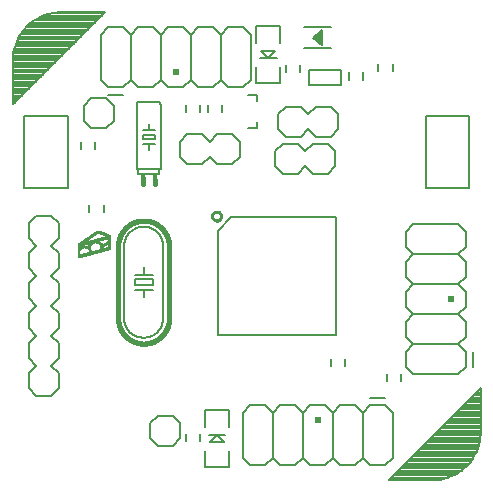
<source format=gto>
G75*
%MOIN*%
%OFA0B0*%
%FSLAX25Y25*%
%IPPOS*%
%LPD*%
%AMOC8*
5,1,8,0,0,1.08239X$1,22.5*
%
%ADD10C,0.00787*%
%ADD11C,0.00600*%
%ADD12C,0.00500*%
%ADD13C,0.00800*%
%ADD14R,0.02000X0.02000*%
%ADD15C,0.01000*%
%ADD16R,0.00050X0.00050*%
%ADD17C,0.01600*%
%ADD18R,0.01600X0.02300*%
D10*
X0127887Y0002433D02*
X0158595Y0033142D01*
X0158595Y0018181D01*
X0158461Y0016126D01*
X0158059Y0014105D01*
X0157397Y0012155D01*
X0156485Y0010307D01*
X0155341Y0008594D01*
X0153983Y0007046D01*
X0152434Y0005687D01*
X0150721Y0004543D01*
X0148874Y0003632D01*
X0146923Y0002970D01*
X0144903Y0002568D01*
X0142847Y0002433D01*
X0127887Y0002433D01*
X0128671Y0003217D02*
X0147653Y0003217D01*
X0149627Y0004003D02*
X0129457Y0004003D01*
X0130243Y0004789D02*
X0151090Y0004789D01*
X0152266Y0005575D02*
X0131029Y0005575D01*
X0131815Y0006361D02*
X0153202Y0006361D01*
X0154072Y0007147D02*
X0132601Y0007147D01*
X0133387Y0007933D02*
X0154761Y0007933D01*
X0155424Y0008719D02*
X0134172Y0008719D01*
X0134958Y0009505D02*
X0155949Y0009505D01*
X0156474Y0010291D02*
X0135744Y0010291D01*
X0136530Y0011077D02*
X0156865Y0011077D01*
X0157252Y0011863D02*
X0137316Y0011863D01*
X0138102Y0012648D02*
X0157564Y0012648D01*
X0157831Y0013434D02*
X0138888Y0013434D01*
X0139674Y0014220D02*
X0158082Y0014220D01*
X0158238Y0015006D02*
X0140460Y0015006D01*
X0141246Y0015792D02*
X0158394Y0015792D01*
X0158490Y0016578D02*
X0142032Y0016578D01*
X0142817Y0017364D02*
X0158542Y0017364D01*
X0158593Y0018150D02*
X0143603Y0018150D01*
X0144389Y0018936D02*
X0158595Y0018936D01*
X0158595Y0019722D02*
X0145175Y0019722D01*
X0145961Y0020508D02*
X0158595Y0020508D01*
X0158595Y0021293D02*
X0146747Y0021293D01*
X0147533Y0022079D02*
X0158595Y0022079D01*
X0158595Y0022865D02*
X0148319Y0022865D01*
X0149105Y0023651D02*
X0158595Y0023651D01*
X0158595Y0024437D02*
X0149891Y0024437D01*
X0150677Y0025223D02*
X0158595Y0025223D01*
X0158595Y0026009D02*
X0151463Y0026009D01*
X0152248Y0026795D02*
X0158595Y0026795D01*
X0158595Y0027581D02*
X0153034Y0027581D01*
X0153820Y0028367D02*
X0158595Y0028367D01*
X0158595Y0029153D02*
X0154606Y0029153D01*
X0155392Y0029939D02*
X0158595Y0029939D01*
X0158595Y0030724D02*
X0156178Y0030724D01*
X0156964Y0031510D02*
X0158595Y0031510D01*
X0158595Y0032296D02*
X0157750Y0032296D01*
X0158536Y0033082D02*
X0158595Y0033082D01*
X0032316Y0157256D02*
X0012755Y0157256D01*
X0012411Y0157140D02*
X0010564Y0156229D01*
X0008851Y0155084D01*
X0007302Y0153726D01*
X0005944Y0152177D01*
X0004800Y0150465D01*
X0003889Y0148617D01*
X0003226Y0146666D01*
X0002824Y0144646D01*
X0002690Y0142591D01*
X0002690Y0127630D01*
X0033398Y0158339D01*
X0018438Y0158339D01*
X0016382Y0158204D01*
X0014362Y0157802D01*
X0012411Y0157140D01*
X0011054Y0156471D02*
X0031530Y0156471D01*
X0030744Y0155685D02*
X0009749Y0155685D01*
X0008639Y0154899D02*
X0029959Y0154899D01*
X0029173Y0154113D02*
X0007743Y0154113D01*
X0006952Y0153327D02*
X0028387Y0153327D01*
X0027601Y0152541D02*
X0006263Y0152541D01*
X0005662Y0151755D02*
X0026815Y0151755D01*
X0026029Y0150969D02*
X0005137Y0150969D01*
X0004661Y0150183D02*
X0025243Y0150183D01*
X0024457Y0149397D02*
X0004273Y0149397D01*
X0003887Y0148611D02*
X0023671Y0148611D01*
X0022885Y0147825D02*
X0003620Y0147825D01*
X0003353Y0147040D02*
X0022099Y0147040D01*
X0021313Y0146254D02*
X0003144Y0146254D01*
X0002988Y0145468D02*
X0020528Y0145468D01*
X0019742Y0144682D02*
X0002832Y0144682D01*
X0002775Y0143896D02*
X0018956Y0143896D01*
X0018170Y0143110D02*
X0002724Y0143110D01*
X0002690Y0142324D02*
X0017384Y0142324D01*
X0016598Y0141538D02*
X0002690Y0141538D01*
X0002690Y0140752D02*
X0015812Y0140752D01*
X0015026Y0139966D02*
X0002690Y0139966D01*
X0002690Y0139180D02*
X0014240Y0139180D01*
X0013454Y0138395D02*
X0002690Y0138395D01*
X0002690Y0137609D02*
X0012668Y0137609D01*
X0011883Y0136823D02*
X0002690Y0136823D01*
X0002690Y0136037D02*
X0011097Y0136037D01*
X0010311Y0135251D02*
X0002690Y0135251D01*
X0002690Y0134465D02*
X0009525Y0134465D01*
X0008739Y0133679D02*
X0002690Y0133679D01*
X0002690Y0132893D02*
X0007953Y0132893D01*
X0007167Y0132107D02*
X0002690Y0132107D01*
X0002690Y0131321D02*
X0006381Y0131321D01*
X0005595Y0130535D02*
X0002690Y0130535D01*
X0002690Y0129749D02*
X0004809Y0129749D01*
X0004023Y0128964D02*
X0002690Y0128964D01*
X0002690Y0128178D02*
X0003237Y0128178D01*
X0015570Y0158042D02*
X0033102Y0158042D01*
D11*
X0034520Y0153378D02*
X0039520Y0153378D01*
X0042020Y0150878D01*
X0042020Y0135878D01*
X0044520Y0133378D01*
X0049520Y0133378D01*
X0052020Y0135878D01*
X0052020Y0150878D01*
X0054520Y0153378D01*
X0059520Y0153378D01*
X0062020Y0150878D01*
X0062020Y0135878D01*
X0064520Y0133378D01*
X0069520Y0133378D01*
X0072020Y0135878D01*
X0074520Y0133378D01*
X0079520Y0133378D01*
X0082020Y0135878D01*
X0082020Y0150878D01*
X0079520Y0153378D01*
X0074520Y0153378D01*
X0072020Y0150878D01*
X0072020Y0135878D01*
X0072296Y0127591D02*
X0072296Y0125228D01*
X0067572Y0125228D02*
X0067572Y0127591D01*
X0065170Y0127551D02*
X0065170Y0125189D01*
X0060446Y0125189D02*
X0060446Y0127551D01*
X0059520Y0133378D02*
X0054520Y0133378D01*
X0052020Y0135878D01*
X0050887Y0128602D02*
X0044887Y0128602D01*
X0044827Y0128600D01*
X0044766Y0128595D01*
X0044707Y0128586D01*
X0044648Y0128573D01*
X0044589Y0128557D01*
X0044532Y0128537D01*
X0044477Y0128514D01*
X0044422Y0128487D01*
X0044370Y0128458D01*
X0044319Y0128425D01*
X0044270Y0128389D01*
X0044224Y0128351D01*
X0044180Y0128309D01*
X0044138Y0128265D01*
X0044100Y0128219D01*
X0044064Y0128170D01*
X0044031Y0128119D01*
X0044002Y0128067D01*
X0043975Y0128012D01*
X0043952Y0127957D01*
X0043932Y0127900D01*
X0043916Y0127841D01*
X0043903Y0127782D01*
X0043894Y0127723D01*
X0043889Y0127662D01*
X0043887Y0127602D01*
X0043887Y0106102D01*
X0044387Y0106102D01*
X0051387Y0106102D01*
X0051887Y0106102D01*
X0051887Y0127602D01*
X0051885Y0127662D01*
X0051880Y0127723D01*
X0051871Y0127782D01*
X0051858Y0127841D01*
X0051842Y0127900D01*
X0051822Y0127957D01*
X0051799Y0128012D01*
X0051772Y0128067D01*
X0051743Y0128119D01*
X0051710Y0128170D01*
X0051674Y0128219D01*
X0051636Y0128265D01*
X0051594Y0128309D01*
X0051550Y0128351D01*
X0051504Y0128389D01*
X0051455Y0128425D01*
X0051404Y0128458D01*
X0051352Y0128487D01*
X0051297Y0128514D01*
X0051242Y0128537D01*
X0051185Y0128557D01*
X0051126Y0128573D01*
X0051067Y0128586D01*
X0051008Y0128595D01*
X0050947Y0128600D01*
X0050887Y0128602D01*
X0047887Y0121102D02*
X0047887Y0119102D01*
X0049887Y0119102D01*
X0049887Y0117602D02*
X0045887Y0117602D01*
X0045887Y0116102D01*
X0049887Y0116102D01*
X0049887Y0117602D01*
X0047887Y0119102D02*
X0045887Y0119102D01*
X0045887Y0114602D02*
X0047887Y0114602D01*
X0049887Y0114602D01*
X0047887Y0114602D02*
X0047887Y0112602D01*
X0051387Y0106102D02*
X0051387Y0104602D01*
X0044387Y0104602D01*
X0044387Y0106102D01*
X0032926Y0094047D02*
X0032926Y0091685D01*
X0028202Y0091685D02*
X0028202Y0094047D01*
X0039733Y0080417D02*
X0039733Y0056417D01*
X0039735Y0056257D01*
X0039741Y0056098D01*
X0039751Y0055939D01*
X0039764Y0055780D01*
X0039782Y0055621D01*
X0039803Y0055463D01*
X0039829Y0055306D01*
X0039858Y0055149D01*
X0039891Y0054993D01*
X0039928Y0054838D01*
X0039968Y0054683D01*
X0040013Y0054530D01*
X0040061Y0054378D01*
X0040113Y0054227D01*
X0040169Y0054078D01*
X0040228Y0053930D01*
X0040291Y0053783D01*
X0040357Y0053638D01*
X0040427Y0053495D01*
X0040501Y0053353D01*
X0040577Y0053213D01*
X0040658Y0053075D01*
X0040741Y0052940D01*
X0040828Y0052806D01*
X0040919Y0052674D01*
X0041012Y0052545D01*
X0041109Y0052418D01*
X0041208Y0052293D01*
X0041311Y0052171D01*
X0041417Y0052052D01*
X0041525Y0051935D01*
X0041637Y0051821D01*
X0041751Y0051709D01*
X0041868Y0051601D01*
X0041987Y0051495D01*
X0042109Y0051392D01*
X0042234Y0051293D01*
X0042361Y0051196D01*
X0042490Y0051103D01*
X0042622Y0051012D01*
X0042756Y0050925D01*
X0042891Y0050842D01*
X0043029Y0050761D01*
X0043169Y0050685D01*
X0043311Y0050611D01*
X0043454Y0050541D01*
X0043599Y0050475D01*
X0043746Y0050412D01*
X0043894Y0050353D01*
X0044043Y0050297D01*
X0044194Y0050245D01*
X0044346Y0050197D01*
X0044499Y0050152D01*
X0044654Y0050112D01*
X0044809Y0050075D01*
X0044965Y0050042D01*
X0045122Y0050013D01*
X0045279Y0049987D01*
X0045437Y0049966D01*
X0045596Y0049948D01*
X0045755Y0049935D01*
X0045914Y0049925D01*
X0046073Y0049919D01*
X0046233Y0049917D01*
X0046393Y0049919D01*
X0046552Y0049925D01*
X0046711Y0049935D01*
X0046870Y0049948D01*
X0047029Y0049966D01*
X0047187Y0049987D01*
X0047344Y0050013D01*
X0047501Y0050042D01*
X0047657Y0050075D01*
X0047812Y0050112D01*
X0047967Y0050152D01*
X0048120Y0050197D01*
X0048272Y0050245D01*
X0048423Y0050297D01*
X0048572Y0050353D01*
X0048720Y0050412D01*
X0048867Y0050475D01*
X0049012Y0050541D01*
X0049155Y0050611D01*
X0049297Y0050685D01*
X0049437Y0050761D01*
X0049575Y0050842D01*
X0049710Y0050925D01*
X0049844Y0051012D01*
X0049976Y0051103D01*
X0050105Y0051196D01*
X0050232Y0051293D01*
X0050357Y0051392D01*
X0050479Y0051495D01*
X0050598Y0051601D01*
X0050715Y0051709D01*
X0050829Y0051821D01*
X0050941Y0051935D01*
X0051049Y0052052D01*
X0051155Y0052171D01*
X0051258Y0052293D01*
X0051357Y0052418D01*
X0051454Y0052545D01*
X0051547Y0052674D01*
X0051638Y0052806D01*
X0051725Y0052940D01*
X0051808Y0053075D01*
X0051889Y0053213D01*
X0051965Y0053353D01*
X0052039Y0053495D01*
X0052109Y0053638D01*
X0052175Y0053783D01*
X0052238Y0053930D01*
X0052297Y0054078D01*
X0052353Y0054227D01*
X0052405Y0054378D01*
X0052453Y0054530D01*
X0052498Y0054683D01*
X0052538Y0054838D01*
X0052575Y0054993D01*
X0052608Y0055149D01*
X0052637Y0055306D01*
X0052663Y0055463D01*
X0052684Y0055621D01*
X0052702Y0055780D01*
X0052715Y0055939D01*
X0052725Y0056098D01*
X0052731Y0056257D01*
X0052733Y0056417D01*
X0052733Y0080417D01*
X0052731Y0080577D01*
X0052725Y0080736D01*
X0052715Y0080895D01*
X0052702Y0081054D01*
X0052684Y0081213D01*
X0052663Y0081371D01*
X0052637Y0081528D01*
X0052608Y0081685D01*
X0052575Y0081841D01*
X0052538Y0081996D01*
X0052498Y0082151D01*
X0052453Y0082304D01*
X0052405Y0082456D01*
X0052353Y0082607D01*
X0052297Y0082756D01*
X0052238Y0082904D01*
X0052175Y0083051D01*
X0052109Y0083196D01*
X0052039Y0083339D01*
X0051965Y0083481D01*
X0051889Y0083621D01*
X0051808Y0083759D01*
X0051725Y0083894D01*
X0051638Y0084028D01*
X0051547Y0084160D01*
X0051454Y0084289D01*
X0051357Y0084416D01*
X0051258Y0084541D01*
X0051155Y0084663D01*
X0051049Y0084782D01*
X0050941Y0084899D01*
X0050829Y0085013D01*
X0050715Y0085125D01*
X0050598Y0085233D01*
X0050479Y0085339D01*
X0050357Y0085442D01*
X0050232Y0085541D01*
X0050105Y0085638D01*
X0049976Y0085731D01*
X0049844Y0085822D01*
X0049710Y0085909D01*
X0049575Y0085992D01*
X0049437Y0086073D01*
X0049297Y0086149D01*
X0049155Y0086223D01*
X0049012Y0086293D01*
X0048867Y0086359D01*
X0048720Y0086422D01*
X0048572Y0086481D01*
X0048423Y0086537D01*
X0048272Y0086589D01*
X0048120Y0086637D01*
X0047967Y0086682D01*
X0047812Y0086722D01*
X0047657Y0086759D01*
X0047501Y0086792D01*
X0047344Y0086821D01*
X0047187Y0086847D01*
X0047029Y0086868D01*
X0046870Y0086886D01*
X0046711Y0086899D01*
X0046552Y0086909D01*
X0046393Y0086915D01*
X0046233Y0086917D01*
X0046073Y0086915D01*
X0045914Y0086909D01*
X0045755Y0086899D01*
X0045596Y0086886D01*
X0045437Y0086868D01*
X0045279Y0086847D01*
X0045122Y0086821D01*
X0044965Y0086792D01*
X0044809Y0086759D01*
X0044654Y0086722D01*
X0044499Y0086682D01*
X0044346Y0086637D01*
X0044194Y0086589D01*
X0044043Y0086537D01*
X0043894Y0086481D01*
X0043746Y0086422D01*
X0043599Y0086359D01*
X0043454Y0086293D01*
X0043311Y0086223D01*
X0043169Y0086149D01*
X0043029Y0086073D01*
X0042891Y0085992D01*
X0042756Y0085909D01*
X0042622Y0085822D01*
X0042490Y0085731D01*
X0042361Y0085638D01*
X0042234Y0085541D01*
X0042109Y0085442D01*
X0041987Y0085339D01*
X0041868Y0085233D01*
X0041751Y0085125D01*
X0041637Y0085013D01*
X0041525Y0084899D01*
X0041417Y0084782D01*
X0041311Y0084663D01*
X0041208Y0084541D01*
X0041109Y0084416D01*
X0041012Y0084289D01*
X0040919Y0084160D01*
X0040828Y0084028D01*
X0040741Y0083894D01*
X0040658Y0083759D01*
X0040577Y0083621D01*
X0040501Y0083481D01*
X0040427Y0083339D01*
X0040357Y0083196D01*
X0040291Y0083051D01*
X0040228Y0082904D01*
X0040169Y0082756D01*
X0040113Y0082607D01*
X0040061Y0082456D01*
X0040013Y0082304D01*
X0039968Y0082151D01*
X0039928Y0081996D01*
X0039891Y0081841D01*
X0039858Y0081685D01*
X0039829Y0081528D01*
X0039803Y0081371D01*
X0039782Y0081213D01*
X0039764Y0081054D01*
X0039751Y0080895D01*
X0039741Y0080736D01*
X0039735Y0080577D01*
X0039733Y0080417D01*
X0046233Y0073417D02*
X0046233Y0070917D01*
X0049233Y0070917D01*
X0049233Y0069417D02*
X0049233Y0067417D01*
X0043233Y0067417D01*
X0043233Y0069417D01*
X0049233Y0069417D01*
X0046233Y0070917D02*
X0043233Y0070917D01*
X0043233Y0065917D02*
X0046233Y0065917D01*
X0046233Y0063417D01*
X0046233Y0065917D02*
X0049233Y0065917D01*
X0081765Y0027394D02*
X0086765Y0027394D01*
X0089265Y0024894D01*
X0089265Y0009894D01*
X0086765Y0007394D01*
X0081765Y0007394D01*
X0079265Y0009894D01*
X0079265Y0024894D01*
X0081765Y0027394D01*
X0089265Y0024894D02*
X0091765Y0027394D01*
X0096765Y0027394D01*
X0099265Y0024894D01*
X0099265Y0009894D01*
X0096765Y0007394D01*
X0091765Y0007394D01*
X0089265Y0009894D01*
X0099265Y0009894D02*
X0101765Y0007394D01*
X0106765Y0007394D01*
X0109265Y0009894D01*
X0109265Y0024894D01*
X0106765Y0027394D01*
X0101765Y0027394D01*
X0099265Y0024894D01*
X0109265Y0024894D02*
X0111765Y0027394D01*
X0116765Y0027394D01*
X0119265Y0024894D01*
X0119265Y0009894D01*
X0116765Y0007394D01*
X0111765Y0007394D01*
X0109265Y0009894D01*
X0119265Y0009894D02*
X0121765Y0007394D01*
X0126765Y0007394D01*
X0129265Y0009894D01*
X0129265Y0024894D01*
X0126765Y0027394D01*
X0121765Y0027394D01*
X0119265Y0024894D01*
X0127414Y0035583D02*
X0127414Y0037945D01*
X0132139Y0037945D02*
X0132139Y0035583D01*
X0136135Y0037669D02*
X0133635Y0040169D01*
X0133635Y0045169D01*
X0136135Y0047669D01*
X0151135Y0047669D01*
X0153635Y0050169D01*
X0153635Y0055169D01*
X0151135Y0057669D01*
X0136135Y0057669D01*
X0133635Y0060169D01*
X0133635Y0065169D01*
X0136135Y0067669D01*
X0151135Y0067669D01*
X0153635Y0070169D01*
X0153635Y0075169D01*
X0151135Y0077669D01*
X0153635Y0080169D01*
X0153635Y0085169D01*
X0151135Y0087669D01*
X0136135Y0087669D01*
X0133635Y0085169D01*
X0133635Y0080169D01*
X0136135Y0077669D01*
X0151135Y0077669D01*
X0151135Y0067669D02*
X0153635Y0065169D01*
X0153635Y0060169D01*
X0151135Y0057669D01*
X0151135Y0047669D02*
X0153635Y0045169D01*
X0153635Y0040169D01*
X0151135Y0037669D01*
X0136135Y0037669D01*
X0136135Y0047669D02*
X0133635Y0050169D01*
X0133635Y0055169D01*
X0136135Y0057669D01*
X0136135Y0067669D02*
X0133635Y0070169D01*
X0133635Y0075169D01*
X0136135Y0077669D01*
X0113398Y0042866D02*
X0113398Y0040504D01*
X0108674Y0040504D02*
X0108674Y0042866D01*
X0064973Y0017787D02*
X0064973Y0015425D01*
X0060249Y0015425D02*
X0060249Y0017787D01*
X0030131Y0112866D02*
X0030131Y0115228D01*
X0025406Y0115228D02*
X0025406Y0112866D01*
X0034520Y0133378D02*
X0039520Y0133378D01*
X0042020Y0135878D01*
X0034520Y0133378D02*
X0032020Y0135878D01*
X0032020Y0150878D01*
X0034520Y0153378D01*
X0042020Y0150878D02*
X0044520Y0153378D01*
X0049520Y0153378D01*
X0052020Y0150878D01*
X0062020Y0150878D02*
X0064520Y0153378D01*
X0069520Y0153378D01*
X0072020Y0150878D01*
X0062020Y0135878D02*
X0059520Y0133378D01*
X0080950Y0130827D02*
X0084146Y0130827D01*
X0084146Y0128630D01*
X0084146Y0121827D02*
X0084146Y0119630D01*
X0080950Y0119630D01*
X0093792Y0138299D02*
X0093792Y0140661D01*
X0098517Y0140661D02*
X0098517Y0138299D01*
X0114580Y0138299D02*
X0114580Y0135937D01*
X0119304Y0135937D02*
X0119304Y0138299D01*
X0124501Y0138850D02*
X0124501Y0141213D01*
X0129225Y0141213D02*
X0129225Y0138850D01*
D12*
X0140288Y0123890D02*
X0140288Y0099874D01*
X0154855Y0099874D01*
X0154855Y0123890D01*
X0140288Y0123890D01*
X0108686Y0146295D02*
X0099686Y0146295D01*
X0102686Y0149795D02*
X0105686Y0151795D01*
X0105186Y0147795D01*
X0103186Y0149795D01*
X0105686Y0151295D01*
X0105186Y0148295D01*
X0103686Y0149795D01*
X0105186Y0150795D01*
X0105186Y0150295D01*
X0104686Y0149295D01*
X0104686Y0149795D01*
X0104686Y0149295D02*
X0104186Y0149795D01*
X0105186Y0150295D01*
X0105186Y0148795D01*
X0104686Y0149295D01*
X0102686Y0149795D02*
X0105686Y0147295D01*
X0105686Y0151295D01*
X0105686Y0151795D01*
X0105686Y0152295D01*
X0102686Y0149795D01*
X0099686Y0153295D02*
X0108686Y0153295D01*
X0110288Y0090110D02*
X0075478Y0090110D01*
X0070918Y0085551D01*
X0070918Y0050740D01*
X0110288Y0050740D01*
X0110288Y0090110D01*
X0020997Y0099874D02*
X0006430Y0099874D01*
X0006430Y0123890D01*
X0020997Y0123890D01*
X0020997Y0099874D01*
D13*
X0015426Y0030504D02*
X0010426Y0030504D01*
X0007926Y0033004D01*
X0007926Y0038004D01*
X0010426Y0040504D01*
X0007926Y0043004D01*
X0007926Y0048004D01*
X0010426Y0050504D01*
X0007926Y0053004D01*
X0007926Y0058004D01*
X0010426Y0060504D01*
X0007926Y0063004D01*
X0007926Y0068004D01*
X0010426Y0070504D01*
X0007926Y0073004D01*
X0007926Y0078004D01*
X0010426Y0080504D01*
X0007926Y0083004D01*
X0007926Y0088004D01*
X0010426Y0090504D01*
X0015426Y0090504D01*
X0017926Y0088004D01*
X0017926Y0083004D01*
X0015426Y0080504D01*
X0017926Y0078004D01*
X0017926Y0073004D01*
X0015426Y0070504D01*
X0017926Y0068004D01*
X0017926Y0063004D01*
X0015426Y0060504D01*
X0017926Y0058004D01*
X0017926Y0053004D01*
X0015426Y0050504D01*
X0017926Y0048004D01*
X0017926Y0043004D01*
X0015426Y0040504D01*
X0017926Y0038004D01*
X0017926Y0033004D01*
X0015426Y0030504D01*
X0048517Y0021429D02*
X0048517Y0016429D01*
X0051017Y0013929D01*
X0056017Y0013929D01*
X0058517Y0016429D01*
X0058517Y0021429D01*
X0056017Y0023929D01*
X0051017Y0023929D01*
X0048517Y0021429D01*
X0066745Y0020150D02*
X0066745Y0025661D01*
X0074619Y0025661D01*
X0074619Y0020150D01*
X0073438Y0017394D02*
X0070682Y0017394D01*
X0073044Y0015031D01*
X0068320Y0015031D01*
X0070682Y0017394D01*
X0067926Y0017394D01*
X0066745Y0012276D02*
X0066745Y0006764D01*
X0074619Y0006764D01*
X0074619Y0012276D01*
X0121765Y0029894D02*
X0126765Y0029894D01*
X0156135Y0040169D02*
X0156135Y0045169D01*
X0107709Y0104598D02*
X0102709Y0104598D01*
X0100209Y0107098D01*
X0097709Y0104598D01*
X0092709Y0104598D01*
X0090209Y0107098D01*
X0090209Y0112098D01*
X0092709Y0114598D01*
X0097709Y0114598D01*
X0100209Y0112098D01*
X0102709Y0114598D01*
X0107709Y0114598D01*
X0110209Y0112098D01*
X0110209Y0107098D01*
X0107709Y0104598D01*
X0108576Y0116882D02*
X0103576Y0116882D01*
X0101076Y0119382D01*
X0098576Y0116882D01*
X0093576Y0116882D01*
X0091076Y0119382D01*
X0091076Y0124382D01*
X0093576Y0126882D01*
X0098576Y0126882D01*
X0101076Y0124382D01*
X0103576Y0126882D01*
X0108576Y0126882D01*
X0111076Y0124382D01*
X0111076Y0119382D01*
X0108576Y0116882D01*
X0112028Y0134272D02*
X0101383Y0134272D01*
X0101383Y0139020D01*
X0112028Y0139020D01*
X0112028Y0134272D01*
X0091745Y0134756D02*
X0083871Y0134756D01*
X0083871Y0140268D01*
X0085052Y0143024D02*
X0087808Y0143024D01*
X0085446Y0145386D01*
X0090170Y0145386D01*
X0087808Y0143024D01*
X0090564Y0143024D01*
X0091745Y0140268D02*
X0091745Y0134756D01*
X0091745Y0148142D02*
X0091745Y0153654D01*
X0083871Y0153654D01*
X0083871Y0148142D01*
X0075820Y0117669D02*
X0070820Y0117669D01*
X0068320Y0115169D01*
X0065820Y0117669D01*
X0060820Y0117669D01*
X0058320Y0115169D01*
X0058320Y0110169D01*
X0060820Y0107669D01*
X0065820Y0107669D01*
X0068320Y0110169D01*
X0070820Y0107669D01*
X0075820Y0107669D01*
X0078320Y0110169D01*
X0078320Y0115169D01*
X0075820Y0117669D01*
X0039520Y0130878D02*
X0034520Y0130878D01*
X0033812Y0129717D02*
X0028812Y0129717D01*
X0026312Y0127217D01*
X0026312Y0122217D01*
X0028812Y0119717D01*
X0033812Y0119717D01*
X0036312Y0122217D01*
X0036312Y0127217D01*
X0033812Y0129717D01*
D14*
X0057020Y0138378D03*
X0148635Y0062669D03*
X0104265Y0022394D03*
D15*
X0069103Y0090425D02*
X0069105Y0090502D01*
X0069111Y0090579D01*
X0069121Y0090656D01*
X0069135Y0090732D01*
X0069152Y0090807D01*
X0069174Y0090881D01*
X0069199Y0090954D01*
X0069229Y0091026D01*
X0069261Y0091096D01*
X0069298Y0091164D01*
X0069337Y0091230D01*
X0069380Y0091294D01*
X0069427Y0091356D01*
X0069476Y0091415D01*
X0069529Y0091472D01*
X0069584Y0091526D01*
X0069642Y0091577D01*
X0069703Y0091625D01*
X0069766Y0091670D01*
X0069831Y0091711D01*
X0069898Y0091749D01*
X0069967Y0091784D01*
X0070038Y0091814D01*
X0070110Y0091842D01*
X0070184Y0091865D01*
X0070258Y0091885D01*
X0070334Y0091901D01*
X0070410Y0091913D01*
X0070487Y0091921D01*
X0070564Y0091925D01*
X0070642Y0091925D01*
X0070719Y0091921D01*
X0070796Y0091913D01*
X0070872Y0091901D01*
X0070948Y0091885D01*
X0071022Y0091865D01*
X0071096Y0091842D01*
X0071168Y0091814D01*
X0071239Y0091784D01*
X0071308Y0091749D01*
X0071375Y0091711D01*
X0071440Y0091670D01*
X0071503Y0091625D01*
X0071564Y0091577D01*
X0071622Y0091526D01*
X0071677Y0091472D01*
X0071730Y0091415D01*
X0071779Y0091356D01*
X0071826Y0091294D01*
X0071869Y0091230D01*
X0071908Y0091164D01*
X0071945Y0091096D01*
X0071977Y0091026D01*
X0072007Y0090954D01*
X0072032Y0090881D01*
X0072054Y0090807D01*
X0072071Y0090732D01*
X0072085Y0090656D01*
X0072095Y0090579D01*
X0072101Y0090502D01*
X0072103Y0090425D01*
X0072101Y0090348D01*
X0072095Y0090271D01*
X0072085Y0090194D01*
X0072071Y0090118D01*
X0072054Y0090043D01*
X0072032Y0089969D01*
X0072007Y0089896D01*
X0071977Y0089824D01*
X0071945Y0089754D01*
X0071908Y0089686D01*
X0071869Y0089620D01*
X0071826Y0089556D01*
X0071779Y0089494D01*
X0071730Y0089435D01*
X0071677Y0089378D01*
X0071622Y0089324D01*
X0071564Y0089273D01*
X0071503Y0089225D01*
X0071440Y0089180D01*
X0071375Y0089139D01*
X0071308Y0089101D01*
X0071239Y0089066D01*
X0071168Y0089036D01*
X0071096Y0089008D01*
X0071022Y0088985D01*
X0070948Y0088965D01*
X0070872Y0088949D01*
X0070796Y0088937D01*
X0070719Y0088929D01*
X0070642Y0088925D01*
X0070564Y0088925D01*
X0070487Y0088929D01*
X0070410Y0088937D01*
X0070334Y0088949D01*
X0070258Y0088965D01*
X0070184Y0088985D01*
X0070110Y0089008D01*
X0070038Y0089036D01*
X0069967Y0089066D01*
X0069898Y0089101D01*
X0069831Y0089139D01*
X0069766Y0089180D01*
X0069703Y0089225D01*
X0069642Y0089273D01*
X0069584Y0089324D01*
X0069529Y0089378D01*
X0069476Y0089435D01*
X0069427Y0089494D01*
X0069380Y0089556D01*
X0069337Y0089620D01*
X0069298Y0089686D01*
X0069261Y0089754D01*
X0069229Y0089824D01*
X0069199Y0089896D01*
X0069174Y0089969D01*
X0069152Y0090043D01*
X0069135Y0090118D01*
X0069121Y0090194D01*
X0069111Y0090271D01*
X0069105Y0090348D01*
X0069103Y0090425D01*
D16*
X0035400Y0083577D03*
X0035400Y0083527D03*
X0035400Y0083477D03*
X0035400Y0083427D03*
X0035400Y0083377D03*
X0035400Y0083327D03*
X0035400Y0083277D03*
X0035400Y0083227D03*
X0035400Y0083177D03*
X0035400Y0083127D03*
X0035400Y0083077D03*
X0035400Y0083027D03*
X0035400Y0082977D03*
X0035400Y0082927D03*
X0035400Y0082877D03*
X0035400Y0082827D03*
X0035400Y0082777D03*
X0035400Y0082727D03*
X0035400Y0082677D03*
X0035400Y0082627D03*
X0035400Y0082577D03*
X0035400Y0082527D03*
X0035400Y0082477D03*
X0035400Y0082427D03*
X0035400Y0082377D03*
X0035400Y0082327D03*
X0035400Y0082277D03*
X0035400Y0082227D03*
X0035400Y0082177D03*
X0035400Y0082127D03*
X0035400Y0082077D03*
X0035400Y0082027D03*
X0035400Y0081977D03*
X0035400Y0081927D03*
X0035400Y0081877D03*
X0035400Y0081827D03*
X0035400Y0081777D03*
X0035400Y0081727D03*
X0035400Y0081677D03*
X0035400Y0081627D03*
X0035400Y0081577D03*
X0035400Y0081527D03*
X0035400Y0081477D03*
X0035400Y0081427D03*
X0035400Y0081377D03*
X0035400Y0081327D03*
X0035400Y0081277D03*
X0035400Y0081227D03*
X0035400Y0081177D03*
X0035400Y0081127D03*
X0035400Y0081077D03*
X0035400Y0081027D03*
X0035400Y0080977D03*
X0035400Y0080927D03*
X0035400Y0080877D03*
X0035400Y0080827D03*
X0035400Y0080777D03*
X0035400Y0080727D03*
X0035400Y0080677D03*
X0035400Y0080627D03*
X0035400Y0080577D03*
X0035400Y0080527D03*
X0035400Y0080477D03*
X0035400Y0080427D03*
X0035400Y0080377D03*
X0035400Y0080327D03*
X0035400Y0080277D03*
X0035400Y0080227D03*
X0035400Y0080177D03*
X0035400Y0080127D03*
X0035400Y0080077D03*
X0035400Y0080027D03*
X0035400Y0079977D03*
X0035400Y0079927D03*
X0035400Y0079877D03*
X0035400Y0079827D03*
X0035400Y0079777D03*
X0035400Y0079727D03*
X0035400Y0079677D03*
X0035400Y0079627D03*
X0035400Y0079577D03*
X0035400Y0079527D03*
X0035400Y0079477D03*
X0035400Y0079427D03*
X0035400Y0079377D03*
X0035400Y0079327D03*
X0035400Y0079277D03*
X0035400Y0079227D03*
X0035400Y0079177D03*
X0035350Y0079177D03*
X0035350Y0079127D03*
X0035300Y0079127D03*
X0035300Y0079077D03*
X0035250Y0079077D03*
X0035200Y0079077D03*
X0035200Y0079027D03*
X0035150Y0079027D03*
X0035100Y0079027D03*
X0035050Y0079027D03*
X0035050Y0078977D03*
X0035000Y0078977D03*
X0034950Y0078977D03*
X0034900Y0078977D03*
X0034850Y0078977D03*
X0034850Y0078927D03*
X0034800Y0078927D03*
X0034750Y0078927D03*
X0034700Y0078927D03*
X0034650Y0078927D03*
X0034650Y0078877D03*
X0034600Y0078877D03*
X0034550Y0078877D03*
X0034500Y0078877D03*
X0034450Y0078877D03*
X0034450Y0078827D03*
X0034400Y0078827D03*
X0034350Y0078827D03*
X0034300Y0078827D03*
X0034250Y0078827D03*
X0034250Y0078777D03*
X0034200Y0078777D03*
X0034150Y0078777D03*
X0034100Y0078777D03*
X0034100Y0078727D03*
X0034050Y0078727D03*
X0034000Y0078727D03*
X0033950Y0078727D03*
X0033900Y0078727D03*
X0033900Y0078677D03*
X0033850Y0078677D03*
X0033800Y0078677D03*
X0033750Y0078677D03*
X0033700Y0078677D03*
X0033700Y0078627D03*
X0033650Y0078627D03*
X0033600Y0078627D03*
X0033550Y0078627D03*
X0033500Y0078627D03*
X0033500Y0078577D03*
X0033450Y0078577D03*
X0033400Y0078577D03*
X0033350Y0078577D03*
X0033300Y0078577D03*
X0033300Y0078527D03*
X0033250Y0078527D03*
X0033200Y0078527D03*
X0033150Y0078527D03*
X0033150Y0078477D03*
X0033100Y0078477D03*
X0033050Y0078477D03*
X0033000Y0078477D03*
X0032950Y0078477D03*
X0032950Y0078427D03*
X0032900Y0078427D03*
X0032850Y0078427D03*
X0032800Y0078427D03*
X0032750Y0078427D03*
X0032750Y0078377D03*
X0032700Y0078377D03*
X0032650Y0078377D03*
X0032600Y0078377D03*
X0032550Y0078377D03*
X0032550Y0078327D03*
X0032500Y0078327D03*
X0032450Y0078327D03*
X0032400Y0078327D03*
X0032400Y0078277D03*
X0032350Y0078277D03*
X0032300Y0078277D03*
X0032250Y0078277D03*
X0032200Y0078277D03*
X0032200Y0078227D03*
X0032150Y0078227D03*
X0032100Y0078227D03*
X0032050Y0078227D03*
X0032000Y0078227D03*
X0032000Y0078177D03*
X0031950Y0078177D03*
X0031900Y0078177D03*
X0031850Y0078177D03*
X0031800Y0078177D03*
X0031800Y0078127D03*
X0031750Y0078127D03*
X0031700Y0078127D03*
X0031650Y0078127D03*
X0031600Y0078127D03*
X0031600Y0078077D03*
X0031550Y0078077D03*
X0031500Y0078077D03*
X0031450Y0078077D03*
X0031450Y0078027D03*
X0031400Y0078027D03*
X0031350Y0078027D03*
X0031300Y0078027D03*
X0031250Y0078027D03*
X0031250Y0077977D03*
X0031200Y0077977D03*
X0031150Y0077977D03*
X0031100Y0077977D03*
X0031050Y0077977D03*
X0031050Y0077927D03*
X0031000Y0077927D03*
X0030950Y0077927D03*
X0030900Y0077927D03*
X0030850Y0077927D03*
X0030850Y0077877D03*
X0030800Y0077877D03*
X0030750Y0077877D03*
X0030700Y0077877D03*
X0030650Y0077877D03*
X0030650Y0077827D03*
X0030600Y0077827D03*
X0030550Y0077827D03*
X0030500Y0077827D03*
X0030500Y0077777D03*
X0030450Y0077777D03*
X0030400Y0077777D03*
X0030350Y0077777D03*
X0030300Y0077777D03*
X0030300Y0077727D03*
X0030250Y0077727D03*
X0030200Y0077727D03*
X0030150Y0077727D03*
X0030100Y0077727D03*
X0030100Y0077677D03*
X0030050Y0077677D03*
X0030000Y0077677D03*
X0029950Y0077677D03*
X0029900Y0077677D03*
X0029900Y0077627D03*
X0029850Y0077627D03*
X0029800Y0077627D03*
X0029750Y0077627D03*
X0029750Y0077577D03*
X0029700Y0077577D03*
X0029650Y0077577D03*
X0029600Y0077577D03*
X0029550Y0077577D03*
X0029550Y0077527D03*
X0029500Y0077527D03*
X0029450Y0077527D03*
X0029400Y0077527D03*
X0029350Y0077527D03*
X0029350Y0077477D03*
X0029300Y0077477D03*
X0029250Y0077477D03*
X0029200Y0077477D03*
X0029150Y0077477D03*
X0029150Y0077427D03*
X0029100Y0077427D03*
X0029050Y0077427D03*
X0029000Y0077427D03*
X0028950Y0077427D03*
X0028950Y0077377D03*
X0028900Y0077377D03*
X0028850Y0077377D03*
X0028800Y0077377D03*
X0028800Y0077327D03*
X0028750Y0077327D03*
X0028700Y0077327D03*
X0028650Y0077327D03*
X0028600Y0077327D03*
X0028600Y0077277D03*
X0028550Y0077277D03*
X0028500Y0077277D03*
X0028450Y0077277D03*
X0028400Y0077277D03*
X0028400Y0077227D03*
X0028350Y0077227D03*
X0028300Y0077227D03*
X0028250Y0077227D03*
X0028200Y0077227D03*
X0028200Y0077177D03*
X0028150Y0077177D03*
X0028100Y0077177D03*
X0028050Y0077177D03*
X0028000Y0077177D03*
X0028000Y0077127D03*
X0027950Y0077127D03*
X0027900Y0077127D03*
X0027850Y0077127D03*
X0027850Y0077077D03*
X0027800Y0077077D03*
X0027750Y0077077D03*
X0027700Y0077077D03*
X0027650Y0077077D03*
X0027650Y0077027D03*
X0027600Y0077027D03*
X0027550Y0077027D03*
X0027500Y0077027D03*
X0027450Y0077027D03*
X0027450Y0076977D03*
X0027400Y0076977D03*
X0027350Y0076977D03*
X0027300Y0076977D03*
X0027250Y0076977D03*
X0027250Y0076927D03*
X0027200Y0076927D03*
X0027150Y0076927D03*
X0027100Y0076927D03*
X0027050Y0076927D03*
X0027050Y0076877D03*
X0027000Y0076877D03*
X0026950Y0076877D03*
X0026900Y0076877D03*
X0026900Y0076827D03*
X0026850Y0076827D03*
X0026800Y0076827D03*
X0026750Y0076827D03*
X0026700Y0076827D03*
X0026700Y0076777D03*
X0026650Y0076777D03*
X0026600Y0076777D03*
X0026550Y0076777D03*
X0026500Y0076777D03*
X0026500Y0076727D03*
X0026450Y0076727D03*
X0026400Y0076727D03*
X0026350Y0076727D03*
X0026300Y0076727D03*
X0026300Y0076677D03*
X0026250Y0076677D03*
X0026200Y0076677D03*
X0026150Y0076677D03*
X0026100Y0076677D03*
X0026100Y0076627D03*
X0026050Y0076627D03*
X0026000Y0076627D03*
X0025950Y0076627D03*
X0025950Y0076577D03*
X0025900Y0076577D03*
X0025850Y0076577D03*
X0025800Y0076577D03*
X0025750Y0076577D03*
X0025750Y0076527D03*
X0025700Y0076527D03*
X0025650Y0076527D03*
X0025600Y0076527D03*
X0025550Y0076527D03*
X0025550Y0076477D03*
X0025500Y0076477D03*
X0025450Y0076477D03*
X0025400Y0076477D03*
X0025350Y0076477D03*
X0025350Y0076427D03*
X0025300Y0076427D03*
X0025250Y0076427D03*
X0025200Y0076427D03*
X0025200Y0076377D03*
X0025150Y0076377D03*
X0025100Y0076377D03*
X0025050Y0076377D03*
X0025000Y0076377D03*
X0025000Y0076327D03*
X0024950Y0076327D03*
X0024900Y0076327D03*
X0024850Y0076327D03*
X0024800Y0076327D03*
X0024750Y0076327D03*
X0024700Y0076327D03*
X0024650Y0076327D03*
X0024650Y0076377D03*
X0024700Y0076377D03*
X0024750Y0076377D03*
X0024800Y0076377D03*
X0024850Y0076377D03*
X0024900Y0076377D03*
X0024950Y0076377D03*
X0024950Y0076427D03*
X0025000Y0076427D03*
X0025050Y0076427D03*
X0025100Y0076427D03*
X0025150Y0076427D03*
X0025150Y0076477D03*
X0025200Y0076477D03*
X0025250Y0076477D03*
X0025300Y0076477D03*
X0025300Y0076527D03*
X0025350Y0076527D03*
X0025400Y0076527D03*
X0025450Y0076527D03*
X0025500Y0076527D03*
X0025500Y0076577D03*
X0025550Y0076577D03*
X0025600Y0076577D03*
X0025650Y0076577D03*
X0025700Y0076577D03*
X0025700Y0076627D03*
X0025750Y0076627D03*
X0025800Y0076627D03*
X0025850Y0076627D03*
X0025900Y0076627D03*
X0025900Y0076677D03*
X0025950Y0076677D03*
X0026000Y0076677D03*
X0026050Y0076677D03*
X0026050Y0076727D03*
X0026100Y0076727D03*
X0026150Y0076727D03*
X0026200Y0076727D03*
X0026250Y0076727D03*
X0026250Y0076777D03*
X0026300Y0076777D03*
X0026350Y0076777D03*
X0026400Y0076777D03*
X0026450Y0076777D03*
X0026450Y0076827D03*
X0026500Y0076827D03*
X0026550Y0076827D03*
X0026600Y0076827D03*
X0026650Y0076827D03*
X0026650Y0076877D03*
X0026700Y0076877D03*
X0026750Y0076877D03*
X0026800Y0076877D03*
X0026850Y0076877D03*
X0026850Y0076927D03*
X0026900Y0076927D03*
X0026950Y0076927D03*
X0027000Y0076927D03*
X0027000Y0076977D03*
X0027050Y0076977D03*
X0027100Y0076977D03*
X0027150Y0076977D03*
X0027200Y0076977D03*
X0027200Y0077027D03*
X0027250Y0077027D03*
X0027300Y0077027D03*
X0027350Y0077027D03*
X0027400Y0077027D03*
X0027400Y0077077D03*
X0027450Y0077077D03*
X0027500Y0077077D03*
X0027550Y0077077D03*
X0027600Y0077077D03*
X0027600Y0077127D03*
X0027650Y0077127D03*
X0027700Y0077127D03*
X0027750Y0077127D03*
X0027800Y0077127D03*
X0027800Y0077177D03*
X0027850Y0077177D03*
X0027900Y0077177D03*
X0027950Y0077177D03*
X0027950Y0077227D03*
X0028000Y0077227D03*
X0028050Y0077227D03*
X0028100Y0077227D03*
X0028150Y0077227D03*
X0028150Y0077277D03*
X0028200Y0077277D03*
X0028250Y0077277D03*
X0028300Y0077277D03*
X0028350Y0077277D03*
X0028350Y0077327D03*
X0028400Y0077327D03*
X0028450Y0077327D03*
X0028500Y0077327D03*
X0028550Y0077327D03*
X0028550Y0077377D03*
X0028600Y0077377D03*
X0028650Y0077377D03*
X0028700Y0077377D03*
X0028750Y0077377D03*
X0028750Y0077427D03*
X0028800Y0077427D03*
X0028850Y0077427D03*
X0028900Y0077427D03*
X0028900Y0077477D03*
X0028950Y0077477D03*
X0029000Y0077477D03*
X0029050Y0077477D03*
X0029100Y0077477D03*
X0029100Y0077527D03*
X0029150Y0077527D03*
X0029200Y0077527D03*
X0029250Y0077527D03*
X0029300Y0077527D03*
X0029300Y0077577D03*
X0029350Y0077577D03*
X0029400Y0077577D03*
X0029450Y0077577D03*
X0029500Y0077577D03*
X0029500Y0077627D03*
X0029550Y0077627D03*
X0029600Y0077627D03*
X0029650Y0077627D03*
X0029700Y0077627D03*
X0029700Y0077677D03*
X0029750Y0077677D03*
X0029800Y0077677D03*
X0029850Y0077677D03*
X0029850Y0077727D03*
X0029900Y0077727D03*
X0029950Y0077727D03*
X0030000Y0077727D03*
X0030050Y0077727D03*
X0030050Y0077777D03*
X0030100Y0077777D03*
X0030150Y0077777D03*
X0030200Y0077777D03*
X0030250Y0077777D03*
X0030250Y0077827D03*
X0030300Y0077827D03*
X0030350Y0077827D03*
X0030400Y0077827D03*
X0030450Y0077827D03*
X0030450Y0077877D03*
X0030500Y0077877D03*
X0030550Y0077877D03*
X0030600Y0077877D03*
X0030600Y0077927D03*
X0030650Y0077927D03*
X0030700Y0077927D03*
X0030750Y0077927D03*
X0030800Y0077927D03*
X0030800Y0077977D03*
X0030850Y0077977D03*
X0030900Y0077977D03*
X0030950Y0077977D03*
X0031000Y0077977D03*
X0031000Y0078027D03*
X0031050Y0078027D03*
X0031100Y0078027D03*
X0031150Y0078027D03*
X0031200Y0078027D03*
X0031200Y0078077D03*
X0031250Y0078077D03*
X0031300Y0078077D03*
X0031350Y0078077D03*
X0031400Y0078077D03*
X0031400Y0078127D03*
X0031450Y0078127D03*
X0031500Y0078127D03*
X0031550Y0078127D03*
X0031550Y0078177D03*
X0031600Y0078177D03*
X0031650Y0078177D03*
X0031700Y0078177D03*
X0031750Y0078177D03*
X0031750Y0078227D03*
X0031800Y0078227D03*
X0031850Y0078227D03*
X0031900Y0078227D03*
X0031950Y0078227D03*
X0031950Y0078277D03*
X0032000Y0078277D03*
X0032050Y0078277D03*
X0032100Y0078277D03*
X0032150Y0078277D03*
X0032150Y0078327D03*
X0032200Y0078327D03*
X0032250Y0078327D03*
X0032300Y0078327D03*
X0032350Y0078327D03*
X0032350Y0078377D03*
X0032400Y0078377D03*
X0032450Y0078377D03*
X0032500Y0078377D03*
X0032500Y0078427D03*
X0032550Y0078427D03*
X0032600Y0078427D03*
X0032650Y0078427D03*
X0032700Y0078427D03*
X0032700Y0078477D03*
X0032750Y0078477D03*
X0032800Y0078477D03*
X0032850Y0078477D03*
X0032900Y0078477D03*
X0032900Y0078527D03*
X0032950Y0078527D03*
X0033000Y0078527D03*
X0033050Y0078527D03*
X0033100Y0078527D03*
X0033100Y0078577D03*
X0033150Y0078577D03*
X0033200Y0078577D03*
X0033250Y0078577D03*
X0033250Y0078627D03*
X0033300Y0078627D03*
X0033350Y0078627D03*
X0033400Y0078627D03*
X0033450Y0078627D03*
X0033450Y0078677D03*
X0033500Y0078677D03*
X0033550Y0078677D03*
X0033600Y0078677D03*
X0033650Y0078677D03*
X0033650Y0078727D03*
X0033700Y0078727D03*
X0033750Y0078727D03*
X0033800Y0078727D03*
X0033850Y0078727D03*
X0033850Y0078777D03*
X0033900Y0078777D03*
X0033950Y0078777D03*
X0034000Y0078777D03*
X0034050Y0078777D03*
X0034050Y0078827D03*
X0034100Y0078827D03*
X0034150Y0078827D03*
X0034200Y0078827D03*
X0034200Y0078877D03*
X0034250Y0078877D03*
X0034300Y0078877D03*
X0034350Y0078877D03*
X0034400Y0078877D03*
X0034400Y0078927D03*
X0034450Y0078927D03*
X0034500Y0078927D03*
X0034550Y0078927D03*
X0034600Y0078927D03*
X0034600Y0078977D03*
X0034650Y0078977D03*
X0034700Y0078977D03*
X0034750Y0078977D03*
X0034800Y0078977D03*
X0034800Y0079027D03*
X0034850Y0079027D03*
X0034900Y0079027D03*
X0034950Y0079027D03*
X0035000Y0079027D03*
X0035000Y0079077D03*
X0035050Y0079077D03*
X0035100Y0079077D03*
X0035150Y0079077D03*
X0035150Y0079127D03*
X0035200Y0079127D03*
X0035250Y0079127D03*
X0035250Y0079177D03*
X0035300Y0079177D03*
X0035300Y0079227D03*
X0035350Y0079227D03*
X0035350Y0079277D03*
X0035300Y0079277D03*
X0035250Y0079277D03*
X0035250Y0079227D03*
X0035200Y0079227D03*
X0035200Y0079177D03*
X0035150Y0079177D03*
X0035100Y0079177D03*
X0035100Y0079127D03*
X0035050Y0079127D03*
X0035000Y0079127D03*
X0034950Y0079127D03*
X0034950Y0079077D03*
X0034900Y0079077D03*
X0034850Y0079077D03*
X0034800Y0079077D03*
X0034750Y0079077D03*
X0034750Y0079027D03*
X0034700Y0079027D03*
X0034650Y0079027D03*
X0034600Y0079027D03*
X0034550Y0079027D03*
X0034550Y0078977D03*
X0034500Y0078977D03*
X0034450Y0078977D03*
X0034400Y0078977D03*
X0034350Y0078977D03*
X0034350Y0078927D03*
X0034300Y0078927D03*
X0034250Y0078927D03*
X0034200Y0078927D03*
X0034150Y0078927D03*
X0034150Y0078877D03*
X0034100Y0078877D03*
X0034050Y0078877D03*
X0034000Y0078877D03*
X0034000Y0078827D03*
X0033950Y0078827D03*
X0033900Y0078827D03*
X0033850Y0078827D03*
X0033800Y0078827D03*
X0033800Y0078777D03*
X0033750Y0078777D03*
X0033700Y0078777D03*
X0033650Y0078777D03*
X0033600Y0078777D03*
X0033600Y0078727D03*
X0033550Y0078727D03*
X0033500Y0078727D03*
X0033450Y0078727D03*
X0033400Y0078727D03*
X0033400Y0078677D03*
X0033350Y0078677D03*
X0033300Y0078677D03*
X0033250Y0078677D03*
X0033200Y0078677D03*
X0033200Y0078627D03*
X0033150Y0078627D03*
X0033100Y0078627D03*
X0033050Y0078627D03*
X0033050Y0078577D03*
X0033000Y0078577D03*
X0032950Y0078577D03*
X0032900Y0078577D03*
X0032850Y0078577D03*
X0032850Y0078527D03*
X0032800Y0078527D03*
X0032750Y0078527D03*
X0032700Y0078527D03*
X0032650Y0078527D03*
X0032650Y0078477D03*
X0032600Y0078477D03*
X0032550Y0078477D03*
X0032500Y0078477D03*
X0032450Y0078477D03*
X0032450Y0078427D03*
X0032400Y0078427D03*
X0032350Y0078427D03*
X0032300Y0078427D03*
X0032300Y0078377D03*
X0032250Y0078377D03*
X0032200Y0078377D03*
X0032150Y0078377D03*
X0032100Y0078377D03*
X0032100Y0078327D03*
X0032050Y0078327D03*
X0032000Y0078327D03*
X0031950Y0078327D03*
X0031900Y0078327D03*
X0031900Y0078277D03*
X0031850Y0078277D03*
X0031800Y0078277D03*
X0031750Y0078277D03*
X0031700Y0078277D03*
X0031700Y0078227D03*
X0031650Y0078227D03*
X0031600Y0078227D03*
X0031550Y0078227D03*
X0031500Y0078227D03*
X0031500Y0078177D03*
X0031450Y0078177D03*
X0031400Y0078177D03*
X0031350Y0078177D03*
X0031350Y0078127D03*
X0031300Y0078127D03*
X0031250Y0078127D03*
X0031200Y0078127D03*
X0031150Y0078127D03*
X0031150Y0078077D03*
X0031100Y0078077D03*
X0031050Y0078077D03*
X0031000Y0078077D03*
X0030950Y0078077D03*
X0030950Y0078027D03*
X0030900Y0078027D03*
X0030850Y0078027D03*
X0030800Y0078027D03*
X0030750Y0078027D03*
X0030750Y0077977D03*
X0030700Y0077977D03*
X0030650Y0077977D03*
X0030600Y0077977D03*
X0030550Y0077977D03*
X0030550Y0077927D03*
X0030500Y0077927D03*
X0030450Y0077927D03*
X0030400Y0077927D03*
X0030400Y0077877D03*
X0030350Y0077877D03*
X0030300Y0077877D03*
X0030250Y0077877D03*
X0030200Y0077877D03*
X0030200Y0077827D03*
X0030150Y0077827D03*
X0030100Y0077827D03*
X0030050Y0077827D03*
X0030000Y0077827D03*
X0030000Y0077777D03*
X0029950Y0077777D03*
X0029900Y0077777D03*
X0029850Y0077777D03*
X0029800Y0077777D03*
X0029800Y0077727D03*
X0029750Y0077727D03*
X0029700Y0077727D03*
X0029650Y0077727D03*
X0029650Y0077677D03*
X0029600Y0077677D03*
X0029550Y0077677D03*
X0029500Y0077677D03*
X0029450Y0077677D03*
X0029450Y0077627D03*
X0029400Y0077627D03*
X0029350Y0077627D03*
X0029300Y0077627D03*
X0029250Y0077627D03*
X0029250Y0077577D03*
X0029200Y0077577D03*
X0029150Y0077577D03*
X0029100Y0077577D03*
X0029050Y0077577D03*
X0029050Y0077527D03*
X0029000Y0077527D03*
X0028950Y0077527D03*
X0028900Y0077527D03*
X0028850Y0077527D03*
X0028850Y0077477D03*
X0028800Y0077477D03*
X0028750Y0077477D03*
X0028700Y0077477D03*
X0028700Y0077427D03*
X0028650Y0077427D03*
X0028600Y0077427D03*
X0028550Y0077427D03*
X0028500Y0077427D03*
X0028500Y0077377D03*
X0028450Y0077377D03*
X0028400Y0077377D03*
X0028350Y0077377D03*
X0028300Y0077377D03*
X0028300Y0077327D03*
X0028250Y0077327D03*
X0028200Y0077327D03*
X0028150Y0077327D03*
X0028100Y0077327D03*
X0028100Y0077277D03*
X0028050Y0077277D03*
X0028000Y0077277D03*
X0027950Y0077277D03*
X0027900Y0077277D03*
X0027900Y0077227D03*
X0027850Y0077227D03*
X0027800Y0077227D03*
X0027750Y0077227D03*
X0027750Y0077177D03*
X0027700Y0077177D03*
X0027650Y0077177D03*
X0027600Y0077177D03*
X0027550Y0077177D03*
X0027550Y0077127D03*
X0027500Y0077127D03*
X0027450Y0077127D03*
X0027400Y0077127D03*
X0027350Y0077127D03*
X0027350Y0077077D03*
X0027300Y0077077D03*
X0027250Y0077077D03*
X0027200Y0077077D03*
X0027150Y0077077D03*
X0027150Y0077027D03*
X0027100Y0077027D03*
X0027050Y0077027D03*
X0027000Y0077027D03*
X0026950Y0077027D03*
X0026950Y0076977D03*
X0026900Y0076977D03*
X0026850Y0076977D03*
X0026800Y0076977D03*
X0026800Y0076927D03*
X0026750Y0076927D03*
X0026700Y0076927D03*
X0026650Y0076927D03*
X0026600Y0076927D03*
X0026600Y0076877D03*
X0026550Y0076877D03*
X0026500Y0076877D03*
X0026450Y0076877D03*
X0026400Y0076877D03*
X0026400Y0076827D03*
X0026350Y0076827D03*
X0026300Y0076827D03*
X0026250Y0076827D03*
X0026200Y0076827D03*
X0026200Y0076777D03*
X0026150Y0076777D03*
X0026100Y0076777D03*
X0026050Y0076777D03*
X0026000Y0076777D03*
X0026000Y0076727D03*
X0025950Y0076727D03*
X0025900Y0076727D03*
X0025850Y0076727D03*
X0025850Y0076677D03*
X0025800Y0076677D03*
X0025750Y0076677D03*
X0025700Y0076677D03*
X0025650Y0076677D03*
X0025650Y0076627D03*
X0025600Y0076627D03*
X0025550Y0076627D03*
X0025500Y0076627D03*
X0025450Y0076627D03*
X0025450Y0076577D03*
X0025400Y0076577D03*
X0025350Y0076577D03*
X0025300Y0076577D03*
X0025250Y0076577D03*
X0025250Y0076527D03*
X0025200Y0076527D03*
X0025150Y0076527D03*
X0025100Y0076527D03*
X0025100Y0076477D03*
X0025050Y0076477D03*
X0025000Y0076477D03*
X0024950Y0076477D03*
X0024900Y0076477D03*
X0024900Y0076427D03*
X0024850Y0076427D03*
X0024800Y0076427D03*
X0024750Y0076427D03*
X0024700Y0076427D03*
X0024650Y0076427D03*
X0024600Y0076427D03*
X0024600Y0076377D03*
X0024550Y0076427D03*
X0024550Y0076477D03*
X0024600Y0076477D03*
X0024650Y0076477D03*
X0024700Y0076477D03*
X0024750Y0076477D03*
X0024800Y0076477D03*
X0024850Y0076477D03*
X0024850Y0076527D03*
X0024900Y0076527D03*
X0024950Y0076527D03*
X0025000Y0076527D03*
X0025050Y0076527D03*
X0025050Y0076577D03*
X0025100Y0076577D03*
X0025150Y0076577D03*
X0025200Y0076577D03*
X0025200Y0076627D03*
X0025250Y0076627D03*
X0025300Y0076627D03*
X0025350Y0076627D03*
X0025400Y0076627D03*
X0025400Y0076677D03*
X0025450Y0076677D03*
X0025500Y0076677D03*
X0025550Y0076677D03*
X0025600Y0076677D03*
X0025600Y0076727D03*
X0025650Y0076727D03*
X0025700Y0076727D03*
X0025750Y0076727D03*
X0025800Y0076727D03*
X0025800Y0076777D03*
X0025850Y0076777D03*
X0025900Y0076777D03*
X0025950Y0076777D03*
X0025950Y0076827D03*
X0026000Y0076827D03*
X0026050Y0076827D03*
X0026100Y0076827D03*
X0026150Y0076827D03*
X0026150Y0076877D03*
X0026200Y0076877D03*
X0026250Y0076877D03*
X0026300Y0076877D03*
X0026350Y0076877D03*
X0026350Y0076927D03*
X0026400Y0076927D03*
X0026450Y0076927D03*
X0026500Y0076927D03*
X0026550Y0076927D03*
X0026550Y0076977D03*
X0026600Y0076977D03*
X0026650Y0076977D03*
X0026700Y0076977D03*
X0026750Y0076977D03*
X0026750Y0077027D03*
X0026800Y0077027D03*
X0026850Y0077027D03*
X0026900Y0077027D03*
X0026900Y0077077D03*
X0026950Y0077077D03*
X0027000Y0077077D03*
X0027050Y0077077D03*
X0027100Y0077077D03*
X0027100Y0077127D03*
X0027150Y0077127D03*
X0027200Y0077127D03*
X0027250Y0077127D03*
X0027300Y0077127D03*
X0027300Y0077177D03*
X0027350Y0077177D03*
X0027400Y0077177D03*
X0027450Y0077177D03*
X0027500Y0077177D03*
X0027500Y0077227D03*
X0027550Y0077227D03*
X0027600Y0077227D03*
X0027650Y0077227D03*
X0027700Y0077227D03*
X0027700Y0077277D03*
X0027750Y0077277D03*
X0027800Y0077277D03*
X0027850Y0077277D03*
X0027850Y0077327D03*
X0027900Y0077327D03*
X0027950Y0077327D03*
X0028000Y0077327D03*
X0028050Y0077327D03*
X0028050Y0077377D03*
X0028100Y0077377D03*
X0028150Y0077377D03*
X0028200Y0077377D03*
X0028250Y0077377D03*
X0028250Y0077427D03*
X0028300Y0077427D03*
X0028350Y0077427D03*
X0028400Y0077427D03*
X0028450Y0077427D03*
X0028450Y0077477D03*
X0028500Y0077477D03*
X0028550Y0077477D03*
X0028600Y0077477D03*
X0028650Y0077477D03*
X0028650Y0077527D03*
X0028700Y0077527D03*
X0028750Y0077527D03*
X0028800Y0077527D03*
X0028800Y0077577D03*
X0028850Y0077577D03*
X0028900Y0077577D03*
X0028950Y0077577D03*
X0029000Y0077577D03*
X0029000Y0077627D03*
X0029050Y0077627D03*
X0029100Y0077627D03*
X0029150Y0077627D03*
X0029200Y0077627D03*
X0029200Y0077677D03*
X0029250Y0077677D03*
X0029300Y0077677D03*
X0029350Y0077677D03*
X0029400Y0077677D03*
X0029400Y0077727D03*
X0029450Y0077727D03*
X0029500Y0077727D03*
X0029550Y0077727D03*
X0029600Y0077727D03*
X0029600Y0077777D03*
X0029650Y0077777D03*
X0029700Y0077777D03*
X0029750Y0077777D03*
X0029750Y0077827D03*
X0029800Y0077827D03*
X0029850Y0077827D03*
X0029900Y0077827D03*
X0029950Y0077827D03*
X0029950Y0077877D03*
X0030000Y0077877D03*
X0030050Y0077877D03*
X0030100Y0077877D03*
X0030150Y0077877D03*
X0030150Y0077927D03*
X0030200Y0077927D03*
X0030250Y0077927D03*
X0030300Y0077927D03*
X0030350Y0077927D03*
X0030350Y0077977D03*
X0030400Y0077977D03*
X0030450Y0077977D03*
X0030500Y0077977D03*
X0030500Y0078027D03*
X0030550Y0078027D03*
X0030600Y0078027D03*
X0030650Y0078027D03*
X0030700Y0078027D03*
X0030700Y0078077D03*
X0030750Y0078077D03*
X0030800Y0078077D03*
X0030850Y0078077D03*
X0030900Y0078077D03*
X0030900Y0078127D03*
X0030950Y0078127D03*
X0031000Y0078127D03*
X0031050Y0078127D03*
X0031100Y0078127D03*
X0031100Y0078177D03*
X0031150Y0078177D03*
X0031200Y0078177D03*
X0031250Y0078177D03*
X0031300Y0078177D03*
X0031300Y0078227D03*
X0031350Y0078227D03*
X0031400Y0078227D03*
X0031450Y0078227D03*
X0031450Y0078277D03*
X0031500Y0078277D03*
X0031550Y0078277D03*
X0031600Y0078277D03*
X0031650Y0078277D03*
X0031650Y0078327D03*
X0031700Y0078327D03*
X0031750Y0078327D03*
X0031800Y0078327D03*
X0031850Y0078327D03*
X0031850Y0078377D03*
X0031900Y0078377D03*
X0031950Y0078377D03*
X0032000Y0078377D03*
X0032050Y0078377D03*
X0032050Y0078427D03*
X0032100Y0078427D03*
X0032150Y0078427D03*
X0032200Y0078427D03*
X0032250Y0078427D03*
X0032250Y0078477D03*
X0032300Y0078477D03*
X0032350Y0078477D03*
X0032400Y0078477D03*
X0032400Y0078527D03*
X0032450Y0078527D03*
X0032500Y0078527D03*
X0032550Y0078527D03*
X0032600Y0078527D03*
X0032600Y0078577D03*
X0032650Y0078577D03*
X0032700Y0078577D03*
X0032750Y0078577D03*
X0032800Y0078577D03*
X0032800Y0078627D03*
X0032850Y0078627D03*
X0032900Y0078627D03*
X0032950Y0078627D03*
X0033000Y0078627D03*
X0033000Y0078677D03*
X0033050Y0078677D03*
X0033100Y0078677D03*
X0033150Y0078677D03*
X0033150Y0078727D03*
X0033200Y0078727D03*
X0033250Y0078727D03*
X0033300Y0078727D03*
X0033350Y0078727D03*
X0033350Y0078777D03*
X0033400Y0078777D03*
X0033450Y0078777D03*
X0033500Y0078777D03*
X0033550Y0078777D03*
X0033550Y0078827D03*
X0033600Y0078827D03*
X0033650Y0078827D03*
X0033700Y0078827D03*
X0033750Y0078827D03*
X0033750Y0078877D03*
X0033800Y0078877D03*
X0033850Y0078877D03*
X0033900Y0078877D03*
X0033950Y0078877D03*
X0033950Y0078927D03*
X0034000Y0078927D03*
X0034050Y0078927D03*
X0034100Y0078927D03*
X0034100Y0078977D03*
X0034150Y0078977D03*
X0034200Y0078977D03*
X0034250Y0078977D03*
X0034300Y0078977D03*
X0034300Y0079027D03*
X0034350Y0079027D03*
X0034400Y0079027D03*
X0034450Y0079027D03*
X0034500Y0079027D03*
X0034500Y0079077D03*
X0034550Y0079077D03*
X0034600Y0079077D03*
X0034650Y0079077D03*
X0034700Y0079077D03*
X0034700Y0079127D03*
X0034750Y0079127D03*
X0034800Y0079127D03*
X0034850Y0079127D03*
X0034900Y0079127D03*
X0034900Y0079177D03*
X0034950Y0079177D03*
X0035000Y0079177D03*
X0035050Y0079177D03*
X0035050Y0079227D03*
X0035100Y0079227D03*
X0035150Y0079227D03*
X0035150Y0079277D03*
X0035200Y0079277D03*
X0035200Y0079327D03*
X0035250Y0079327D03*
X0035300Y0079327D03*
X0035350Y0079327D03*
X0035350Y0079377D03*
X0035300Y0079377D03*
X0035250Y0079377D03*
X0035200Y0079377D03*
X0035150Y0079377D03*
X0035150Y0079327D03*
X0035100Y0079327D03*
X0035100Y0079277D03*
X0035050Y0079277D03*
X0035000Y0079277D03*
X0035000Y0079227D03*
X0034950Y0079227D03*
X0034900Y0079227D03*
X0034850Y0079227D03*
X0034850Y0079177D03*
X0034800Y0079177D03*
X0034750Y0079177D03*
X0034700Y0079177D03*
X0034650Y0079177D03*
X0034650Y0079127D03*
X0034600Y0079127D03*
X0034550Y0079127D03*
X0034500Y0079127D03*
X0034450Y0079127D03*
X0034450Y0079077D03*
X0034400Y0079077D03*
X0034350Y0079077D03*
X0034300Y0079077D03*
X0034250Y0079077D03*
X0034250Y0079027D03*
X0034200Y0079027D03*
X0034150Y0079027D03*
X0034100Y0079027D03*
X0034050Y0079027D03*
X0034050Y0078977D03*
X0034000Y0078977D03*
X0033950Y0078977D03*
X0033900Y0078977D03*
X0033900Y0078927D03*
X0033850Y0078927D03*
X0033800Y0078927D03*
X0033750Y0078927D03*
X0033700Y0078927D03*
X0033700Y0078877D03*
X0033650Y0078877D03*
X0033600Y0078877D03*
X0033550Y0078877D03*
X0033500Y0078877D03*
X0033500Y0078827D03*
X0033450Y0078827D03*
X0033400Y0078827D03*
X0033350Y0078827D03*
X0033300Y0078827D03*
X0033300Y0078777D03*
X0033250Y0078777D03*
X0033200Y0078777D03*
X0033150Y0078777D03*
X0033100Y0078777D03*
X0033100Y0078727D03*
X0033050Y0078727D03*
X0033000Y0078727D03*
X0032950Y0078727D03*
X0032950Y0078677D03*
X0032900Y0078677D03*
X0032850Y0078677D03*
X0032800Y0078677D03*
X0032750Y0078677D03*
X0032750Y0078627D03*
X0032700Y0078627D03*
X0032650Y0078627D03*
X0032600Y0078627D03*
X0032550Y0078627D03*
X0032550Y0078577D03*
X0032500Y0078577D03*
X0032450Y0078577D03*
X0032400Y0078577D03*
X0032350Y0078577D03*
X0032350Y0078527D03*
X0032300Y0078527D03*
X0032250Y0078527D03*
X0032200Y0078527D03*
X0032200Y0078477D03*
X0032150Y0078477D03*
X0032100Y0078477D03*
X0032050Y0078477D03*
X0032000Y0078477D03*
X0032000Y0078427D03*
X0031950Y0078427D03*
X0031900Y0078427D03*
X0031850Y0078427D03*
X0031800Y0078427D03*
X0031800Y0078377D03*
X0031750Y0078377D03*
X0031700Y0078377D03*
X0031650Y0078377D03*
X0031600Y0078377D03*
X0031600Y0078327D03*
X0031550Y0078327D03*
X0031500Y0078327D03*
X0031450Y0078327D03*
X0031400Y0078327D03*
X0031400Y0078277D03*
X0031350Y0078277D03*
X0031300Y0078277D03*
X0031250Y0078277D03*
X0031250Y0078227D03*
X0031200Y0078227D03*
X0031150Y0078227D03*
X0031100Y0078227D03*
X0031050Y0078227D03*
X0031050Y0078177D03*
X0031000Y0078177D03*
X0030950Y0078177D03*
X0030900Y0078177D03*
X0030850Y0078177D03*
X0030850Y0078127D03*
X0030800Y0078127D03*
X0030750Y0078127D03*
X0030700Y0078127D03*
X0030650Y0078127D03*
X0030650Y0078077D03*
X0030600Y0078077D03*
X0030550Y0078077D03*
X0030500Y0078077D03*
X0030450Y0078077D03*
X0030450Y0078027D03*
X0030400Y0078027D03*
X0030350Y0078027D03*
X0030300Y0078027D03*
X0030300Y0077977D03*
X0030250Y0077977D03*
X0030200Y0077977D03*
X0030150Y0077977D03*
X0030100Y0077977D03*
X0030100Y0077927D03*
X0030050Y0077927D03*
X0030000Y0077927D03*
X0029950Y0077927D03*
X0029900Y0077927D03*
X0029900Y0077877D03*
X0029850Y0077877D03*
X0029800Y0077877D03*
X0029750Y0077877D03*
X0029700Y0077877D03*
X0029700Y0077827D03*
X0029650Y0077827D03*
X0029600Y0077827D03*
X0029550Y0077827D03*
X0029550Y0077777D03*
X0029500Y0077777D03*
X0029450Y0077777D03*
X0029400Y0077777D03*
X0029350Y0077777D03*
X0029350Y0077727D03*
X0029300Y0077727D03*
X0029250Y0077727D03*
X0029200Y0077727D03*
X0029150Y0077727D03*
X0029150Y0077677D03*
X0029100Y0077677D03*
X0029050Y0077677D03*
X0029000Y0077677D03*
X0028950Y0077677D03*
X0028950Y0077627D03*
X0028900Y0077627D03*
X0028850Y0077627D03*
X0028800Y0077627D03*
X0028750Y0077627D03*
X0028750Y0077577D03*
X0028700Y0077577D03*
X0028650Y0077577D03*
X0028600Y0077577D03*
X0028600Y0077527D03*
X0028550Y0077527D03*
X0028500Y0077527D03*
X0028450Y0077527D03*
X0028400Y0077527D03*
X0028400Y0077477D03*
X0028350Y0077477D03*
X0028300Y0077477D03*
X0028250Y0077477D03*
X0028200Y0077477D03*
X0028200Y0077427D03*
X0028150Y0077427D03*
X0028100Y0077427D03*
X0028050Y0077427D03*
X0028000Y0077427D03*
X0028000Y0077377D03*
X0027950Y0077377D03*
X0027900Y0077377D03*
X0027850Y0077377D03*
X0027800Y0077377D03*
X0027800Y0077327D03*
X0027750Y0077327D03*
X0027700Y0077327D03*
X0027650Y0077327D03*
X0027650Y0077277D03*
X0027600Y0077277D03*
X0027550Y0077277D03*
X0027500Y0077277D03*
X0027450Y0077277D03*
X0027450Y0077227D03*
X0027400Y0077227D03*
X0027350Y0077227D03*
X0027300Y0077227D03*
X0027250Y0077227D03*
X0027250Y0077177D03*
X0027200Y0077177D03*
X0027150Y0077177D03*
X0027100Y0077177D03*
X0027050Y0077177D03*
X0027050Y0077127D03*
X0027000Y0077127D03*
X0026950Y0077127D03*
X0026900Y0077127D03*
X0026850Y0077127D03*
X0026850Y0077077D03*
X0026800Y0077077D03*
X0026750Y0077077D03*
X0026700Y0077077D03*
X0026700Y0077027D03*
X0026650Y0077027D03*
X0026600Y0077027D03*
X0026550Y0077027D03*
X0026500Y0077027D03*
X0026500Y0076977D03*
X0026450Y0076977D03*
X0026400Y0076977D03*
X0026350Y0076977D03*
X0026300Y0076977D03*
X0026300Y0076927D03*
X0026250Y0076927D03*
X0026200Y0076927D03*
X0026150Y0076927D03*
X0026100Y0076927D03*
X0026100Y0076877D03*
X0026050Y0076877D03*
X0026000Y0076877D03*
X0025950Y0076877D03*
X0025900Y0076877D03*
X0025900Y0076827D03*
X0025850Y0076827D03*
X0025800Y0076827D03*
X0025750Y0076827D03*
X0025750Y0076777D03*
X0025700Y0076777D03*
X0025650Y0076777D03*
X0025600Y0076777D03*
X0025550Y0076777D03*
X0025550Y0076727D03*
X0025500Y0076727D03*
X0025450Y0076727D03*
X0025400Y0076727D03*
X0025350Y0076727D03*
X0025350Y0076677D03*
X0025300Y0076677D03*
X0025250Y0076677D03*
X0025200Y0076677D03*
X0025150Y0076677D03*
X0025150Y0076627D03*
X0025100Y0076627D03*
X0025050Y0076627D03*
X0025000Y0076627D03*
X0025000Y0076577D03*
X0024950Y0076577D03*
X0024900Y0076577D03*
X0024850Y0076577D03*
X0024800Y0076577D03*
X0024800Y0076527D03*
X0024750Y0076527D03*
X0024700Y0076527D03*
X0024650Y0076527D03*
X0024600Y0076527D03*
X0024550Y0076527D03*
X0024550Y0076577D03*
X0024600Y0076577D03*
X0024650Y0076577D03*
X0024700Y0076577D03*
X0024750Y0076577D03*
X0024750Y0076627D03*
X0024800Y0076627D03*
X0024850Y0076627D03*
X0024900Y0076627D03*
X0024950Y0076627D03*
X0024950Y0076677D03*
X0025000Y0076677D03*
X0025050Y0076677D03*
X0025100Y0076677D03*
X0025100Y0076727D03*
X0025150Y0076727D03*
X0025200Y0076727D03*
X0025250Y0076727D03*
X0025300Y0076727D03*
X0025300Y0076777D03*
X0025350Y0076777D03*
X0025400Y0076777D03*
X0025450Y0076777D03*
X0025500Y0076777D03*
X0025500Y0076827D03*
X0025550Y0076827D03*
X0025600Y0076827D03*
X0025650Y0076827D03*
X0025700Y0076827D03*
X0025700Y0076877D03*
X0025750Y0076877D03*
X0025800Y0076877D03*
X0025850Y0076877D03*
X0025850Y0076927D03*
X0025900Y0076927D03*
X0025950Y0076927D03*
X0026000Y0076927D03*
X0026050Y0076927D03*
X0026050Y0076977D03*
X0026100Y0076977D03*
X0026150Y0076977D03*
X0026200Y0076977D03*
X0026250Y0076977D03*
X0026250Y0077027D03*
X0026300Y0077027D03*
X0026350Y0077027D03*
X0026400Y0077027D03*
X0026450Y0077027D03*
X0026450Y0077077D03*
X0026500Y0077077D03*
X0026550Y0077077D03*
X0026600Y0077077D03*
X0026650Y0077077D03*
X0026650Y0077127D03*
X0026700Y0077127D03*
X0026750Y0077127D03*
X0026800Y0077127D03*
X0026800Y0077177D03*
X0026850Y0077177D03*
X0026900Y0077177D03*
X0026950Y0077177D03*
X0027000Y0077177D03*
X0027000Y0077227D03*
X0027050Y0077227D03*
X0027100Y0077227D03*
X0027150Y0077227D03*
X0027200Y0077227D03*
X0027200Y0077277D03*
X0027250Y0077277D03*
X0027300Y0077277D03*
X0027350Y0077277D03*
X0027400Y0077277D03*
X0027400Y0077327D03*
X0027450Y0077327D03*
X0027500Y0077327D03*
X0027550Y0077327D03*
X0027600Y0077327D03*
X0027600Y0077377D03*
X0027650Y0077377D03*
X0027700Y0077377D03*
X0027750Y0077377D03*
X0027750Y0077427D03*
X0027800Y0077427D03*
X0027850Y0077427D03*
X0027900Y0077427D03*
X0027950Y0077427D03*
X0027950Y0077477D03*
X0028000Y0077477D03*
X0028050Y0077477D03*
X0028100Y0077477D03*
X0028150Y0077477D03*
X0028150Y0077527D03*
X0028200Y0077527D03*
X0028250Y0077527D03*
X0028300Y0077527D03*
X0028350Y0077527D03*
X0028350Y0077577D03*
X0028400Y0077577D03*
X0028450Y0077577D03*
X0028500Y0077577D03*
X0028550Y0077577D03*
X0028550Y0077627D03*
X0028600Y0077627D03*
X0028650Y0077627D03*
X0028700Y0077627D03*
X0028700Y0077677D03*
X0028750Y0077677D03*
X0028800Y0077677D03*
X0028850Y0077677D03*
X0028900Y0077677D03*
X0028900Y0077727D03*
X0028950Y0077727D03*
X0029000Y0077727D03*
X0029050Y0077727D03*
X0029100Y0077727D03*
X0029100Y0077777D03*
X0029150Y0077777D03*
X0029200Y0077777D03*
X0029250Y0077777D03*
X0029300Y0077777D03*
X0029300Y0077827D03*
X0029350Y0077827D03*
X0029400Y0077827D03*
X0029450Y0077827D03*
X0029500Y0077827D03*
X0029500Y0077877D03*
X0029550Y0077877D03*
X0029600Y0077877D03*
X0029650Y0077877D03*
X0029650Y0077927D03*
X0029700Y0077927D03*
X0029750Y0077927D03*
X0029800Y0077927D03*
X0029850Y0077927D03*
X0029850Y0077977D03*
X0029900Y0077977D03*
X0029950Y0077977D03*
X0030000Y0077977D03*
X0030050Y0077977D03*
X0030050Y0078027D03*
X0030100Y0078027D03*
X0030150Y0078027D03*
X0030200Y0078027D03*
X0030250Y0078027D03*
X0030250Y0078077D03*
X0030300Y0078077D03*
X0030350Y0078077D03*
X0030400Y0078077D03*
X0030400Y0078127D03*
X0030450Y0078127D03*
X0030500Y0078127D03*
X0030550Y0078127D03*
X0030600Y0078127D03*
X0030600Y0078177D03*
X0030650Y0078177D03*
X0030700Y0078177D03*
X0030750Y0078177D03*
X0030800Y0078177D03*
X0030800Y0078227D03*
X0030850Y0078227D03*
X0030900Y0078227D03*
X0030950Y0078227D03*
X0031000Y0078227D03*
X0031000Y0078277D03*
X0031050Y0078277D03*
X0031100Y0078277D03*
X0031150Y0078277D03*
X0031200Y0078277D03*
X0031200Y0078327D03*
X0031250Y0078327D03*
X0031300Y0078327D03*
X0031350Y0078327D03*
X0031350Y0078377D03*
X0031400Y0078377D03*
X0031450Y0078377D03*
X0031500Y0078377D03*
X0031550Y0078377D03*
X0031550Y0078427D03*
X0031600Y0078427D03*
X0031650Y0078427D03*
X0031700Y0078427D03*
X0031750Y0078427D03*
X0031750Y0078477D03*
X0031800Y0078477D03*
X0031850Y0078477D03*
X0031900Y0078477D03*
X0031950Y0078477D03*
X0031950Y0078527D03*
X0032000Y0078527D03*
X0032050Y0078527D03*
X0032100Y0078527D03*
X0032150Y0078527D03*
X0032150Y0078577D03*
X0032200Y0078577D03*
X0032250Y0078577D03*
X0032300Y0078577D03*
X0032300Y0078627D03*
X0032350Y0078627D03*
X0032400Y0078627D03*
X0032450Y0078627D03*
X0032500Y0078627D03*
X0032500Y0078677D03*
X0032550Y0078677D03*
X0032600Y0078677D03*
X0032650Y0078677D03*
X0032700Y0078677D03*
X0032700Y0078727D03*
X0032750Y0078727D03*
X0032800Y0078727D03*
X0032850Y0078727D03*
X0032900Y0078727D03*
X0032900Y0078777D03*
X0032950Y0078777D03*
X0033000Y0078777D03*
X0033050Y0078777D03*
X0033050Y0078827D03*
X0033100Y0078827D03*
X0033150Y0078827D03*
X0033200Y0078827D03*
X0033250Y0078827D03*
X0033250Y0078877D03*
X0033300Y0078877D03*
X0033350Y0078877D03*
X0033400Y0078877D03*
X0033450Y0078877D03*
X0033450Y0078927D03*
X0033500Y0078927D03*
X0033550Y0078927D03*
X0033600Y0078927D03*
X0033650Y0078927D03*
X0033650Y0078977D03*
X0033700Y0078977D03*
X0033750Y0078977D03*
X0033800Y0078977D03*
X0033850Y0078977D03*
X0033850Y0079027D03*
X0033900Y0079027D03*
X0033950Y0079027D03*
X0034000Y0079027D03*
X0034000Y0079077D03*
X0034050Y0079077D03*
X0034100Y0079077D03*
X0034150Y0079077D03*
X0034200Y0079077D03*
X0034200Y0079127D03*
X0034250Y0079127D03*
X0034300Y0079127D03*
X0034350Y0079127D03*
X0034400Y0079127D03*
X0034400Y0079177D03*
X0034450Y0079177D03*
X0034500Y0079177D03*
X0034550Y0079177D03*
X0034600Y0079177D03*
X0034600Y0079227D03*
X0034650Y0079227D03*
X0034700Y0079227D03*
X0034750Y0079227D03*
X0034800Y0079227D03*
X0034800Y0079277D03*
X0034850Y0079277D03*
X0034900Y0079277D03*
X0034950Y0079277D03*
X0034950Y0079327D03*
X0035000Y0079327D03*
X0035050Y0079327D03*
X0035050Y0079377D03*
X0035100Y0079377D03*
X0035100Y0079427D03*
X0035150Y0079427D03*
X0035200Y0079427D03*
X0035250Y0079427D03*
X0035300Y0079427D03*
X0035350Y0079427D03*
X0035350Y0079477D03*
X0035300Y0079477D03*
X0035250Y0079477D03*
X0035200Y0079477D03*
X0035150Y0079477D03*
X0035100Y0079477D03*
X0035050Y0079477D03*
X0035050Y0079427D03*
X0035000Y0079427D03*
X0035000Y0079377D03*
X0034950Y0079377D03*
X0034900Y0079377D03*
X0034900Y0079327D03*
X0034850Y0079327D03*
X0034800Y0079327D03*
X0034750Y0079327D03*
X0034750Y0079277D03*
X0034700Y0079277D03*
X0034650Y0079277D03*
X0034600Y0079277D03*
X0034550Y0079277D03*
X0034550Y0079227D03*
X0034500Y0079227D03*
X0034450Y0079227D03*
X0034400Y0079227D03*
X0034350Y0079227D03*
X0034350Y0079177D03*
X0034300Y0079177D03*
X0034250Y0079177D03*
X0034200Y0079177D03*
X0034150Y0079177D03*
X0034150Y0079127D03*
X0034100Y0079127D03*
X0034050Y0079127D03*
X0034000Y0079127D03*
X0033950Y0079127D03*
X0033950Y0079077D03*
X0033900Y0079077D03*
X0033850Y0079077D03*
X0033800Y0079077D03*
X0033800Y0079027D03*
X0033750Y0079027D03*
X0033700Y0079027D03*
X0033650Y0079027D03*
X0033600Y0079027D03*
X0033600Y0078977D03*
X0033550Y0078977D03*
X0033500Y0078977D03*
X0033450Y0078977D03*
X0033400Y0078977D03*
X0033400Y0078927D03*
X0033350Y0078927D03*
X0033300Y0078927D03*
X0033250Y0078927D03*
X0033200Y0078927D03*
X0033200Y0078877D03*
X0033150Y0078877D03*
X0033100Y0078877D03*
X0033050Y0078877D03*
X0033000Y0078877D03*
X0033000Y0078827D03*
X0032950Y0078827D03*
X0032900Y0078827D03*
X0032850Y0078827D03*
X0032850Y0078777D03*
X0032800Y0078777D03*
X0032750Y0078777D03*
X0032700Y0078777D03*
X0032650Y0078777D03*
X0032650Y0078727D03*
X0032600Y0078727D03*
X0032550Y0078727D03*
X0032500Y0078727D03*
X0032450Y0078727D03*
X0032450Y0078677D03*
X0032400Y0078677D03*
X0032350Y0078677D03*
X0032300Y0078677D03*
X0032250Y0078677D03*
X0032250Y0078627D03*
X0032200Y0078627D03*
X0032150Y0078627D03*
X0032100Y0078627D03*
X0032100Y0078577D03*
X0032050Y0078577D03*
X0032000Y0078577D03*
X0031950Y0078577D03*
X0031900Y0078577D03*
X0031900Y0078527D03*
X0031850Y0078527D03*
X0031800Y0078527D03*
X0031750Y0078527D03*
X0031700Y0078527D03*
X0031700Y0078477D03*
X0031650Y0078477D03*
X0031600Y0078477D03*
X0031550Y0078477D03*
X0031500Y0078477D03*
X0031500Y0078427D03*
X0031450Y0078427D03*
X0031400Y0078427D03*
X0031350Y0078427D03*
X0031300Y0078427D03*
X0031300Y0078377D03*
X0031250Y0078377D03*
X0031200Y0078377D03*
X0031150Y0078377D03*
X0031150Y0078327D03*
X0031100Y0078327D03*
X0031050Y0078327D03*
X0031000Y0078327D03*
X0030950Y0078327D03*
X0030950Y0078277D03*
X0030900Y0078277D03*
X0030850Y0078277D03*
X0030800Y0078277D03*
X0030750Y0078277D03*
X0030750Y0078227D03*
X0030700Y0078227D03*
X0030650Y0078227D03*
X0030600Y0078227D03*
X0030550Y0078227D03*
X0030550Y0078177D03*
X0030500Y0078177D03*
X0030450Y0078177D03*
X0030400Y0078177D03*
X0030350Y0078177D03*
X0030350Y0078127D03*
X0030300Y0078127D03*
X0030250Y0078127D03*
X0030200Y0078127D03*
X0030200Y0078077D03*
X0030150Y0078077D03*
X0030100Y0078077D03*
X0030050Y0078077D03*
X0030000Y0078077D03*
X0030000Y0078027D03*
X0029950Y0078027D03*
X0029900Y0078027D03*
X0029850Y0078027D03*
X0029800Y0078027D03*
X0029800Y0077977D03*
X0029750Y0077977D03*
X0029700Y0077977D03*
X0029650Y0077977D03*
X0029600Y0077977D03*
X0029600Y0077927D03*
X0029550Y0077927D03*
X0029500Y0077927D03*
X0029450Y0077927D03*
X0029450Y0077877D03*
X0029400Y0077877D03*
X0029350Y0077877D03*
X0029300Y0077877D03*
X0029250Y0077877D03*
X0029250Y0077827D03*
X0029200Y0077827D03*
X0029150Y0077827D03*
X0029100Y0077827D03*
X0029050Y0077827D03*
X0029050Y0077777D03*
X0029000Y0077777D03*
X0028950Y0077777D03*
X0028900Y0077777D03*
X0028850Y0077777D03*
X0028850Y0077727D03*
X0028800Y0077727D03*
X0028750Y0077727D03*
X0028700Y0077727D03*
X0028650Y0077727D03*
X0028650Y0077677D03*
X0028600Y0077677D03*
X0028550Y0077677D03*
X0028500Y0077677D03*
X0028500Y0077627D03*
X0028450Y0077627D03*
X0028400Y0077627D03*
X0028350Y0077627D03*
X0028300Y0077627D03*
X0028300Y0077577D03*
X0028250Y0077577D03*
X0028200Y0077577D03*
X0028150Y0077577D03*
X0028100Y0077577D03*
X0028100Y0077527D03*
X0028050Y0077527D03*
X0028000Y0077527D03*
X0027950Y0077527D03*
X0027900Y0077527D03*
X0027900Y0077477D03*
X0027850Y0077477D03*
X0027800Y0077477D03*
X0027750Y0077477D03*
X0027700Y0077477D03*
X0027700Y0077427D03*
X0027650Y0077427D03*
X0027600Y0077427D03*
X0027550Y0077427D03*
X0027550Y0077377D03*
X0027500Y0077377D03*
X0027450Y0077377D03*
X0027400Y0077377D03*
X0027350Y0077377D03*
X0027350Y0077327D03*
X0027300Y0077327D03*
X0027250Y0077327D03*
X0027200Y0077327D03*
X0027150Y0077327D03*
X0027150Y0077277D03*
X0027100Y0077277D03*
X0027050Y0077277D03*
X0027000Y0077277D03*
X0026950Y0077277D03*
X0026950Y0077227D03*
X0026900Y0077227D03*
X0026850Y0077227D03*
X0026800Y0077227D03*
X0026750Y0077227D03*
X0026750Y0077177D03*
X0026700Y0077177D03*
X0026650Y0077177D03*
X0026600Y0077177D03*
X0026600Y0077127D03*
X0026550Y0077127D03*
X0026500Y0077127D03*
X0026450Y0077127D03*
X0026400Y0077127D03*
X0026400Y0077077D03*
X0026350Y0077077D03*
X0026300Y0077077D03*
X0026250Y0077077D03*
X0026200Y0077077D03*
X0026200Y0077027D03*
X0026150Y0077027D03*
X0026100Y0077027D03*
X0026050Y0077027D03*
X0026000Y0077027D03*
X0026000Y0076977D03*
X0025950Y0076977D03*
X0025900Y0076977D03*
X0025850Y0076977D03*
X0025800Y0076977D03*
X0025800Y0076927D03*
X0025750Y0076927D03*
X0025700Y0076927D03*
X0025650Y0076927D03*
X0025650Y0076877D03*
X0025600Y0076877D03*
X0025550Y0076877D03*
X0025500Y0076877D03*
X0025450Y0076877D03*
X0025450Y0076827D03*
X0025400Y0076827D03*
X0025350Y0076827D03*
X0025300Y0076827D03*
X0025250Y0076827D03*
X0025250Y0076777D03*
X0025200Y0076777D03*
X0025150Y0076777D03*
X0025100Y0076777D03*
X0025050Y0076777D03*
X0025050Y0076727D03*
X0025000Y0076727D03*
X0024950Y0076727D03*
X0024900Y0076727D03*
X0024900Y0076677D03*
X0024850Y0076677D03*
X0024800Y0076677D03*
X0024750Y0076677D03*
X0024700Y0076677D03*
X0024700Y0076627D03*
X0024650Y0076627D03*
X0024600Y0076627D03*
X0024550Y0076627D03*
X0024550Y0076677D03*
X0024600Y0076677D03*
X0024650Y0076677D03*
X0024650Y0076727D03*
X0024700Y0076727D03*
X0024750Y0076727D03*
X0024800Y0076727D03*
X0024850Y0076727D03*
X0024850Y0076777D03*
X0024900Y0076777D03*
X0024950Y0076777D03*
X0025000Y0076777D03*
X0025000Y0076827D03*
X0025050Y0076827D03*
X0025100Y0076827D03*
X0025150Y0076827D03*
X0025200Y0076827D03*
X0025200Y0076877D03*
X0025250Y0076877D03*
X0025300Y0076877D03*
X0025350Y0076877D03*
X0025400Y0076877D03*
X0025400Y0076927D03*
X0025450Y0076927D03*
X0025500Y0076927D03*
X0025550Y0076927D03*
X0025600Y0076927D03*
X0025600Y0076977D03*
X0025650Y0076977D03*
X0025700Y0076977D03*
X0025750Y0076977D03*
X0025750Y0077027D03*
X0025800Y0077027D03*
X0025850Y0077027D03*
X0025900Y0077027D03*
X0025950Y0077027D03*
X0025950Y0077077D03*
X0026000Y0077077D03*
X0026050Y0077077D03*
X0026100Y0077077D03*
X0026150Y0077077D03*
X0026150Y0077127D03*
X0026200Y0077127D03*
X0026250Y0077127D03*
X0026300Y0077127D03*
X0026350Y0077127D03*
X0026350Y0077177D03*
X0026400Y0077177D03*
X0026450Y0077177D03*
X0026500Y0077177D03*
X0026550Y0077177D03*
X0026550Y0077227D03*
X0026600Y0077227D03*
X0026650Y0077227D03*
X0026700Y0077227D03*
X0026700Y0077277D03*
X0026750Y0077277D03*
X0026800Y0077277D03*
X0026850Y0077277D03*
X0026900Y0077277D03*
X0026900Y0077327D03*
X0026950Y0077327D03*
X0027000Y0077327D03*
X0027050Y0077327D03*
X0027100Y0077327D03*
X0027100Y0077377D03*
X0027150Y0077377D03*
X0027200Y0077377D03*
X0027250Y0077377D03*
X0027300Y0077377D03*
X0027300Y0077427D03*
X0027350Y0077427D03*
X0027400Y0077427D03*
X0027450Y0077427D03*
X0027500Y0077427D03*
X0027500Y0077477D03*
X0027550Y0077477D03*
X0027600Y0077477D03*
X0027650Y0077477D03*
X0027650Y0077527D03*
X0027700Y0077527D03*
X0027750Y0077527D03*
X0027800Y0077527D03*
X0027850Y0077527D03*
X0027850Y0077577D03*
X0027900Y0077577D03*
X0027950Y0077577D03*
X0028000Y0077577D03*
X0028050Y0077577D03*
X0028050Y0077627D03*
X0028100Y0077627D03*
X0028150Y0077627D03*
X0028200Y0077627D03*
X0028250Y0077627D03*
X0028250Y0077677D03*
X0028300Y0077677D03*
X0028350Y0077677D03*
X0028400Y0077677D03*
X0028450Y0077677D03*
X0028450Y0077727D03*
X0028500Y0077727D03*
X0028550Y0077727D03*
X0028600Y0077727D03*
X0028600Y0077777D03*
X0028650Y0077777D03*
X0028700Y0077777D03*
X0028750Y0077777D03*
X0028800Y0077777D03*
X0028800Y0077827D03*
X0028850Y0077827D03*
X0028900Y0077827D03*
X0028950Y0077827D03*
X0029000Y0077827D03*
X0029000Y0077877D03*
X0029050Y0077877D03*
X0029100Y0077877D03*
X0029150Y0077877D03*
X0029200Y0077877D03*
X0029200Y0077927D03*
X0029250Y0077927D03*
X0029300Y0077927D03*
X0029350Y0077927D03*
X0029400Y0077927D03*
X0029400Y0077977D03*
X0029450Y0077977D03*
X0029500Y0077977D03*
X0029550Y0077977D03*
X0029550Y0078027D03*
X0029600Y0078027D03*
X0029650Y0078027D03*
X0029700Y0078027D03*
X0029750Y0078027D03*
X0029750Y0078077D03*
X0029800Y0078077D03*
X0029850Y0078077D03*
X0029900Y0078077D03*
X0029950Y0078077D03*
X0029950Y0078127D03*
X0030000Y0078127D03*
X0030050Y0078127D03*
X0030100Y0078127D03*
X0030150Y0078127D03*
X0030150Y0078177D03*
X0030200Y0078177D03*
X0030250Y0078177D03*
X0030300Y0078177D03*
X0030300Y0078227D03*
X0030350Y0078227D03*
X0030400Y0078227D03*
X0030450Y0078227D03*
X0030500Y0078227D03*
X0030500Y0078277D03*
X0030550Y0078277D03*
X0030600Y0078277D03*
X0030650Y0078277D03*
X0030700Y0078277D03*
X0030700Y0078327D03*
X0030750Y0078327D03*
X0030800Y0078327D03*
X0030850Y0078327D03*
X0030900Y0078327D03*
X0030900Y0078377D03*
X0030950Y0078377D03*
X0031000Y0078377D03*
X0031050Y0078377D03*
X0031100Y0078377D03*
X0031100Y0078427D03*
X0031150Y0078427D03*
X0031200Y0078427D03*
X0031250Y0078427D03*
X0031250Y0078477D03*
X0031300Y0078477D03*
X0031350Y0078477D03*
X0031400Y0078477D03*
X0031450Y0078477D03*
X0031450Y0078527D03*
X0031500Y0078527D03*
X0031550Y0078527D03*
X0031600Y0078527D03*
X0031650Y0078527D03*
X0031650Y0078577D03*
X0031700Y0078577D03*
X0031750Y0078577D03*
X0031800Y0078577D03*
X0031850Y0078577D03*
X0031850Y0078627D03*
X0031900Y0078627D03*
X0031950Y0078627D03*
X0032000Y0078627D03*
X0032050Y0078627D03*
X0032050Y0078677D03*
X0032100Y0078677D03*
X0032150Y0078677D03*
X0032200Y0078677D03*
X0032200Y0078727D03*
X0032250Y0078727D03*
X0032300Y0078727D03*
X0032350Y0078727D03*
X0032400Y0078727D03*
X0032400Y0078777D03*
X0032450Y0078777D03*
X0032500Y0078777D03*
X0032550Y0078777D03*
X0032600Y0078777D03*
X0032600Y0078827D03*
X0032650Y0078827D03*
X0032700Y0078827D03*
X0032750Y0078827D03*
X0032800Y0078827D03*
X0032800Y0078877D03*
X0032850Y0078877D03*
X0032900Y0078877D03*
X0032950Y0078877D03*
X0032950Y0078927D03*
X0033000Y0078927D03*
X0033050Y0078927D03*
X0033100Y0078927D03*
X0033150Y0078927D03*
X0033150Y0078977D03*
X0033200Y0078977D03*
X0033250Y0078977D03*
X0033300Y0078977D03*
X0033350Y0078977D03*
X0033350Y0079027D03*
X0033400Y0079027D03*
X0033450Y0079027D03*
X0033500Y0079027D03*
X0033550Y0079027D03*
X0033550Y0079077D03*
X0033600Y0079077D03*
X0033650Y0079077D03*
X0033700Y0079077D03*
X0033750Y0079077D03*
X0033750Y0079127D03*
X0033800Y0079127D03*
X0033850Y0079127D03*
X0033900Y0079127D03*
X0033900Y0079177D03*
X0033950Y0079177D03*
X0034000Y0079177D03*
X0034050Y0079177D03*
X0034100Y0079177D03*
X0034100Y0079227D03*
X0034150Y0079227D03*
X0034200Y0079227D03*
X0034250Y0079227D03*
X0034300Y0079227D03*
X0034300Y0079277D03*
X0034350Y0079277D03*
X0034400Y0079277D03*
X0034450Y0079277D03*
X0034500Y0079277D03*
X0034500Y0079327D03*
X0034550Y0079327D03*
X0034600Y0079327D03*
X0034650Y0079327D03*
X0034700Y0079327D03*
X0034700Y0079377D03*
X0034750Y0079377D03*
X0034800Y0079377D03*
X0034850Y0079377D03*
X0034850Y0079427D03*
X0034900Y0079427D03*
X0034950Y0079427D03*
X0034950Y0079477D03*
X0035000Y0079477D03*
X0035000Y0079527D03*
X0035050Y0079527D03*
X0035100Y0079527D03*
X0035150Y0079527D03*
X0035200Y0079527D03*
X0035250Y0079527D03*
X0035300Y0079527D03*
X0035350Y0079527D03*
X0035350Y0079577D03*
X0035300Y0079577D03*
X0035250Y0079577D03*
X0035200Y0079577D03*
X0035150Y0079577D03*
X0035100Y0079577D03*
X0035050Y0079577D03*
X0035000Y0079577D03*
X0034950Y0079577D03*
X0034950Y0079527D03*
X0034900Y0079527D03*
X0034900Y0079477D03*
X0034850Y0079477D03*
X0034800Y0079477D03*
X0034800Y0079427D03*
X0034750Y0079427D03*
X0034700Y0079427D03*
X0034650Y0079427D03*
X0034650Y0079377D03*
X0034600Y0079377D03*
X0034550Y0079377D03*
X0034500Y0079377D03*
X0034450Y0079377D03*
X0034450Y0079327D03*
X0034400Y0079327D03*
X0034350Y0079327D03*
X0034300Y0079327D03*
X0034250Y0079327D03*
X0034250Y0079277D03*
X0034200Y0079277D03*
X0034150Y0079277D03*
X0034100Y0079277D03*
X0034050Y0079277D03*
X0034050Y0079227D03*
X0034000Y0079227D03*
X0033950Y0079227D03*
X0033900Y0079227D03*
X0033850Y0079227D03*
X0033850Y0079177D03*
X0033800Y0079177D03*
X0033750Y0079177D03*
X0033700Y0079177D03*
X0033700Y0079127D03*
X0033650Y0079127D03*
X0033600Y0079127D03*
X0033550Y0079127D03*
X0033500Y0079127D03*
X0033500Y0079077D03*
X0033450Y0079077D03*
X0033400Y0079077D03*
X0033350Y0079077D03*
X0033300Y0079077D03*
X0033300Y0079027D03*
X0033250Y0079027D03*
X0033200Y0079027D03*
X0033150Y0079027D03*
X0033100Y0079027D03*
X0033100Y0078977D03*
X0033050Y0078977D03*
X0033000Y0078977D03*
X0032950Y0078977D03*
X0032900Y0078977D03*
X0032900Y0078927D03*
X0032850Y0078927D03*
X0032800Y0078927D03*
X0032750Y0078927D03*
X0032750Y0078877D03*
X0032700Y0078877D03*
X0032650Y0078877D03*
X0032600Y0078877D03*
X0032550Y0078877D03*
X0032550Y0078827D03*
X0032500Y0078827D03*
X0032450Y0078827D03*
X0032400Y0078827D03*
X0032350Y0078827D03*
X0032350Y0078777D03*
X0032300Y0078777D03*
X0032250Y0078777D03*
X0032200Y0078777D03*
X0032150Y0078777D03*
X0032150Y0078727D03*
X0032100Y0078727D03*
X0032050Y0078727D03*
X0032000Y0078727D03*
X0032000Y0078677D03*
X0031950Y0078677D03*
X0031900Y0078677D03*
X0031850Y0078677D03*
X0031800Y0078677D03*
X0031800Y0078627D03*
X0031750Y0078627D03*
X0031700Y0078627D03*
X0031650Y0078627D03*
X0031600Y0078627D03*
X0031600Y0078577D03*
X0031550Y0078577D03*
X0031500Y0078577D03*
X0031450Y0078577D03*
X0031400Y0078577D03*
X0031400Y0078527D03*
X0031350Y0078527D03*
X0031300Y0078527D03*
X0031250Y0078527D03*
X0031200Y0078527D03*
X0031200Y0078477D03*
X0031150Y0078477D03*
X0031100Y0078477D03*
X0031050Y0078477D03*
X0031050Y0078427D03*
X0031000Y0078427D03*
X0030950Y0078427D03*
X0030900Y0078427D03*
X0030850Y0078427D03*
X0030850Y0078377D03*
X0030800Y0078377D03*
X0030750Y0078377D03*
X0030700Y0078377D03*
X0030650Y0078377D03*
X0030650Y0078327D03*
X0030600Y0078327D03*
X0030550Y0078327D03*
X0030500Y0078327D03*
X0030450Y0078327D03*
X0030450Y0078277D03*
X0030400Y0078277D03*
X0030350Y0078277D03*
X0030300Y0078277D03*
X0030250Y0078277D03*
X0030250Y0078227D03*
X0030200Y0078227D03*
X0030150Y0078227D03*
X0030100Y0078227D03*
X0030100Y0078177D03*
X0030050Y0078177D03*
X0030000Y0078177D03*
X0029950Y0078177D03*
X0029900Y0078177D03*
X0029900Y0078127D03*
X0029850Y0078127D03*
X0029800Y0078127D03*
X0029750Y0078127D03*
X0029700Y0078127D03*
X0029700Y0078077D03*
X0029650Y0078077D03*
X0029600Y0078077D03*
X0029550Y0078077D03*
X0029500Y0078077D03*
X0029500Y0078027D03*
X0029450Y0078027D03*
X0029400Y0078027D03*
X0029350Y0078027D03*
X0029350Y0077977D03*
X0029300Y0077977D03*
X0029250Y0077977D03*
X0029200Y0077977D03*
X0029150Y0077977D03*
X0029150Y0077927D03*
X0029100Y0077927D03*
X0029050Y0077927D03*
X0029000Y0077927D03*
X0028950Y0077927D03*
X0028950Y0077877D03*
X0028900Y0077877D03*
X0028850Y0077877D03*
X0028800Y0077877D03*
X0028750Y0077877D03*
X0028750Y0077827D03*
X0028700Y0077827D03*
X0028650Y0077827D03*
X0028600Y0077827D03*
X0028550Y0077827D03*
X0028550Y0077777D03*
X0028500Y0077777D03*
X0028450Y0077777D03*
X0028400Y0077777D03*
X0028400Y0077727D03*
X0028350Y0077727D03*
X0028300Y0077727D03*
X0028250Y0077727D03*
X0028200Y0077727D03*
X0028200Y0077677D03*
X0028150Y0077677D03*
X0028100Y0077677D03*
X0028050Y0077677D03*
X0028000Y0077677D03*
X0028000Y0077627D03*
X0027950Y0077627D03*
X0027900Y0077627D03*
X0027850Y0077627D03*
X0027800Y0077627D03*
X0027800Y0077577D03*
X0027750Y0077577D03*
X0027700Y0077577D03*
X0027650Y0077577D03*
X0027600Y0077577D03*
X0027600Y0077527D03*
X0027550Y0077527D03*
X0027500Y0077527D03*
X0027450Y0077527D03*
X0027450Y0077477D03*
X0027400Y0077477D03*
X0027350Y0077477D03*
X0027300Y0077477D03*
X0027250Y0077477D03*
X0027250Y0077427D03*
X0027200Y0077427D03*
X0027150Y0077427D03*
X0027100Y0077427D03*
X0027050Y0077427D03*
X0027050Y0077377D03*
X0027000Y0077377D03*
X0026950Y0077377D03*
X0026900Y0077377D03*
X0026850Y0077377D03*
X0026850Y0077327D03*
X0026800Y0077327D03*
X0026750Y0077327D03*
X0026700Y0077327D03*
X0026650Y0077327D03*
X0026650Y0077277D03*
X0026600Y0077277D03*
X0026550Y0077277D03*
X0026500Y0077277D03*
X0026500Y0077227D03*
X0026450Y0077227D03*
X0026400Y0077227D03*
X0026350Y0077227D03*
X0026300Y0077227D03*
X0026300Y0077177D03*
X0026250Y0077177D03*
X0026200Y0077177D03*
X0026150Y0077177D03*
X0026100Y0077177D03*
X0026100Y0077127D03*
X0026050Y0077127D03*
X0026000Y0077127D03*
X0025950Y0077127D03*
X0025900Y0077127D03*
X0025900Y0077077D03*
X0025850Y0077077D03*
X0025800Y0077077D03*
X0025750Y0077077D03*
X0025700Y0077077D03*
X0025700Y0077027D03*
X0025650Y0077027D03*
X0025600Y0077027D03*
X0025550Y0077027D03*
X0025550Y0076977D03*
X0025500Y0076977D03*
X0025450Y0076977D03*
X0025400Y0076977D03*
X0025350Y0076977D03*
X0025350Y0076927D03*
X0025300Y0076927D03*
X0025250Y0076927D03*
X0025200Y0076927D03*
X0025150Y0076927D03*
X0025150Y0076877D03*
X0025100Y0076877D03*
X0025050Y0076877D03*
X0025000Y0076877D03*
X0024950Y0076877D03*
X0024950Y0076827D03*
X0024900Y0076827D03*
X0024850Y0076827D03*
X0024800Y0076827D03*
X0024800Y0076777D03*
X0024750Y0076777D03*
X0024700Y0076777D03*
X0024650Y0076777D03*
X0024600Y0076777D03*
X0024600Y0076727D03*
X0024550Y0076727D03*
X0024550Y0076777D03*
X0024550Y0076827D03*
X0024600Y0076827D03*
X0024650Y0076827D03*
X0024700Y0076827D03*
X0024750Y0076827D03*
X0024750Y0076877D03*
X0024800Y0076877D03*
X0024850Y0076877D03*
X0024900Y0076877D03*
X0024900Y0076927D03*
X0024950Y0076927D03*
X0025000Y0076927D03*
X0025050Y0076927D03*
X0025100Y0076927D03*
X0025100Y0076977D03*
X0025150Y0076977D03*
X0025200Y0076977D03*
X0025250Y0076977D03*
X0025300Y0076977D03*
X0025300Y0077027D03*
X0025350Y0077027D03*
X0025400Y0077027D03*
X0025450Y0077027D03*
X0025500Y0077027D03*
X0025500Y0077077D03*
X0025550Y0077077D03*
X0025600Y0077077D03*
X0025650Y0077077D03*
X0025650Y0077127D03*
X0025700Y0077127D03*
X0025750Y0077127D03*
X0025800Y0077127D03*
X0025850Y0077127D03*
X0025850Y0077177D03*
X0025900Y0077177D03*
X0025950Y0077177D03*
X0026000Y0077177D03*
X0026050Y0077177D03*
X0026050Y0077227D03*
X0026100Y0077227D03*
X0026150Y0077227D03*
X0026200Y0077227D03*
X0026250Y0077227D03*
X0026250Y0077277D03*
X0026300Y0077277D03*
X0026350Y0077277D03*
X0026400Y0077277D03*
X0026450Y0077277D03*
X0026450Y0077327D03*
X0026500Y0077327D03*
X0026550Y0077327D03*
X0026600Y0077327D03*
X0026600Y0077377D03*
X0026650Y0077377D03*
X0026700Y0077377D03*
X0026750Y0077377D03*
X0026800Y0077377D03*
X0026800Y0077427D03*
X0026850Y0077427D03*
X0026900Y0077427D03*
X0026950Y0077427D03*
X0027000Y0077427D03*
X0027000Y0077477D03*
X0027050Y0077477D03*
X0027100Y0077477D03*
X0027150Y0077477D03*
X0027200Y0077477D03*
X0027200Y0077527D03*
X0027250Y0077527D03*
X0027300Y0077527D03*
X0027350Y0077527D03*
X0027400Y0077527D03*
X0027400Y0077577D03*
X0027450Y0077577D03*
X0027500Y0077577D03*
X0027550Y0077577D03*
X0027550Y0077627D03*
X0027600Y0077627D03*
X0027650Y0077627D03*
X0027700Y0077627D03*
X0027750Y0077627D03*
X0027750Y0077677D03*
X0027800Y0077677D03*
X0027850Y0077677D03*
X0027900Y0077677D03*
X0027950Y0077677D03*
X0027950Y0077727D03*
X0028000Y0077727D03*
X0028050Y0077727D03*
X0028100Y0077727D03*
X0028150Y0077727D03*
X0028150Y0077777D03*
X0028200Y0077777D03*
X0028250Y0077777D03*
X0028300Y0077777D03*
X0028350Y0077777D03*
X0028350Y0077827D03*
X0028400Y0077827D03*
X0028450Y0077827D03*
X0028500Y0077827D03*
X0028500Y0077877D03*
X0028550Y0077877D03*
X0028600Y0077877D03*
X0028650Y0077877D03*
X0028700Y0077877D03*
X0028700Y0077927D03*
X0028750Y0077927D03*
X0028800Y0077927D03*
X0028850Y0077927D03*
X0028900Y0077927D03*
X0028900Y0077977D03*
X0028950Y0077977D03*
X0029000Y0077977D03*
X0029050Y0077977D03*
X0029100Y0077977D03*
X0029100Y0078027D03*
X0029150Y0078027D03*
X0029200Y0078027D03*
X0029250Y0078027D03*
X0029300Y0078027D03*
X0029300Y0078077D03*
X0029350Y0078077D03*
X0029400Y0078077D03*
X0029450Y0078077D03*
X0029450Y0078127D03*
X0029500Y0078127D03*
X0029550Y0078127D03*
X0029600Y0078127D03*
X0029650Y0078127D03*
X0029650Y0078177D03*
X0029700Y0078177D03*
X0029750Y0078177D03*
X0029800Y0078177D03*
X0029850Y0078177D03*
X0029850Y0078227D03*
X0029900Y0078227D03*
X0029950Y0078227D03*
X0030000Y0078227D03*
X0030050Y0078227D03*
X0030050Y0078277D03*
X0030100Y0078277D03*
X0030150Y0078277D03*
X0030200Y0078277D03*
X0030200Y0078327D03*
X0030250Y0078327D03*
X0030300Y0078327D03*
X0030350Y0078327D03*
X0030400Y0078327D03*
X0030400Y0078377D03*
X0030450Y0078377D03*
X0030500Y0078377D03*
X0030550Y0078377D03*
X0030600Y0078377D03*
X0030600Y0078427D03*
X0030650Y0078427D03*
X0030700Y0078427D03*
X0030750Y0078427D03*
X0030800Y0078427D03*
X0030800Y0078477D03*
X0030850Y0078477D03*
X0030900Y0078477D03*
X0030950Y0078477D03*
X0031000Y0078477D03*
X0031000Y0078527D03*
X0031050Y0078527D03*
X0031100Y0078527D03*
X0031150Y0078527D03*
X0031150Y0078577D03*
X0031200Y0078577D03*
X0031250Y0078577D03*
X0031300Y0078577D03*
X0031350Y0078577D03*
X0031350Y0078627D03*
X0031400Y0078627D03*
X0031450Y0078627D03*
X0031500Y0078627D03*
X0031550Y0078627D03*
X0031550Y0078677D03*
X0031600Y0078677D03*
X0031650Y0078677D03*
X0031700Y0078677D03*
X0031750Y0078677D03*
X0031750Y0078727D03*
X0031800Y0078727D03*
X0031850Y0078727D03*
X0031900Y0078727D03*
X0031950Y0078727D03*
X0031950Y0078777D03*
X0032000Y0078777D03*
X0032050Y0078777D03*
X0032100Y0078777D03*
X0032100Y0078827D03*
X0032150Y0078827D03*
X0032200Y0078827D03*
X0032250Y0078827D03*
X0032300Y0078827D03*
X0032300Y0078877D03*
X0032350Y0078877D03*
X0032400Y0078877D03*
X0032450Y0078877D03*
X0032500Y0078877D03*
X0032500Y0078927D03*
X0032550Y0078927D03*
X0032600Y0078927D03*
X0032650Y0078927D03*
X0032700Y0078927D03*
X0032700Y0078977D03*
X0032750Y0078977D03*
X0032800Y0078977D03*
X0032850Y0078977D03*
X0032850Y0079027D03*
X0032900Y0079027D03*
X0032950Y0079027D03*
X0033000Y0079027D03*
X0033050Y0079027D03*
X0033050Y0079077D03*
X0033100Y0079077D03*
X0033150Y0079077D03*
X0033200Y0079077D03*
X0033250Y0079077D03*
X0033250Y0079127D03*
X0033300Y0079127D03*
X0033350Y0079127D03*
X0033400Y0079127D03*
X0033450Y0079127D03*
X0033450Y0079177D03*
X0033500Y0079177D03*
X0033550Y0079177D03*
X0033600Y0079177D03*
X0033650Y0079177D03*
X0033650Y0079227D03*
X0033700Y0079227D03*
X0033750Y0079227D03*
X0033800Y0079227D03*
X0033800Y0079277D03*
X0033850Y0079277D03*
X0033900Y0079277D03*
X0033950Y0079277D03*
X0034000Y0079277D03*
X0034000Y0079327D03*
X0034050Y0079327D03*
X0034100Y0079327D03*
X0034150Y0079327D03*
X0034200Y0079327D03*
X0034200Y0079377D03*
X0034250Y0079377D03*
X0034300Y0079377D03*
X0034350Y0079377D03*
X0034400Y0079377D03*
X0034400Y0079427D03*
X0034450Y0079427D03*
X0034500Y0079427D03*
X0034550Y0079427D03*
X0034600Y0079427D03*
X0034600Y0079477D03*
X0034650Y0079477D03*
X0034700Y0079477D03*
X0034750Y0079477D03*
X0034750Y0079527D03*
X0034800Y0079527D03*
X0034850Y0079527D03*
X0034850Y0079577D03*
X0034900Y0079577D03*
X0034900Y0079627D03*
X0034950Y0079627D03*
X0035000Y0079627D03*
X0035050Y0079627D03*
X0035100Y0079627D03*
X0035150Y0079627D03*
X0035200Y0079627D03*
X0035250Y0079627D03*
X0035300Y0079627D03*
X0035350Y0079627D03*
X0035350Y0079677D03*
X0035300Y0079677D03*
X0035250Y0079677D03*
X0035200Y0079677D03*
X0035150Y0079677D03*
X0035100Y0079677D03*
X0035050Y0079677D03*
X0035000Y0079677D03*
X0034950Y0079677D03*
X0034900Y0079677D03*
X0034850Y0079677D03*
X0034850Y0079627D03*
X0034800Y0079627D03*
X0034800Y0079577D03*
X0034750Y0079577D03*
X0034700Y0079577D03*
X0034700Y0079527D03*
X0034650Y0079527D03*
X0034600Y0079527D03*
X0034550Y0079527D03*
X0034550Y0079477D03*
X0034500Y0079477D03*
X0034450Y0079477D03*
X0034400Y0079477D03*
X0034350Y0079477D03*
X0034350Y0079427D03*
X0034300Y0079427D03*
X0034250Y0079427D03*
X0034200Y0079427D03*
X0034150Y0079427D03*
X0034150Y0079377D03*
X0034100Y0079377D03*
X0034050Y0079377D03*
X0034000Y0079377D03*
X0033950Y0079377D03*
X0033950Y0079327D03*
X0033900Y0079327D03*
X0033850Y0079327D03*
X0033800Y0079327D03*
X0033750Y0079327D03*
X0033750Y0079277D03*
X0033700Y0079277D03*
X0033650Y0079277D03*
X0033600Y0079277D03*
X0033600Y0079227D03*
X0033550Y0079227D03*
X0033500Y0079227D03*
X0033450Y0079227D03*
X0033400Y0079227D03*
X0033400Y0079177D03*
X0033350Y0079177D03*
X0033300Y0079177D03*
X0033250Y0079177D03*
X0033200Y0079177D03*
X0033200Y0079127D03*
X0033150Y0079127D03*
X0033100Y0079127D03*
X0033050Y0079127D03*
X0033000Y0079127D03*
X0033000Y0079077D03*
X0032950Y0079077D03*
X0032900Y0079077D03*
X0032850Y0079077D03*
X0032800Y0079077D03*
X0032800Y0079027D03*
X0032750Y0079027D03*
X0032700Y0079027D03*
X0032650Y0079027D03*
X0032650Y0078977D03*
X0032600Y0078977D03*
X0032550Y0078977D03*
X0032500Y0078977D03*
X0032450Y0078977D03*
X0032450Y0078927D03*
X0032400Y0078927D03*
X0032350Y0078927D03*
X0032300Y0078927D03*
X0032250Y0078927D03*
X0032250Y0078877D03*
X0032200Y0078877D03*
X0032150Y0078877D03*
X0032100Y0078877D03*
X0032050Y0078877D03*
X0032050Y0078827D03*
X0032000Y0078827D03*
X0031950Y0078827D03*
X0031900Y0078827D03*
X0031900Y0078777D03*
X0031850Y0078777D03*
X0031800Y0078777D03*
X0031750Y0078777D03*
X0031700Y0078777D03*
X0031700Y0078727D03*
X0031650Y0078727D03*
X0031600Y0078727D03*
X0031550Y0078727D03*
X0031500Y0078727D03*
X0031500Y0078677D03*
X0031450Y0078677D03*
X0031400Y0078677D03*
X0031350Y0078677D03*
X0031300Y0078677D03*
X0031300Y0078627D03*
X0031250Y0078627D03*
X0031200Y0078627D03*
X0031150Y0078627D03*
X0031100Y0078627D03*
X0031100Y0078577D03*
X0031050Y0078577D03*
X0031000Y0078577D03*
X0030950Y0078577D03*
X0030950Y0078527D03*
X0030900Y0078527D03*
X0030850Y0078527D03*
X0030800Y0078527D03*
X0030750Y0078527D03*
X0030750Y0078477D03*
X0030700Y0078477D03*
X0030650Y0078477D03*
X0030600Y0078477D03*
X0030550Y0078477D03*
X0030550Y0078427D03*
X0030500Y0078427D03*
X0030450Y0078427D03*
X0030400Y0078427D03*
X0030350Y0078427D03*
X0030350Y0078377D03*
X0030300Y0078377D03*
X0030250Y0078377D03*
X0030200Y0078377D03*
X0030150Y0078377D03*
X0030150Y0078327D03*
X0030100Y0078327D03*
X0030050Y0078327D03*
X0030000Y0078327D03*
X0030000Y0078277D03*
X0029950Y0078277D03*
X0029900Y0078277D03*
X0029850Y0078277D03*
X0029800Y0078277D03*
X0029800Y0078227D03*
X0029750Y0078227D03*
X0029700Y0078227D03*
X0029650Y0078227D03*
X0029600Y0078227D03*
X0029600Y0078177D03*
X0029550Y0078177D03*
X0029500Y0078177D03*
X0029450Y0078177D03*
X0029400Y0078177D03*
X0029400Y0078127D03*
X0029350Y0078127D03*
X0029300Y0078127D03*
X0029250Y0078127D03*
X0029250Y0078077D03*
X0029200Y0078077D03*
X0029150Y0078077D03*
X0029100Y0078077D03*
X0029050Y0078077D03*
X0029050Y0078027D03*
X0029000Y0078027D03*
X0028950Y0078027D03*
X0028900Y0078027D03*
X0028850Y0078027D03*
X0028850Y0077977D03*
X0028800Y0077977D03*
X0028750Y0077977D03*
X0028700Y0077977D03*
X0028650Y0077977D03*
X0028650Y0077927D03*
X0028600Y0077927D03*
X0028550Y0077927D03*
X0028500Y0077927D03*
X0028450Y0077927D03*
X0028450Y0077877D03*
X0028400Y0077877D03*
X0028350Y0077877D03*
X0028300Y0077877D03*
X0028300Y0077827D03*
X0028250Y0077827D03*
X0028200Y0077827D03*
X0028150Y0077827D03*
X0028100Y0077827D03*
X0028100Y0077777D03*
X0028050Y0077777D03*
X0028000Y0077777D03*
X0027950Y0077777D03*
X0027900Y0077777D03*
X0027900Y0077727D03*
X0027850Y0077727D03*
X0027800Y0077727D03*
X0027750Y0077727D03*
X0027700Y0077727D03*
X0027700Y0077677D03*
X0027650Y0077677D03*
X0027600Y0077677D03*
X0027550Y0077677D03*
X0027500Y0077677D03*
X0027500Y0077627D03*
X0027450Y0077627D03*
X0027400Y0077627D03*
X0027350Y0077627D03*
X0027350Y0077577D03*
X0027300Y0077577D03*
X0027250Y0077577D03*
X0027200Y0077577D03*
X0027150Y0077577D03*
X0027150Y0077527D03*
X0027100Y0077527D03*
X0027050Y0077527D03*
X0027000Y0077527D03*
X0026950Y0077527D03*
X0026950Y0077477D03*
X0026900Y0077477D03*
X0026850Y0077477D03*
X0026800Y0077477D03*
X0026750Y0077477D03*
X0026750Y0077427D03*
X0026700Y0077427D03*
X0026650Y0077427D03*
X0026600Y0077427D03*
X0026550Y0077427D03*
X0026550Y0077377D03*
X0026500Y0077377D03*
X0026450Y0077377D03*
X0026400Y0077377D03*
X0026400Y0077327D03*
X0026350Y0077327D03*
X0026300Y0077327D03*
X0026250Y0077327D03*
X0026200Y0077327D03*
X0026200Y0077277D03*
X0026150Y0077277D03*
X0026100Y0077277D03*
X0026050Y0077277D03*
X0026000Y0077277D03*
X0026000Y0077227D03*
X0025950Y0077227D03*
X0025900Y0077227D03*
X0025850Y0077227D03*
X0025800Y0077227D03*
X0025800Y0077177D03*
X0025750Y0077177D03*
X0025700Y0077177D03*
X0025650Y0077177D03*
X0025600Y0077177D03*
X0025600Y0077127D03*
X0025550Y0077127D03*
X0025500Y0077127D03*
X0025450Y0077127D03*
X0025450Y0077077D03*
X0025400Y0077077D03*
X0025350Y0077077D03*
X0025300Y0077077D03*
X0025250Y0077077D03*
X0025250Y0077027D03*
X0025200Y0077027D03*
X0025150Y0077027D03*
X0025100Y0077027D03*
X0025050Y0077027D03*
X0025050Y0076977D03*
X0025000Y0076977D03*
X0024950Y0076977D03*
X0024900Y0076977D03*
X0024850Y0076977D03*
X0024850Y0076927D03*
X0024800Y0076927D03*
X0024750Y0076927D03*
X0024700Y0076927D03*
X0024700Y0076877D03*
X0024650Y0076877D03*
X0024600Y0076877D03*
X0024550Y0076877D03*
X0024550Y0076927D03*
X0024600Y0076927D03*
X0024650Y0076927D03*
X0024650Y0076977D03*
X0024700Y0076977D03*
X0024750Y0076977D03*
X0024800Y0076977D03*
X0024800Y0077027D03*
X0024850Y0077027D03*
X0024900Y0077027D03*
X0024950Y0077027D03*
X0025000Y0077027D03*
X0025000Y0077077D03*
X0025050Y0077077D03*
X0025100Y0077077D03*
X0025150Y0077077D03*
X0025200Y0077077D03*
X0025200Y0077127D03*
X0025250Y0077127D03*
X0025300Y0077127D03*
X0025350Y0077127D03*
X0025400Y0077127D03*
X0025400Y0077177D03*
X0025450Y0077177D03*
X0025500Y0077177D03*
X0025550Y0077177D03*
X0025550Y0077227D03*
X0025600Y0077227D03*
X0025650Y0077227D03*
X0025700Y0077227D03*
X0025750Y0077227D03*
X0025750Y0077277D03*
X0025800Y0077277D03*
X0025850Y0077277D03*
X0025900Y0077277D03*
X0025950Y0077277D03*
X0025950Y0077327D03*
X0026000Y0077327D03*
X0026050Y0077327D03*
X0026100Y0077327D03*
X0026150Y0077327D03*
X0026150Y0077377D03*
X0026200Y0077377D03*
X0026250Y0077377D03*
X0026300Y0077377D03*
X0026350Y0077377D03*
X0026350Y0077427D03*
X0026400Y0077427D03*
X0026450Y0077427D03*
X0026500Y0077427D03*
X0026500Y0077477D03*
X0026550Y0077477D03*
X0026600Y0077477D03*
X0026650Y0077477D03*
X0026700Y0077477D03*
X0026700Y0077527D03*
X0026750Y0077527D03*
X0026800Y0077527D03*
X0026850Y0077527D03*
X0026900Y0077527D03*
X0026900Y0077577D03*
X0026950Y0077577D03*
X0027000Y0077577D03*
X0027050Y0077577D03*
X0027100Y0077577D03*
X0027100Y0077627D03*
X0027150Y0077627D03*
X0027200Y0077627D03*
X0027250Y0077627D03*
X0027300Y0077627D03*
X0027300Y0077677D03*
X0027350Y0077677D03*
X0027400Y0077677D03*
X0027450Y0077677D03*
X0027450Y0077727D03*
X0027500Y0077727D03*
X0027550Y0077727D03*
X0027600Y0077727D03*
X0027650Y0077727D03*
X0027650Y0077777D03*
X0027700Y0077777D03*
X0027750Y0077777D03*
X0027800Y0077777D03*
X0027850Y0077777D03*
X0027850Y0077827D03*
X0027900Y0077827D03*
X0027950Y0077827D03*
X0028000Y0077827D03*
X0028050Y0077827D03*
X0028050Y0077877D03*
X0028100Y0077877D03*
X0028150Y0077877D03*
X0028200Y0077877D03*
X0028250Y0077877D03*
X0028250Y0077927D03*
X0028300Y0077927D03*
X0028350Y0077927D03*
X0028400Y0077927D03*
X0028400Y0077977D03*
X0028450Y0077977D03*
X0028500Y0077977D03*
X0028550Y0077977D03*
X0028600Y0077977D03*
X0028600Y0078027D03*
X0028650Y0078027D03*
X0028700Y0078027D03*
X0028750Y0078027D03*
X0028800Y0078027D03*
X0028800Y0078077D03*
X0028850Y0078077D03*
X0028900Y0078077D03*
X0028950Y0078077D03*
X0029000Y0078077D03*
X0029000Y0078127D03*
X0029050Y0078127D03*
X0029100Y0078127D03*
X0029150Y0078127D03*
X0029200Y0078127D03*
X0029200Y0078177D03*
X0029250Y0078177D03*
X0029300Y0078177D03*
X0029350Y0078177D03*
X0029350Y0078227D03*
X0029400Y0078227D03*
X0029450Y0078227D03*
X0029500Y0078227D03*
X0029550Y0078227D03*
X0029550Y0078277D03*
X0029600Y0078277D03*
X0029650Y0078277D03*
X0029700Y0078277D03*
X0029750Y0078277D03*
X0029750Y0078327D03*
X0029800Y0078327D03*
X0029850Y0078327D03*
X0029900Y0078327D03*
X0029950Y0078327D03*
X0029950Y0078377D03*
X0030000Y0078377D03*
X0030050Y0078377D03*
X0030100Y0078377D03*
X0030100Y0078427D03*
X0030150Y0078427D03*
X0030200Y0078427D03*
X0030250Y0078427D03*
X0030300Y0078427D03*
X0030300Y0078477D03*
X0030350Y0078477D03*
X0030400Y0078477D03*
X0030450Y0078477D03*
X0030500Y0078477D03*
X0030500Y0078527D03*
X0030550Y0078527D03*
X0030600Y0078527D03*
X0030650Y0078527D03*
X0030700Y0078527D03*
X0030700Y0078577D03*
X0030750Y0078577D03*
X0030800Y0078577D03*
X0030850Y0078577D03*
X0030900Y0078577D03*
X0030900Y0078627D03*
X0030950Y0078627D03*
X0031000Y0078627D03*
X0031050Y0078627D03*
X0031050Y0078677D03*
X0031100Y0078677D03*
X0031150Y0078677D03*
X0031200Y0078677D03*
X0031250Y0078677D03*
X0031250Y0078727D03*
X0031300Y0078727D03*
X0031350Y0078727D03*
X0031400Y0078727D03*
X0031450Y0078727D03*
X0031450Y0078777D03*
X0031500Y0078777D03*
X0031550Y0078777D03*
X0031600Y0078777D03*
X0031650Y0078777D03*
X0031650Y0078827D03*
X0031700Y0078827D03*
X0031750Y0078827D03*
X0031800Y0078827D03*
X0031850Y0078827D03*
X0031850Y0078877D03*
X0031900Y0078877D03*
X0031950Y0078877D03*
X0032000Y0078877D03*
X0032000Y0078927D03*
X0032050Y0078927D03*
X0032100Y0078927D03*
X0032150Y0078927D03*
X0032200Y0078927D03*
X0032200Y0078977D03*
X0032250Y0078977D03*
X0032300Y0078977D03*
X0032350Y0078977D03*
X0032400Y0078977D03*
X0032400Y0079027D03*
X0032450Y0079027D03*
X0032500Y0079027D03*
X0032550Y0079027D03*
X0032600Y0079027D03*
X0032600Y0079077D03*
X0032650Y0079077D03*
X0032700Y0079077D03*
X0032750Y0079077D03*
X0032750Y0079127D03*
X0032800Y0079127D03*
X0032850Y0079127D03*
X0032900Y0079127D03*
X0032950Y0079127D03*
X0032950Y0079177D03*
X0033000Y0079177D03*
X0033050Y0079177D03*
X0033100Y0079177D03*
X0033150Y0079177D03*
X0033150Y0079227D03*
X0033200Y0079227D03*
X0033250Y0079227D03*
X0033300Y0079227D03*
X0033350Y0079227D03*
X0033350Y0079277D03*
X0033400Y0079277D03*
X0033450Y0079277D03*
X0033500Y0079277D03*
X0033550Y0079277D03*
X0033550Y0079327D03*
X0033600Y0079327D03*
X0033650Y0079327D03*
X0033700Y0079327D03*
X0033700Y0079377D03*
X0033750Y0079377D03*
X0033800Y0079377D03*
X0033850Y0079377D03*
X0033900Y0079377D03*
X0033900Y0079427D03*
X0033950Y0079427D03*
X0034000Y0079427D03*
X0034050Y0079427D03*
X0034100Y0079427D03*
X0034100Y0079477D03*
X0034150Y0079477D03*
X0034200Y0079477D03*
X0034250Y0079477D03*
X0034300Y0079477D03*
X0034300Y0079527D03*
X0034350Y0079527D03*
X0034400Y0079527D03*
X0034450Y0079527D03*
X0034500Y0079527D03*
X0034500Y0079577D03*
X0034550Y0079577D03*
X0034600Y0079577D03*
X0034650Y0079577D03*
X0034650Y0079627D03*
X0034700Y0079627D03*
X0034750Y0079627D03*
X0034750Y0079677D03*
X0034800Y0079677D03*
X0034800Y0079727D03*
X0034850Y0079727D03*
X0034900Y0079727D03*
X0034950Y0079727D03*
X0035000Y0079727D03*
X0035050Y0079727D03*
X0035100Y0079727D03*
X0035150Y0079727D03*
X0035200Y0079727D03*
X0035250Y0079727D03*
X0035300Y0079727D03*
X0035350Y0079727D03*
X0035350Y0079777D03*
X0035300Y0079777D03*
X0035250Y0079777D03*
X0035200Y0079777D03*
X0035150Y0079777D03*
X0035100Y0079777D03*
X0035050Y0079777D03*
X0035000Y0079777D03*
X0034950Y0079777D03*
X0034900Y0079777D03*
X0034850Y0079777D03*
X0034800Y0079777D03*
X0034750Y0079777D03*
X0034750Y0079727D03*
X0034700Y0079727D03*
X0034700Y0079677D03*
X0034650Y0079677D03*
X0034600Y0079677D03*
X0034600Y0079627D03*
X0034550Y0079627D03*
X0034500Y0079627D03*
X0034450Y0079627D03*
X0034450Y0079577D03*
X0034400Y0079577D03*
X0034350Y0079577D03*
X0034300Y0079577D03*
X0034250Y0079577D03*
X0034250Y0079527D03*
X0034200Y0079527D03*
X0034150Y0079527D03*
X0034100Y0079527D03*
X0034050Y0079527D03*
X0034050Y0079477D03*
X0034000Y0079477D03*
X0033950Y0079477D03*
X0033900Y0079477D03*
X0033850Y0079477D03*
X0033850Y0079427D03*
X0033800Y0079427D03*
X0033750Y0079427D03*
X0033700Y0079427D03*
X0033650Y0079427D03*
X0033650Y0079377D03*
X0033600Y0079377D03*
X0033550Y0079377D03*
X0033500Y0079377D03*
X0033500Y0079327D03*
X0033450Y0079327D03*
X0033400Y0079327D03*
X0033350Y0079327D03*
X0033300Y0079327D03*
X0033300Y0079277D03*
X0033250Y0079277D03*
X0033200Y0079277D03*
X0033150Y0079277D03*
X0033100Y0079277D03*
X0033100Y0079227D03*
X0033050Y0079227D03*
X0033000Y0079227D03*
X0032950Y0079227D03*
X0032900Y0079227D03*
X0032900Y0079177D03*
X0032850Y0079177D03*
X0032800Y0079177D03*
X0032750Y0079177D03*
X0032700Y0079177D03*
X0032700Y0079127D03*
X0032650Y0079127D03*
X0032600Y0079127D03*
X0032550Y0079127D03*
X0032550Y0079077D03*
X0032500Y0079077D03*
X0032450Y0079077D03*
X0032400Y0079077D03*
X0032350Y0079077D03*
X0032350Y0079027D03*
X0032300Y0079027D03*
X0032250Y0079027D03*
X0032200Y0079027D03*
X0032150Y0079027D03*
X0032150Y0078977D03*
X0032100Y0078977D03*
X0032050Y0078977D03*
X0032000Y0078977D03*
X0031950Y0078977D03*
X0031950Y0078927D03*
X0031900Y0078927D03*
X0031850Y0078927D03*
X0031800Y0078927D03*
X0031800Y0078877D03*
X0031750Y0078877D03*
X0031700Y0078877D03*
X0031650Y0078877D03*
X0031600Y0078877D03*
X0031600Y0078827D03*
X0031550Y0078827D03*
X0031500Y0078827D03*
X0031450Y0078827D03*
X0031400Y0078827D03*
X0031400Y0078777D03*
X0031350Y0078777D03*
X0031300Y0078777D03*
X0031250Y0078777D03*
X0031200Y0078777D03*
X0031200Y0078727D03*
X0031150Y0078727D03*
X0031100Y0078727D03*
X0031050Y0078727D03*
X0031000Y0078727D03*
X0031000Y0078677D03*
X0030950Y0078677D03*
X0030900Y0078677D03*
X0030850Y0078677D03*
X0030850Y0078627D03*
X0030800Y0078627D03*
X0030750Y0078627D03*
X0030700Y0078627D03*
X0030650Y0078627D03*
X0030650Y0078577D03*
X0030600Y0078577D03*
X0030550Y0078577D03*
X0030500Y0078577D03*
X0030450Y0078577D03*
X0030450Y0078527D03*
X0030400Y0078527D03*
X0030350Y0078527D03*
X0030300Y0078527D03*
X0030250Y0078527D03*
X0030250Y0078477D03*
X0030200Y0078477D03*
X0030150Y0078477D03*
X0030100Y0078477D03*
X0030050Y0078477D03*
X0030050Y0078427D03*
X0030000Y0078427D03*
X0029950Y0078427D03*
X0029900Y0078427D03*
X0029900Y0078377D03*
X0029850Y0078377D03*
X0029800Y0078377D03*
X0029750Y0078377D03*
X0029700Y0078377D03*
X0029700Y0078327D03*
X0029650Y0078327D03*
X0029600Y0078327D03*
X0029550Y0078327D03*
X0029500Y0078327D03*
X0029500Y0078277D03*
X0029450Y0078277D03*
X0029400Y0078277D03*
X0029350Y0078277D03*
X0029300Y0078277D03*
X0029300Y0078227D03*
X0029250Y0078227D03*
X0029200Y0078227D03*
X0029150Y0078227D03*
X0029150Y0078177D03*
X0029100Y0078177D03*
X0029050Y0078177D03*
X0029000Y0078177D03*
X0028950Y0078177D03*
X0028950Y0078127D03*
X0028900Y0078127D03*
X0028850Y0078127D03*
X0028800Y0078127D03*
X0028750Y0078127D03*
X0028750Y0078077D03*
X0028700Y0078077D03*
X0028650Y0078077D03*
X0028600Y0078077D03*
X0028550Y0078077D03*
X0028550Y0078027D03*
X0028500Y0078027D03*
X0028450Y0078027D03*
X0028400Y0078027D03*
X0028350Y0078027D03*
X0028350Y0077977D03*
X0028300Y0077977D03*
X0028250Y0077977D03*
X0028200Y0077977D03*
X0028200Y0077927D03*
X0028150Y0077927D03*
X0028100Y0077927D03*
X0028050Y0077927D03*
X0028000Y0077927D03*
X0028000Y0077877D03*
X0027950Y0077877D03*
X0027900Y0077877D03*
X0027850Y0077877D03*
X0027800Y0077877D03*
X0027800Y0077827D03*
X0027750Y0077827D03*
X0027700Y0077827D03*
X0027650Y0077827D03*
X0027600Y0077827D03*
X0027600Y0077777D03*
X0027550Y0077777D03*
X0027500Y0077777D03*
X0027450Y0077777D03*
X0027400Y0077777D03*
X0027400Y0077727D03*
X0027350Y0077727D03*
X0027300Y0077727D03*
X0027250Y0077727D03*
X0027250Y0077677D03*
X0027200Y0077677D03*
X0027150Y0077677D03*
X0027100Y0077677D03*
X0027050Y0077677D03*
X0027050Y0077627D03*
X0027000Y0077627D03*
X0026950Y0077627D03*
X0026900Y0077627D03*
X0026850Y0077627D03*
X0026850Y0077577D03*
X0026800Y0077577D03*
X0026750Y0077577D03*
X0026700Y0077577D03*
X0026650Y0077577D03*
X0026650Y0077527D03*
X0026600Y0077527D03*
X0026550Y0077527D03*
X0026500Y0077527D03*
X0026450Y0077527D03*
X0026450Y0077477D03*
X0026400Y0077477D03*
X0026350Y0077477D03*
X0026300Y0077477D03*
X0026300Y0077427D03*
X0026250Y0077427D03*
X0026200Y0077427D03*
X0026150Y0077427D03*
X0026100Y0077427D03*
X0026100Y0077377D03*
X0026050Y0077377D03*
X0026000Y0077377D03*
X0025950Y0077377D03*
X0025900Y0077377D03*
X0025900Y0077327D03*
X0025850Y0077327D03*
X0025800Y0077327D03*
X0025750Y0077327D03*
X0025700Y0077327D03*
X0025700Y0077277D03*
X0025650Y0077277D03*
X0025600Y0077277D03*
X0025550Y0077277D03*
X0025500Y0077277D03*
X0025500Y0077227D03*
X0025450Y0077227D03*
X0025400Y0077227D03*
X0025350Y0077227D03*
X0025350Y0077177D03*
X0025300Y0077177D03*
X0025250Y0077177D03*
X0025200Y0077177D03*
X0025150Y0077177D03*
X0025150Y0077127D03*
X0025100Y0077127D03*
X0025050Y0077127D03*
X0025000Y0077127D03*
X0024950Y0077127D03*
X0024950Y0077077D03*
X0024900Y0077077D03*
X0024850Y0077077D03*
X0024800Y0077077D03*
X0024750Y0077077D03*
X0024750Y0077027D03*
X0024700Y0077027D03*
X0024650Y0077027D03*
X0024600Y0077027D03*
X0024600Y0076977D03*
X0024550Y0076977D03*
X0024550Y0077027D03*
X0024550Y0077077D03*
X0024600Y0077077D03*
X0024650Y0077077D03*
X0024700Y0077077D03*
X0024700Y0077127D03*
X0024750Y0077127D03*
X0024800Y0077127D03*
X0024850Y0077127D03*
X0024900Y0077127D03*
X0024900Y0077177D03*
X0024950Y0077177D03*
X0025000Y0077177D03*
X0025050Y0077177D03*
X0025100Y0077177D03*
X0025100Y0077227D03*
X0025150Y0077227D03*
X0025200Y0077227D03*
X0025250Y0077227D03*
X0025300Y0077227D03*
X0025300Y0077277D03*
X0025350Y0077277D03*
X0025400Y0077277D03*
X0025450Y0077277D03*
X0025450Y0077327D03*
X0025500Y0077327D03*
X0025550Y0077327D03*
X0025600Y0077327D03*
X0025650Y0077327D03*
X0025650Y0077377D03*
X0025700Y0077377D03*
X0025750Y0077377D03*
X0025800Y0077377D03*
X0025850Y0077377D03*
X0025850Y0077427D03*
X0025900Y0077427D03*
X0025950Y0077427D03*
X0026000Y0077427D03*
X0026050Y0077427D03*
X0026050Y0077477D03*
X0026100Y0077477D03*
X0026150Y0077477D03*
X0026200Y0077477D03*
X0026250Y0077477D03*
X0026250Y0077527D03*
X0026300Y0077527D03*
X0026350Y0077527D03*
X0026400Y0077527D03*
X0026400Y0077577D03*
X0026450Y0077577D03*
X0026500Y0077577D03*
X0026550Y0077577D03*
X0026600Y0077577D03*
X0026600Y0077627D03*
X0026650Y0077627D03*
X0026700Y0077627D03*
X0026750Y0077627D03*
X0026800Y0077627D03*
X0026800Y0077677D03*
X0026850Y0077677D03*
X0026900Y0077677D03*
X0026950Y0077677D03*
X0027000Y0077677D03*
X0027000Y0077727D03*
X0027050Y0077727D03*
X0027100Y0077727D03*
X0027150Y0077727D03*
X0027200Y0077727D03*
X0027200Y0077777D03*
X0027250Y0077777D03*
X0027300Y0077777D03*
X0027350Y0077777D03*
X0027350Y0077827D03*
X0027400Y0077827D03*
X0027450Y0077827D03*
X0027500Y0077827D03*
X0027550Y0077827D03*
X0027550Y0077877D03*
X0027600Y0077877D03*
X0027650Y0077877D03*
X0027700Y0077877D03*
X0027750Y0077877D03*
X0027750Y0077927D03*
X0027800Y0077927D03*
X0027850Y0077927D03*
X0027900Y0077927D03*
X0027950Y0077927D03*
X0027950Y0077977D03*
X0028000Y0077977D03*
X0028050Y0077977D03*
X0028100Y0077977D03*
X0028150Y0077977D03*
X0028150Y0078027D03*
X0028200Y0078027D03*
X0028250Y0078027D03*
X0028300Y0078027D03*
X0028300Y0078077D03*
X0028350Y0078077D03*
X0028400Y0078077D03*
X0028450Y0078077D03*
X0028500Y0078077D03*
X0028500Y0078127D03*
X0028550Y0078127D03*
X0028600Y0078127D03*
X0028650Y0078127D03*
X0028700Y0078127D03*
X0028700Y0078177D03*
X0028750Y0078177D03*
X0028800Y0078177D03*
X0028850Y0078177D03*
X0028900Y0078177D03*
X0028900Y0078227D03*
X0028950Y0078227D03*
X0029000Y0078227D03*
X0029050Y0078227D03*
X0029100Y0078227D03*
X0029100Y0078277D03*
X0029150Y0078277D03*
X0029200Y0078277D03*
X0029250Y0078277D03*
X0029250Y0078327D03*
X0029300Y0078327D03*
X0029350Y0078327D03*
X0029400Y0078327D03*
X0029450Y0078327D03*
X0029450Y0078377D03*
X0029500Y0078377D03*
X0029550Y0078377D03*
X0029600Y0078377D03*
X0029650Y0078377D03*
X0029650Y0078427D03*
X0029700Y0078427D03*
X0029750Y0078427D03*
X0029800Y0078427D03*
X0029850Y0078427D03*
X0029850Y0078477D03*
X0029900Y0078477D03*
X0029950Y0078477D03*
X0030000Y0078477D03*
X0030000Y0078527D03*
X0030050Y0078527D03*
X0030100Y0078527D03*
X0030150Y0078527D03*
X0030200Y0078527D03*
X0030200Y0078577D03*
X0030250Y0078577D03*
X0030300Y0078577D03*
X0030350Y0078577D03*
X0030400Y0078577D03*
X0030400Y0078627D03*
X0030450Y0078627D03*
X0030500Y0078627D03*
X0030550Y0078627D03*
X0030600Y0078627D03*
X0030600Y0078677D03*
X0030650Y0078677D03*
X0030700Y0078677D03*
X0030750Y0078677D03*
X0030800Y0078677D03*
X0030800Y0078727D03*
X0030850Y0078727D03*
X0030900Y0078727D03*
X0030950Y0078727D03*
X0030950Y0078777D03*
X0031000Y0078777D03*
X0031050Y0078777D03*
X0031100Y0078777D03*
X0031150Y0078777D03*
X0031150Y0078827D03*
X0031200Y0078827D03*
X0031250Y0078827D03*
X0031300Y0078827D03*
X0031350Y0078827D03*
X0031350Y0078877D03*
X0031400Y0078877D03*
X0031450Y0078877D03*
X0031500Y0078877D03*
X0031550Y0078877D03*
X0031550Y0078927D03*
X0031600Y0078927D03*
X0031650Y0078927D03*
X0031700Y0078927D03*
X0031750Y0078927D03*
X0031750Y0078977D03*
X0031800Y0078977D03*
X0031850Y0078977D03*
X0031900Y0078977D03*
X0031900Y0079027D03*
X0031950Y0079027D03*
X0032000Y0079027D03*
X0032050Y0079027D03*
X0032100Y0079027D03*
X0032100Y0079077D03*
X0032150Y0079077D03*
X0032200Y0079077D03*
X0032250Y0079077D03*
X0032300Y0079077D03*
X0032300Y0079127D03*
X0032350Y0079127D03*
X0032400Y0079127D03*
X0032450Y0079127D03*
X0032500Y0079127D03*
X0032500Y0079177D03*
X0032550Y0079177D03*
X0032600Y0079177D03*
X0032650Y0079177D03*
X0032650Y0079227D03*
X0032700Y0079227D03*
X0032750Y0079227D03*
X0032800Y0079227D03*
X0032850Y0079227D03*
X0032850Y0079277D03*
X0032900Y0079277D03*
X0032950Y0079277D03*
X0033000Y0079277D03*
X0033050Y0079277D03*
X0033050Y0079327D03*
X0033100Y0079327D03*
X0033150Y0079327D03*
X0033200Y0079327D03*
X0033250Y0079327D03*
X0033250Y0079377D03*
X0033300Y0079377D03*
X0033350Y0079377D03*
X0033400Y0079377D03*
X0033450Y0079377D03*
X0033450Y0079427D03*
X0033500Y0079427D03*
X0033550Y0079427D03*
X0033600Y0079427D03*
X0033600Y0079477D03*
X0033650Y0079477D03*
X0033700Y0079477D03*
X0033750Y0079477D03*
X0033800Y0079477D03*
X0033800Y0079527D03*
X0033850Y0079527D03*
X0033900Y0079527D03*
X0033950Y0079527D03*
X0034000Y0079527D03*
X0034000Y0079577D03*
X0034050Y0079577D03*
X0034100Y0079577D03*
X0034150Y0079577D03*
X0034200Y0079577D03*
X0034200Y0079627D03*
X0034250Y0079627D03*
X0034300Y0079627D03*
X0034350Y0079627D03*
X0034400Y0079627D03*
X0034400Y0079677D03*
X0034450Y0079677D03*
X0034500Y0079677D03*
X0034550Y0079677D03*
X0034550Y0079727D03*
X0034600Y0079727D03*
X0034650Y0079727D03*
X0034650Y0079777D03*
X0034700Y0079777D03*
X0034700Y0079827D03*
X0034750Y0079827D03*
X0034800Y0079827D03*
X0034850Y0079827D03*
X0034900Y0079827D03*
X0034950Y0079827D03*
X0035000Y0079827D03*
X0035050Y0079827D03*
X0035100Y0079827D03*
X0035150Y0079827D03*
X0035200Y0079827D03*
X0035250Y0079827D03*
X0035300Y0079827D03*
X0035350Y0079827D03*
X0035350Y0079877D03*
X0035300Y0079877D03*
X0035250Y0079877D03*
X0035200Y0079877D03*
X0035150Y0079877D03*
X0035100Y0079877D03*
X0035050Y0079877D03*
X0035000Y0079877D03*
X0034950Y0079877D03*
X0034900Y0079877D03*
X0034850Y0079877D03*
X0034800Y0079877D03*
X0034750Y0079877D03*
X0034700Y0079877D03*
X0034650Y0079877D03*
X0034650Y0079827D03*
X0034600Y0079827D03*
X0034600Y0079777D03*
X0034550Y0079777D03*
X0034550Y0079827D03*
X0034550Y0079877D03*
X0034600Y0079877D03*
X0034600Y0079927D03*
X0034650Y0079927D03*
X0034700Y0079927D03*
X0034750Y0079927D03*
X0034800Y0079927D03*
X0034850Y0079927D03*
X0034900Y0079927D03*
X0034950Y0079927D03*
X0035000Y0079927D03*
X0035050Y0079927D03*
X0035100Y0079927D03*
X0035150Y0079927D03*
X0035200Y0079927D03*
X0035250Y0079927D03*
X0035300Y0079927D03*
X0035350Y0079927D03*
X0035350Y0079977D03*
X0035300Y0079977D03*
X0035250Y0079977D03*
X0035200Y0079977D03*
X0035150Y0079977D03*
X0035100Y0079977D03*
X0035050Y0079977D03*
X0035000Y0079977D03*
X0034950Y0079977D03*
X0034900Y0079977D03*
X0034850Y0079977D03*
X0034800Y0079977D03*
X0034750Y0079977D03*
X0034700Y0079977D03*
X0034650Y0079977D03*
X0034600Y0079977D03*
X0034550Y0079977D03*
X0034550Y0079927D03*
X0034550Y0080027D03*
X0034600Y0080027D03*
X0034650Y0080027D03*
X0034700Y0080027D03*
X0034750Y0080027D03*
X0034800Y0080027D03*
X0034850Y0080027D03*
X0034900Y0080027D03*
X0034950Y0080027D03*
X0035000Y0080027D03*
X0035050Y0080027D03*
X0035100Y0080027D03*
X0035150Y0080027D03*
X0035200Y0080027D03*
X0035250Y0080027D03*
X0035300Y0080027D03*
X0035350Y0080027D03*
X0035350Y0080077D03*
X0035300Y0080077D03*
X0035250Y0080077D03*
X0035200Y0080077D03*
X0035150Y0080077D03*
X0035100Y0080077D03*
X0035050Y0080077D03*
X0035000Y0080077D03*
X0034950Y0080077D03*
X0034900Y0080077D03*
X0034850Y0080077D03*
X0034800Y0080077D03*
X0034750Y0080077D03*
X0034700Y0080077D03*
X0034650Y0080077D03*
X0034600Y0080077D03*
X0034550Y0080077D03*
X0034550Y0080127D03*
X0034600Y0080127D03*
X0034650Y0080127D03*
X0034700Y0080127D03*
X0034750Y0080127D03*
X0034800Y0080127D03*
X0034850Y0080127D03*
X0034900Y0080127D03*
X0034950Y0080127D03*
X0035000Y0080127D03*
X0035050Y0080127D03*
X0035100Y0080127D03*
X0035150Y0080127D03*
X0035200Y0080127D03*
X0035250Y0080127D03*
X0035300Y0080127D03*
X0035350Y0080127D03*
X0035350Y0080177D03*
X0035300Y0080177D03*
X0035250Y0080177D03*
X0035200Y0080177D03*
X0035150Y0080177D03*
X0035100Y0080177D03*
X0035050Y0080177D03*
X0035000Y0080177D03*
X0034950Y0080177D03*
X0034900Y0080177D03*
X0034850Y0080177D03*
X0034800Y0080177D03*
X0034750Y0080177D03*
X0034700Y0080177D03*
X0034650Y0080177D03*
X0034600Y0080177D03*
X0034550Y0080177D03*
X0034550Y0080227D03*
X0034600Y0080227D03*
X0034650Y0080227D03*
X0034700Y0080227D03*
X0034750Y0080227D03*
X0034800Y0080227D03*
X0034850Y0080227D03*
X0034900Y0080227D03*
X0034950Y0080227D03*
X0035000Y0080227D03*
X0035050Y0080227D03*
X0035100Y0080227D03*
X0035150Y0080227D03*
X0035200Y0080227D03*
X0035250Y0080227D03*
X0035300Y0080227D03*
X0035350Y0080227D03*
X0035350Y0080277D03*
X0035300Y0080277D03*
X0035250Y0080277D03*
X0035200Y0080277D03*
X0035150Y0080277D03*
X0035100Y0080277D03*
X0035050Y0080277D03*
X0035000Y0080277D03*
X0034950Y0080277D03*
X0034900Y0080277D03*
X0034850Y0080277D03*
X0034800Y0080277D03*
X0034750Y0080277D03*
X0034700Y0080277D03*
X0034650Y0080277D03*
X0034600Y0080277D03*
X0034550Y0080277D03*
X0034550Y0080327D03*
X0034600Y0080327D03*
X0034650Y0080327D03*
X0034700Y0080327D03*
X0034750Y0080327D03*
X0034800Y0080327D03*
X0034850Y0080327D03*
X0034900Y0080327D03*
X0034950Y0080327D03*
X0035000Y0080327D03*
X0035050Y0080327D03*
X0035100Y0080327D03*
X0035150Y0080327D03*
X0035200Y0080327D03*
X0035250Y0080327D03*
X0035300Y0080327D03*
X0035350Y0080327D03*
X0035350Y0080377D03*
X0035300Y0080377D03*
X0035250Y0080377D03*
X0035200Y0080377D03*
X0035150Y0080377D03*
X0035100Y0080377D03*
X0035050Y0080377D03*
X0035000Y0080377D03*
X0034950Y0080377D03*
X0034900Y0080377D03*
X0034850Y0080377D03*
X0034800Y0080377D03*
X0034750Y0080377D03*
X0034700Y0080377D03*
X0034650Y0080377D03*
X0034600Y0080377D03*
X0034550Y0080377D03*
X0034550Y0080427D03*
X0034600Y0080427D03*
X0034650Y0080427D03*
X0034700Y0080427D03*
X0034750Y0080427D03*
X0034800Y0080427D03*
X0034850Y0080427D03*
X0034900Y0080427D03*
X0034950Y0080427D03*
X0035000Y0080427D03*
X0035050Y0080427D03*
X0035100Y0080427D03*
X0035150Y0080427D03*
X0035200Y0080427D03*
X0035250Y0080427D03*
X0035300Y0080427D03*
X0035350Y0080427D03*
X0035350Y0080477D03*
X0035300Y0080477D03*
X0035250Y0080477D03*
X0035200Y0080477D03*
X0035150Y0080477D03*
X0035100Y0080477D03*
X0035050Y0080477D03*
X0035000Y0080477D03*
X0034950Y0080477D03*
X0034900Y0080477D03*
X0034850Y0080477D03*
X0034800Y0080477D03*
X0034750Y0080477D03*
X0034700Y0080477D03*
X0034650Y0080477D03*
X0034600Y0080477D03*
X0034550Y0080477D03*
X0034550Y0080527D03*
X0034600Y0080527D03*
X0034650Y0080527D03*
X0034700Y0080527D03*
X0034750Y0080527D03*
X0034800Y0080527D03*
X0034850Y0080527D03*
X0034900Y0080527D03*
X0034950Y0080527D03*
X0035000Y0080527D03*
X0035050Y0080527D03*
X0035100Y0080527D03*
X0035150Y0080527D03*
X0035200Y0080527D03*
X0035250Y0080527D03*
X0035300Y0080527D03*
X0035350Y0080527D03*
X0035350Y0080577D03*
X0035300Y0080577D03*
X0035250Y0080577D03*
X0035200Y0080577D03*
X0035150Y0080577D03*
X0035100Y0080577D03*
X0035050Y0080577D03*
X0035000Y0080577D03*
X0034950Y0080577D03*
X0034900Y0080577D03*
X0034850Y0080577D03*
X0034800Y0080577D03*
X0034750Y0080577D03*
X0034700Y0080577D03*
X0034650Y0080577D03*
X0034600Y0080577D03*
X0034550Y0080577D03*
X0034550Y0080627D03*
X0034600Y0080627D03*
X0034650Y0080627D03*
X0034700Y0080627D03*
X0034750Y0080627D03*
X0034800Y0080627D03*
X0034850Y0080627D03*
X0034900Y0080627D03*
X0034950Y0080627D03*
X0035000Y0080627D03*
X0035050Y0080627D03*
X0035100Y0080627D03*
X0035150Y0080627D03*
X0035200Y0080627D03*
X0035250Y0080627D03*
X0035300Y0080627D03*
X0035350Y0080627D03*
X0035350Y0080677D03*
X0035300Y0080677D03*
X0035250Y0080677D03*
X0035200Y0080677D03*
X0035150Y0080677D03*
X0035100Y0080677D03*
X0035050Y0080677D03*
X0035000Y0080677D03*
X0034950Y0080677D03*
X0034900Y0080677D03*
X0034850Y0080677D03*
X0034800Y0080677D03*
X0034750Y0080677D03*
X0034700Y0080677D03*
X0034650Y0080677D03*
X0034600Y0080677D03*
X0034550Y0080677D03*
X0034500Y0080677D03*
X0034450Y0080677D03*
X0034400Y0080677D03*
X0034350Y0080677D03*
X0034350Y0080627D03*
X0034300Y0080627D03*
X0034250Y0080627D03*
X0034200Y0080627D03*
X0034150Y0080627D03*
X0034100Y0080627D03*
X0034100Y0080577D03*
X0034050Y0080577D03*
X0034000Y0080577D03*
X0033950Y0080577D03*
X0033900Y0080577D03*
X0033850Y0080577D03*
X0033850Y0080527D03*
X0033800Y0080527D03*
X0033800Y0080477D03*
X0033750Y0080477D03*
X0033700Y0080477D03*
X0033700Y0080427D03*
X0033650Y0080427D03*
X0033600Y0080427D03*
X0033600Y0080377D03*
X0033550Y0080377D03*
X0033550Y0080327D03*
X0033500Y0080327D03*
X0033450Y0080327D03*
X0033450Y0080277D03*
X0033400Y0080277D03*
X0033400Y0080227D03*
X0033350Y0080227D03*
X0033300Y0080227D03*
X0033300Y0080177D03*
X0033250Y0080177D03*
X0033250Y0080127D03*
X0033200Y0080127D03*
X0033200Y0080077D03*
X0033150Y0080077D03*
X0033150Y0080027D03*
X0033100Y0080027D03*
X0033100Y0079977D03*
X0033100Y0079927D03*
X0033050Y0079927D03*
X0033050Y0079877D03*
X0033000Y0079877D03*
X0033000Y0079827D03*
X0032950Y0079827D03*
X0032950Y0079777D03*
X0032950Y0079727D03*
X0032900Y0079727D03*
X0032900Y0079677D03*
X0032900Y0079627D03*
X0032850Y0079627D03*
X0032850Y0079577D03*
X0032850Y0079527D03*
X0032800Y0079527D03*
X0032800Y0079477D03*
X0032800Y0079427D03*
X0032800Y0079377D03*
X0032750Y0079377D03*
X0032750Y0079327D03*
X0032750Y0079277D03*
X0032800Y0079277D03*
X0032700Y0079277D03*
X0032650Y0079277D03*
X0032600Y0079277D03*
X0032600Y0079227D03*
X0032550Y0079227D03*
X0032500Y0079227D03*
X0032450Y0079227D03*
X0032450Y0079177D03*
X0032400Y0079177D03*
X0032350Y0079177D03*
X0032300Y0079177D03*
X0032250Y0079177D03*
X0032250Y0079127D03*
X0032200Y0079127D03*
X0032200Y0079177D03*
X0032200Y0079227D03*
X0032250Y0079227D03*
X0032300Y0079227D03*
X0032350Y0079227D03*
X0032400Y0079227D03*
X0032400Y0079277D03*
X0032450Y0079277D03*
X0032500Y0079277D03*
X0032550Y0079277D03*
X0032550Y0079327D03*
X0032600Y0079327D03*
X0032650Y0079327D03*
X0032700Y0079327D03*
X0032700Y0079377D03*
X0032650Y0079377D03*
X0032600Y0079377D03*
X0032550Y0079377D03*
X0032500Y0079377D03*
X0032500Y0079327D03*
X0032450Y0079327D03*
X0032400Y0079327D03*
X0032350Y0079327D03*
X0032350Y0079277D03*
X0032300Y0079277D03*
X0032250Y0079277D03*
X0032200Y0079277D03*
X0032200Y0079327D03*
X0032250Y0079327D03*
X0032300Y0079327D03*
X0032300Y0079377D03*
X0032350Y0079377D03*
X0032400Y0079377D03*
X0032450Y0079377D03*
X0032450Y0079427D03*
X0032500Y0079427D03*
X0032550Y0079427D03*
X0032600Y0079427D03*
X0032650Y0079427D03*
X0032700Y0079427D03*
X0032750Y0079427D03*
X0032750Y0079477D03*
X0032700Y0079477D03*
X0032650Y0079477D03*
X0032600Y0079477D03*
X0032550Y0079477D03*
X0032500Y0079477D03*
X0032450Y0079477D03*
X0032400Y0079477D03*
X0032400Y0079427D03*
X0032350Y0079427D03*
X0032300Y0079427D03*
X0032250Y0079427D03*
X0032250Y0079377D03*
X0032200Y0079377D03*
X0032200Y0079427D03*
X0032200Y0079477D03*
X0032250Y0079477D03*
X0032300Y0079477D03*
X0032350Y0079477D03*
X0032350Y0079527D03*
X0032400Y0079527D03*
X0032450Y0079527D03*
X0032500Y0079527D03*
X0032550Y0079527D03*
X0032600Y0079527D03*
X0032650Y0079527D03*
X0032700Y0079527D03*
X0032750Y0079527D03*
X0032750Y0079577D03*
X0032800Y0079577D03*
X0032800Y0079627D03*
X0032750Y0079627D03*
X0032700Y0079627D03*
X0032700Y0079577D03*
X0032650Y0079577D03*
X0032600Y0079577D03*
X0032550Y0079577D03*
X0032500Y0079577D03*
X0032450Y0079577D03*
X0032400Y0079577D03*
X0032350Y0079577D03*
X0032300Y0079577D03*
X0032300Y0079527D03*
X0032250Y0079527D03*
X0032250Y0079577D03*
X0032250Y0079627D03*
X0032300Y0079627D03*
X0032350Y0079627D03*
X0032400Y0079627D03*
X0032450Y0079627D03*
X0032500Y0079627D03*
X0032550Y0079627D03*
X0032600Y0079627D03*
X0032650Y0079627D03*
X0032650Y0079677D03*
X0032700Y0079677D03*
X0032750Y0079677D03*
X0032800Y0079677D03*
X0032850Y0079677D03*
X0032850Y0079727D03*
X0032800Y0079727D03*
X0032750Y0079727D03*
X0032700Y0079727D03*
X0032650Y0079727D03*
X0032600Y0079727D03*
X0032600Y0079677D03*
X0032550Y0079677D03*
X0032500Y0079677D03*
X0032450Y0079677D03*
X0032400Y0079677D03*
X0032350Y0079677D03*
X0032300Y0079677D03*
X0032250Y0079677D03*
X0032200Y0079677D03*
X0032200Y0079727D03*
X0032250Y0079727D03*
X0032300Y0079727D03*
X0032350Y0079727D03*
X0032400Y0079727D03*
X0032450Y0079727D03*
X0032500Y0079727D03*
X0032550Y0079727D03*
X0032550Y0079777D03*
X0032600Y0079777D03*
X0032650Y0079777D03*
X0032700Y0079777D03*
X0032750Y0079777D03*
X0032800Y0079777D03*
X0032850Y0079777D03*
X0032900Y0079777D03*
X0032900Y0079827D03*
X0032850Y0079827D03*
X0032800Y0079827D03*
X0032750Y0079827D03*
X0032700Y0079827D03*
X0032650Y0079827D03*
X0032600Y0079827D03*
X0032550Y0079827D03*
X0032500Y0079827D03*
X0032500Y0079777D03*
X0032450Y0079777D03*
X0032400Y0079777D03*
X0032350Y0079777D03*
X0032300Y0079777D03*
X0032250Y0079777D03*
X0032200Y0079777D03*
X0032200Y0079827D03*
X0032250Y0079827D03*
X0032300Y0079827D03*
X0032350Y0079827D03*
X0032400Y0079827D03*
X0032450Y0079827D03*
X0032450Y0079877D03*
X0032500Y0079877D03*
X0032550Y0079877D03*
X0032600Y0079877D03*
X0032650Y0079877D03*
X0032700Y0079877D03*
X0032750Y0079877D03*
X0032800Y0079877D03*
X0032850Y0079877D03*
X0032900Y0079877D03*
X0032950Y0079877D03*
X0032950Y0079927D03*
X0033000Y0079927D03*
X0033000Y0079977D03*
X0033050Y0079977D03*
X0033050Y0080027D03*
X0033000Y0080027D03*
X0032950Y0080027D03*
X0032950Y0079977D03*
X0032900Y0079977D03*
X0032900Y0079927D03*
X0032850Y0079927D03*
X0032800Y0079927D03*
X0032750Y0079927D03*
X0032700Y0079927D03*
X0032650Y0079927D03*
X0032600Y0079927D03*
X0032550Y0079927D03*
X0032500Y0079927D03*
X0032450Y0079927D03*
X0032400Y0079927D03*
X0032400Y0079877D03*
X0032350Y0079877D03*
X0032300Y0079877D03*
X0032250Y0079877D03*
X0032200Y0079877D03*
X0032200Y0079927D03*
X0032250Y0079927D03*
X0032300Y0079927D03*
X0032350Y0079927D03*
X0032350Y0079977D03*
X0032400Y0079977D03*
X0032450Y0079977D03*
X0032500Y0079977D03*
X0032550Y0079977D03*
X0032600Y0079977D03*
X0032650Y0079977D03*
X0032700Y0079977D03*
X0032750Y0079977D03*
X0032800Y0079977D03*
X0032850Y0079977D03*
X0032850Y0080027D03*
X0032900Y0080027D03*
X0032900Y0080077D03*
X0032950Y0080077D03*
X0033000Y0080077D03*
X0033050Y0080077D03*
X0033100Y0080077D03*
X0033100Y0080127D03*
X0033150Y0080127D03*
X0033150Y0080177D03*
X0033200Y0080177D03*
X0033200Y0080227D03*
X0033250Y0080227D03*
X0033250Y0080277D03*
X0033300Y0080277D03*
X0033350Y0080277D03*
X0033350Y0080327D03*
X0033400Y0080327D03*
X0033400Y0080377D03*
X0033450Y0080377D03*
X0033500Y0080377D03*
X0033500Y0080427D03*
X0033550Y0080427D03*
X0033550Y0080477D03*
X0033600Y0080477D03*
X0033650Y0080477D03*
X0033650Y0080527D03*
X0033700Y0080527D03*
X0033750Y0080527D03*
X0033750Y0080577D03*
X0033800Y0080577D03*
X0033800Y0080627D03*
X0033850Y0080627D03*
X0033900Y0080627D03*
X0033950Y0080627D03*
X0034000Y0080627D03*
X0034050Y0080627D03*
X0034050Y0080677D03*
X0034100Y0080677D03*
X0034150Y0080677D03*
X0034200Y0080677D03*
X0034250Y0080677D03*
X0034300Y0080677D03*
X0034300Y0080727D03*
X0034350Y0080727D03*
X0034400Y0080727D03*
X0034450Y0080727D03*
X0034500Y0080727D03*
X0034550Y0080727D03*
X0034600Y0080727D03*
X0034650Y0080727D03*
X0034700Y0080727D03*
X0034750Y0080727D03*
X0034800Y0080727D03*
X0034850Y0080727D03*
X0034900Y0080727D03*
X0034950Y0080727D03*
X0035000Y0080727D03*
X0035050Y0080727D03*
X0035100Y0080727D03*
X0035150Y0080727D03*
X0035200Y0080727D03*
X0035250Y0080727D03*
X0035300Y0080727D03*
X0035350Y0080727D03*
X0035350Y0080777D03*
X0035300Y0080777D03*
X0035250Y0080777D03*
X0035200Y0080777D03*
X0035150Y0080777D03*
X0035100Y0080777D03*
X0035050Y0080777D03*
X0035000Y0080777D03*
X0034950Y0080777D03*
X0034900Y0080777D03*
X0034850Y0080777D03*
X0034800Y0080777D03*
X0034750Y0080777D03*
X0034700Y0080777D03*
X0034650Y0080777D03*
X0034600Y0080777D03*
X0034550Y0080777D03*
X0034500Y0080777D03*
X0034450Y0080777D03*
X0034400Y0080777D03*
X0034350Y0080777D03*
X0034300Y0080777D03*
X0034250Y0080777D03*
X0034250Y0080727D03*
X0034200Y0080727D03*
X0034150Y0080727D03*
X0034100Y0080727D03*
X0034050Y0080727D03*
X0034000Y0080727D03*
X0034000Y0080677D03*
X0033950Y0080677D03*
X0033900Y0080677D03*
X0033850Y0080677D03*
X0033800Y0080677D03*
X0033750Y0080677D03*
X0033750Y0080627D03*
X0033700Y0080627D03*
X0033700Y0080577D03*
X0033650Y0080577D03*
X0033600Y0080577D03*
X0033600Y0080527D03*
X0033550Y0080527D03*
X0033500Y0080527D03*
X0033500Y0080477D03*
X0033450Y0080477D03*
X0033450Y0080427D03*
X0033400Y0080427D03*
X0033350Y0080427D03*
X0033350Y0080377D03*
X0033300Y0080377D03*
X0033300Y0080327D03*
X0033250Y0080327D03*
X0033200Y0080327D03*
X0033200Y0080277D03*
X0033150Y0080277D03*
X0033150Y0080227D03*
X0033100Y0080227D03*
X0033100Y0080177D03*
X0033050Y0080177D03*
X0033050Y0080127D03*
X0033000Y0080127D03*
X0032950Y0080127D03*
X0032900Y0080127D03*
X0032850Y0080127D03*
X0032850Y0080077D03*
X0032800Y0080077D03*
X0032800Y0080027D03*
X0032750Y0080027D03*
X0032700Y0080027D03*
X0032650Y0080027D03*
X0032700Y0080077D03*
X0032750Y0080077D03*
X0032750Y0080127D03*
X0032800Y0080127D03*
X0032800Y0080177D03*
X0032850Y0080177D03*
X0032900Y0080177D03*
X0032950Y0080177D03*
X0033000Y0080177D03*
X0033000Y0080227D03*
X0033050Y0080227D03*
X0033050Y0080277D03*
X0033100Y0080277D03*
X0033100Y0080327D03*
X0033150Y0080327D03*
X0033150Y0080377D03*
X0033200Y0080377D03*
X0033250Y0080377D03*
X0033250Y0080427D03*
X0033300Y0080427D03*
X0033300Y0080477D03*
X0033350Y0080477D03*
X0033400Y0080477D03*
X0033400Y0080527D03*
X0033450Y0080527D03*
X0033450Y0080577D03*
X0033500Y0080577D03*
X0033550Y0080577D03*
X0033550Y0080627D03*
X0033600Y0080627D03*
X0033650Y0080627D03*
X0033650Y0080677D03*
X0033700Y0080677D03*
X0033700Y0080727D03*
X0033750Y0080727D03*
X0033800Y0080727D03*
X0033850Y0080727D03*
X0033900Y0080727D03*
X0033950Y0080727D03*
X0033950Y0080777D03*
X0034000Y0080777D03*
X0034050Y0080777D03*
X0034100Y0080777D03*
X0034150Y0080777D03*
X0034200Y0080777D03*
X0034200Y0080827D03*
X0034250Y0080827D03*
X0034300Y0080827D03*
X0034350Y0080827D03*
X0034400Y0080827D03*
X0034450Y0080827D03*
X0034500Y0080827D03*
X0034550Y0080827D03*
X0034600Y0080827D03*
X0034650Y0080827D03*
X0034700Y0080827D03*
X0034750Y0080827D03*
X0034800Y0080827D03*
X0034850Y0080827D03*
X0034900Y0080827D03*
X0034950Y0080827D03*
X0035000Y0080827D03*
X0035050Y0080827D03*
X0035100Y0080827D03*
X0035150Y0080827D03*
X0035200Y0080827D03*
X0035250Y0080827D03*
X0035300Y0080827D03*
X0035350Y0080827D03*
X0035350Y0080877D03*
X0035300Y0080877D03*
X0035250Y0080877D03*
X0035200Y0080877D03*
X0035150Y0080877D03*
X0035100Y0080877D03*
X0035050Y0080877D03*
X0035000Y0080877D03*
X0034950Y0080877D03*
X0034900Y0080877D03*
X0034850Y0080877D03*
X0034800Y0080877D03*
X0034750Y0080877D03*
X0034700Y0080877D03*
X0034650Y0080877D03*
X0034600Y0080877D03*
X0034550Y0080877D03*
X0034500Y0080877D03*
X0034450Y0080877D03*
X0034400Y0080877D03*
X0034350Y0080877D03*
X0034300Y0080877D03*
X0034250Y0080877D03*
X0034200Y0080877D03*
X0034150Y0080877D03*
X0034150Y0080827D03*
X0034100Y0080827D03*
X0034050Y0080827D03*
X0034000Y0080827D03*
X0033950Y0080827D03*
X0033900Y0080827D03*
X0033900Y0080777D03*
X0033850Y0080777D03*
X0033800Y0080777D03*
X0033750Y0080777D03*
X0033700Y0080777D03*
X0033650Y0080777D03*
X0033650Y0080727D03*
X0033600Y0080727D03*
X0033600Y0080677D03*
X0033550Y0080677D03*
X0033500Y0080677D03*
X0033500Y0080627D03*
X0033450Y0080627D03*
X0033400Y0080627D03*
X0033400Y0080577D03*
X0033350Y0080577D03*
X0033350Y0080527D03*
X0033300Y0080527D03*
X0033250Y0080527D03*
X0033250Y0080477D03*
X0033200Y0080477D03*
X0033200Y0080427D03*
X0033150Y0080427D03*
X0033100Y0080427D03*
X0033100Y0080377D03*
X0033050Y0080377D03*
X0033050Y0080327D03*
X0033000Y0080327D03*
X0033000Y0080277D03*
X0032950Y0080277D03*
X0032950Y0080227D03*
X0032900Y0080227D03*
X0032850Y0080227D03*
X0032800Y0080227D03*
X0032750Y0080177D03*
X0032850Y0080277D03*
X0032900Y0080277D03*
X0032900Y0080327D03*
X0032950Y0080327D03*
X0032950Y0080377D03*
X0033000Y0080377D03*
X0033000Y0080427D03*
X0033050Y0080427D03*
X0033100Y0080477D03*
X0033150Y0080477D03*
X0033150Y0080527D03*
X0033200Y0080527D03*
X0033200Y0080577D03*
X0033250Y0080577D03*
X0033300Y0080577D03*
X0033300Y0080627D03*
X0033350Y0080627D03*
X0033350Y0080677D03*
X0033400Y0080677D03*
X0033450Y0080677D03*
X0033450Y0080727D03*
X0033500Y0080727D03*
X0033550Y0080727D03*
X0033550Y0080777D03*
X0033600Y0080777D03*
X0033600Y0080827D03*
X0033650Y0080827D03*
X0033700Y0080827D03*
X0033750Y0080827D03*
X0033800Y0080827D03*
X0033850Y0080827D03*
X0033850Y0080877D03*
X0033900Y0080877D03*
X0033950Y0080877D03*
X0034000Y0080877D03*
X0034050Y0080877D03*
X0034100Y0080877D03*
X0034100Y0080927D03*
X0034150Y0080927D03*
X0034200Y0080927D03*
X0034250Y0080927D03*
X0034300Y0080927D03*
X0034350Y0080927D03*
X0034400Y0080927D03*
X0034450Y0080927D03*
X0034500Y0080927D03*
X0034550Y0080927D03*
X0034600Y0080927D03*
X0034650Y0080927D03*
X0034700Y0080927D03*
X0034750Y0080927D03*
X0034800Y0080927D03*
X0034850Y0080927D03*
X0034900Y0080927D03*
X0034950Y0080927D03*
X0035000Y0080927D03*
X0035050Y0080927D03*
X0035100Y0080927D03*
X0035150Y0080927D03*
X0035200Y0080927D03*
X0035250Y0080927D03*
X0035300Y0080927D03*
X0035350Y0080927D03*
X0035350Y0080977D03*
X0035300Y0080977D03*
X0035250Y0080977D03*
X0035200Y0080977D03*
X0035150Y0080977D03*
X0035100Y0080977D03*
X0035050Y0080977D03*
X0035000Y0080977D03*
X0034950Y0080977D03*
X0034900Y0080977D03*
X0034850Y0080977D03*
X0034800Y0080977D03*
X0034750Y0080977D03*
X0034700Y0080977D03*
X0034650Y0080977D03*
X0034600Y0080977D03*
X0034550Y0080977D03*
X0034500Y0080977D03*
X0034450Y0080977D03*
X0034400Y0080977D03*
X0034350Y0080977D03*
X0034300Y0080977D03*
X0034250Y0080977D03*
X0034200Y0080977D03*
X0034150Y0080977D03*
X0034100Y0080977D03*
X0034050Y0080977D03*
X0034050Y0080927D03*
X0034000Y0080927D03*
X0033950Y0080927D03*
X0033900Y0080927D03*
X0033850Y0080927D03*
X0033800Y0080927D03*
X0033800Y0080877D03*
X0033750Y0080877D03*
X0033700Y0080877D03*
X0033650Y0080877D03*
X0033600Y0080877D03*
X0033550Y0080877D03*
X0033550Y0080827D03*
X0033500Y0080827D03*
X0033500Y0080777D03*
X0033450Y0080777D03*
X0033400Y0080777D03*
X0033400Y0080727D03*
X0033350Y0080727D03*
X0033300Y0080727D03*
X0033300Y0080677D03*
X0033250Y0080677D03*
X0033250Y0080627D03*
X0033200Y0080627D03*
X0033150Y0080627D03*
X0033150Y0080577D03*
X0033100Y0080577D03*
X0033050Y0080577D03*
X0033050Y0080527D03*
X0033000Y0080527D03*
X0032950Y0080527D03*
X0032950Y0080577D03*
X0033000Y0080577D03*
X0033000Y0080627D03*
X0033050Y0080627D03*
X0033100Y0080627D03*
X0033100Y0080677D03*
X0033150Y0080677D03*
X0033200Y0080677D03*
X0033200Y0080727D03*
X0033250Y0080727D03*
X0033250Y0080777D03*
X0033300Y0080777D03*
X0033350Y0080777D03*
X0033350Y0080827D03*
X0033400Y0080827D03*
X0033450Y0080827D03*
X0033450Y0080877D03*
X0033500Y0080877D03*
X0033500Y0080927D03*
X0033550Y0080927D03*
X0033600Y0080927D03*
X0033650Y0080927D03*
X0033700Y0080927D03*
X0033750Y0080927D03*
X0033750Y0080977D03*
X0033800Y0080977D03*
X0033850Y0080977D03*
X0033900Y0080977D03*
X0033950Y0080977D03*
X0034000Y0080977D03*
X0034000Y0081027D03*
X0034050Y0081027D03*
X0034100Y0081027D03*
X0034150Y0081027D03*
X0034200Y0081027D03*
X0034250Y0081027D03*
X0034300Y0081027D03*
X0034350Y0081027D03*
X0034400Y0081027D03*
X0034450Y0081027D03*
X0034500Y0081027D03*
X0034550Y0081027D03*
X0034600Y0081027D03*
X0034650Y0081027D03*
X0034700Y0081027D03*
X0034750Y0081027D03*
X0034800Y0081027D03*
X0034850Y0081027D03*
X0034900Y0081027D03*
X0034950Y0081027D03*
X0035000Y0081027D03*
X0035050Y0081027D03*
X0035100Y0081027D03*
X0035150Y0081027D03*
X0035200Y0081027D03*
X0035250Y0081027D03*
X0035300Y0081027D03*
X0035350Y0081027D03*
X0035350Y0081077D03*
X0035300Y0081077D03*
X0035250Y0081077D03*
X0035200Y0081077D03*
X0035150Y0081077D03*
X0035100Y0081077D03*
X0035050Y0081077D03*
X0035000Y0081077D03*
X0034950Y0081077D03*
X0034900Y0081077D03*
X0034850Y0081077D03*
X0034800Y0081077D03*
X0034750Y0081077D03*
X0034700Y0081077D03*
X0034650Y0081077D03*
X0034600Y0081077D03*
X0034550Y0081077D03*
X0034500Y0081077D03*
X0034450Y0081077D03*
X0034400Y0081077D03*
X0034350Y0081077D03*
X0034300Y0081077D03*
X0034250Y0081077D03*
X0034200Y0081077D03*
X0034150Y0081077D03*
X0034100Y0081077D03*
X0034050Y0081077D03*
X0034000Y0081077D03*
X0033950Y0081077D03*
X0033950Y0081027D03*
X0033900Y0081027D03*
X0033850Y0081027D03*
X0033800Y0081027D03*
X0033750Y0081027D03*
X0033700Y0081027D03*
X0033700Y0080977D03*
X0033650Y0080977D03*
X0033600Y0080977D03*
X0033550Y0080977D03*
X0033500Y0080977D03*
X0033450Y0080927D03*
X0033400Y0080927D03*
X0033400Y0080877D03*
X0033350Y0080877D03*
X0033300Y0080877D03*
X0033300Y0080827D03*
X0033250Y0080827D03*
X0033200Y0080827D03*
X0033200Y0080777D03*
X0033150Y0080777D03*
X0033150Y0080727D03*
X0033100Y0080727D03*
X0033050Y0080727D03*
X0033050Y0080677D03*
X0033000Y0080677D03*
X0032950Y0080677D03*
X0032950Y0080627D03*
X0032900Y0080627D03*
X0032900Y0080577D03*
X0032850Y0080577D03*
X0032800Y0080577D03*
X0032800Y0080627D03*
X0032850Y0080627D03*
X0032850Y0080677D03*
X0032900Y0080677D03*
X0032900Y0080727D03*
X0032950Y0080727D03*
X0033000Y0080727D03*
X0033000Y0080777D03*
X0033050Y0080777D03*
X0033100Y0080777D03*
X0033100Y0080827D03*
X0033150Y0080827D03*
X0033150Y0080877D03*
X0033200Y0080877D03*
X0033250Y0080877D03*
X0033250Y0080927D03*
X0033300Y0080927D03*
X0033350Y0080927D03*
X0033100Y0080877D03*
X0033050Y0080877D03*
X0033050Y0080827D03*
X0033000Y0080827D03*
X0032950Y0080827D03*
X0032950Y0080777D03*
X0032900Y0080777D03*
X0032850Y0080777D03*
X0032850Y0080727D03*
X0032800Y0080727D03*
X0032800Y0080677D03*
X0032750Y0080677D03*
X0032750Y0080627D03*
X0032700Y0080627D03*
X0032650Y0080627D03*
X0032600Y0080627D03*
X0032600Y0080677D03*
X0032650Y0080677D03*
X0032700Y0080677D03*
X0032700Y0080727D03*
X0032750Y0080727D03*
X0032750Y0080777D03*
X0032800Y0080777D03*
X0032800Y0080827D03*
X0032850Y0080827D03*
X0032900Y0080827D03*
X0032900Y0080877D03*
X0032950Y0080877D03*
X0033000Y0080877D03*
X0032900Y0080927D03*
X0032850Y0080927D03*
X0032850Y0080877D03*
X0032800Y0080877D03*
X0032750Y0080877D03*
X0032750Y0080827D03*
X0032700Y0080827D03*
X0032700Y0080777D03*
X0032650Y0080777D03*
X0032650Y0080727D03*
X0032600Y0080727D03*
X0032550Y0080727D03*
X0032550Y0080677D03*
X0032500Y0080677D03*
X0032450Y0080677D03*
X0032450Y0080727D03*
X0032500Y0080727D03*
X0032500Y0080777D03*
X0032550Y0080777D03*
X0032600Y0080777D03*
X0032600Y0080827D03*
X0032650Y0080827D03*
X0032650Y0080877D03*
X0032700Y0080877D03*
X0032700Y0080927D03*
X0032750Y0080927D03*
X0032800Y0080927D03*
X0032650Y0080927D03*
X0032600Y0080927D03*
X0032600Y0080877D03*
X0032550Y0080877D03*
X0032550Y0080827D03*
X0032500Y0080827D03*
X0032450Y0080827D03*
X0032450Y0080777D03*
X0032400Y0080777D03*
X0032400Y0080727D03*
X0032350Y0080727D03*
X0032300Y0080727D03*
X0032300Y0080677D03*
X0032300Y0080627D03*
X0032300Y0080577D03*
X0032300Y0080527D03*
X0032300Y0080477D03*
X0032300Y0080427D03*
X0032300Y0080377D03*
X0032300Y0080327D03*
X0032300Y0080277D03*
X0032300Y0080227D03*
X0032300Y0080177D03*
X0032300Y0080127D03*
X0032300Y0080077D03*
X0032300Y0080027D03*
X0032300Y0079977D03*
X0032250Y0079977D03*
X0032200Y0079977D03*
X0032150Y0079977D03*
X0032150Y0080027D03*
X0032200Y0080027D03*
X0032250Y0080027D03*
X0032250Y0080077D03*
X0032200Y0080077D03*
X0032150Y0080077D03*
X0032150Y0080127D03*
X0032200Y0080127D03*
X0032250Y0080127D03*
X0032250Y0080177D03*
X0032200Y0080177D03*
X0032150Y0080177D03*
X0032100Y0080177D03*
X0032100Y0080127D03*
X0032100Y0080227D03*
X0032150Y0080227D03*
X0032200Y0080227D03*
X0032250Y0080227D03*
X0032250Y0080277D03*
X0032200Y0080277D03*
X0032150Y0080277D03*
X0032100Y0080277D03*
X0032050Y0080277D03*
X0032050Y0080327D03*
X0032100Y0080327D03*
X0032150Y0080327D03*
X0032200Y0080327D03*
X0032250Y0080327D03*
X0032250Y0080377D03*
X0032200Y0080377D03*
X0032150Y0080377D03*
X0032100Y0080377D03*
X0032050Y0080377D03*
X0032000Y0080377D03*
X0032000Y0080427D03*
X0032050Y0080427D03*
X0032100Y0080427D03*
X0032150Y0080427D03*
X0032200Y0080427D03*
X0032250Y0080427D03*
X0032250Y0080477D03*
X0032200Y0080477D03*
X0032150Y0080477D03*
X0032100Y0080477D03*
X0032050Y0080477D03*
X0032000Y0080477D03*
X0031950Y0080477D03*
X0031950Y0080527D03*
X0032000Y0080527D03*
X0032050Y0080527D03*
X0032100Y0080527D03*
X0032150Y0080527D03*
X0032200Y0080527D03*
X0032250Y0080527D03*
X0032250Y0080577D03*
X0032200Y0080577D03*
X0032150Y0080577D03*
X0032100Y0080577D03*
X0032050Y0080577D03*
X0032000Y0080577D03*
X0031950Y0080577D03*
X0031900Y0080577D03*
X0031900Y0080627D03*
X0031950Y0080627D03*
X0032000Y0080627D03*
X0032050Y0080627D03*
X0032100Y0080627D03*
X0032150Y0080627D03*
X0032200Y0080627D03*
X0032250Y0080627D03*
X0032250Y0080677D03*
X0032200Y0080677D03*
X0032150Y0080677D03*
X0032100Y0080677D03*
X0032050Y0080677D03*
X0032000Y0080677D03*
X0031950Y0080677D03*
X0031900Y0080677D03*
X0031850Y0080677D03*
X0031850Y0080627D03*
X0031800Y0080677D03*
X0031800Y0080727D03*
X0031850Y0080727D03*
X0031900Y0080727D03*
X0031950Y0080727D03*
X0032000Y0080727D03*
X0032050Y0080727D03*
X0032100Y0080727D03*
X0032150Y0080727D03*
X0032200Y0080727D03*
X0032250Y0080727D03*
X0032250Y0080777D03*
X0032300Y0080777D03*
X0032350Y0080777D03*
X0032350Y0080827D03*
X0032400Y0080827D03*
X0032400Y0080877D03*
X0032450Y0080877D03*
X0032500Y0080877D03*
X0032500Y0080927D03*
X0032550Y0080927D03*
X0032550Y0080977D03*
X0032600Y0080977D03*
X0032650Y0080977D03*
X0032500Y0080977D03*
X0032450Y0080977D03*
X0032450Y0080927D03*
X0032400Y0080927D03*
X0032350Y0080927D03*
X0032350Y0080877D03*
X0032300Y0080877D03*
X0032300Y0080827D03*
X0032250Y0080827D03*
X0032200Y0080827D03*
X0032200Y0080777D03*
X0032150Y0080777D03*
X0032100Y0080777D03*
X0032050Y0080777D03*
X0032000Y0080777D03*
X0031950Y0080777D03*
X0031900Y0080777D03*
X0031850Y0080777D03*
X0031800Y0080777D03*
X0031750Y0080777D03*
X0031750Y0080827D03*
X0031800Y0080827D03*
X0031850Y0080827D03*
X0031900Y0080827D03*
X0031950Y0080827D03*
X0032000Y0080827D03*
X0032050Y0080827D03*
X0032100Y0080827D03*
X0032150Y0080827D03*
X0032150Y0080877D03*
X0032200Y0080877D03*
X0032250Y0080877D03*
X0032250Y0080927D03*
X0032300Y0080927D03*
X0032300Y0080977D03*
X0032350Y0080977D03*
X0032400Y0080977D03*
X0032400Y0081027D03*
X0032450Y0081027D03*
X0032500Y0081027D03*
X0032400Y0081077D03*
X0032350Y0081077D03*
X0032350Y0081027D03*
X0032300Y0081027D03*
X0032250Y0081027D03*
X0032250Y0080977D03*
X0032200Y0080977D03*
X0032200Y0080927D03*
X0032150Y0080927D03*
X0032100Y0080927D03*
X0032100Y0080877D03*
X0032050Y0080877D03*
X0032000Y0080877D03*
X0031950Y0080877D03*
X0031900Y0080877D03*
X0031850Y0080877D03*
X0031800Y0080877D03*
X0031750Y0080877D03*
X0031700Y0080877D03*
X0031700Y0080827D03*
X0031700Y0080927D03*
X0031750Y0080927D03*
X0031800Y0080927D03*
X0031850Y0080927D03*
X0031900Y0080927D03*
X0031950Y0080927D03*
X0032000Y0080927D03*
X0032050Y0080927D03*
X0032050Y0080977D03*
X0032100Y0080977D03*
X0032150Y0080977D03*
X0032150Y0081027D03*
X0032200Y0081027D03*
X0032200Y0081077D03*
X0032250Y0081077D03*
X0032300Y0081077D03*
X0032300Y0081127D03*
X0032250Y0081127D03*
X0032200Y0081127D03*
X0032150Y0081127D03*
X0032150Y0081077D03*
X0032100Y0081077D03*
X0032100Y0081027D03*
X0032050Y0081027D03*
X0032000Y0081027D03*
X0032000Y0080977D03*
X0031950Y0080977D03*
X0031900Y0080977D03*
X0031850Y0080977D03*
X0031800Y0080977D03*
X0031750Y0080977D03*
X0031700Y0080977D03*
X0031650Y0080977D03*
X0031650Y0080927D03*
X0031600Y0080927D03*
X0031550Y0080927D03*
X0031550Y0080977D03*
X0031600Y0080977D03*
X0031600Y0081027D03*
X0031650Y0081027D03*
X0031700Y0081027D03*
X0031750Y0081027D03*
X0031800Y0081027D03*
X0031850Y0081027D03*
X0031900Y0081027D03*
X0031950Y0081027D03*
X0031950Y0081077D03*
X0032000Y0081077D03*
X0032050Y0081077D03*
X0032050Y0081127D03*
X0032100Y0081127D03*
X0032100Y0081177D03*
X0032150Y0081177D03*
X0032200Y0081177D03*
X0032050Y0081177D03*
X0032000Y0081177D03*
X0032000Y0081127D03*
X0031950Y0081127D03*
X0031900Y0081127D03*
X0031900Y0081077D03*
X0031850Y0081077D03*
X0031800Y0081077D03*
X0031750Y0081077D03*
X0031700Y0081077D03*
X0031650Y0081077D03*
X0031600Y0081077D03*
X0031550Y0081077D03*
X0031550Y0081027D03*
X0031500Y0081027D03*
X0031500Y0080977D03*
X0031450Y0081027D03*
X0031400Y0081027D03*
X0031400Y0081077D03*
X0031450Y0081077D03*
X0031500Y0081077D03*
X0031500Y0081127D03*
X0031550Y0081127D03*
X0031600Y0081127D03*
X0031650Y0081127D03*
X0031700Y0081127D03*
X0031750Y0081127D03*
X0031800Y0081127D03*
X0031850Y0081127D03*
X0031850Y0081177D03*
X0031900Y0081177D03*
X0031950Y0081177D03*
X0031950Y0081227D03*
X0032000Y0081227D03*
X0032050Y0081227D03*
X0032000Y0081277D03*
X0031950Y0081277D03*
X0031900Y0081277D03*
X0031900Y0081227D03*
X0031850Y0081227D03*
X0031800Y0081227D03*
X0031800Y0081177D03*
X0031750Y0081177D03*
X0031700Y0081177D03*
X0031650Y0081177D03*
X0031600Y0081177D03*
X0031550Y0081177D03*
X0031500Y0081177D03*
X0031450Y0081177D03*
X0031450Y0081127D03*
X0031400Y0081127D03*
X0031350Y0081127D03*
X0031350Y0081077D03*
X0031300Y0081127D03*
X0031250Y0081127D03*
X0031250Y0081177D03*
X0031300Y0081177D03*
X0031350Y0081177D03*
X0031400Y0081177D03*
X0031400Y0081227D03*
X0031450Y0081227D03*
X0031500Y0081227D03*
X0031550Y0081227D03*
X0031600Y0081227D03*
X0031650Y0081227D03*
X0031700Y0081227D03*
X0031750Y0081227D03*
X0031750Y0081277D03*
X0031800Y0081277D03*
X0031850Y0081277D03*
X0031850Y0081327D03*
X0031900Y0081327D03*
X0031950Y0081327D03*
X0031850Y0081377D03*
X0031800Y0081377D03*
X0031800Y0081327D03*
X0031750Y0081327D03*
X0031700Y0081327D03*
X0031700Y0081277D03*
X0031650Y0081277D03*
X0031600Y0081277D03*
X0031550Y0081277D03*
X0031500Y0081277D03*
X0031450Y0081277D03*
X0031400Y0081277D03*
X0031350Y0081277D03*
X0031350Y0081227D03*
X0031300Y0081227D03*
X0031250Y0081227D03*
X0031200Y0081227D03*
X0031200Y0081177D03*
X0031150Y0081177D03*
X0031100Y0081177D03*
X0031100Y0081227D03*
X0031150Y0081227D03*
X0031150Y0081277D03*
X0031200Y0081277D03*
X0031250Y0081277D03*
X0031300Y0081277D03*
X0031300Y0081327D03*
X0031350Y0081327D03*
X0031400Y0081327D03*
X0031450Y0081327D03*
X0031500Y0081327D03*
X0031550Y0081327D03*
X0031600Y0081327D03*
X0031650Y0081327D03*
X0031650Y0081377D03*
X0031700Y0081377D03*
X0031750Y0081377D03*
X0031750Y0081427D03*
X0031800Y0081427D03*
X0031850Y0081427D03*
X0031800Y0081477D03*
X0031750Y0081477D03*
X0031700Y0081477D03*
X0031700Y0081427D03*
X0031650Y0081427D03*
X0031600Y0081427D03*
X0031600Y0081377D03*
X0031550Y0081377D03*
X0031500Y0081377D03*
X0031450Y0081377D03*
X0031400Y0081377D03*
X0031350Y0081377D03*
X0031300Y0081377D03*
X0031250Y0081377D03*
X0031250Y0081327D03*
X0031200Y0081327D03*
X0031150Y0081327D03*
X0031100Y0081327D03*
X0031100Y0081277D03*
X0031050Y0081277D03*
X0031050Y0081227D03*
X0031000Y0081227D03*
X0031000Y0081277D03*
X0030950Y0081277D03*
X0030900Y0081277D03*
X0030850Y0081277D03*
X0030800Y0081277D03*
X0030800Y0081327D03*
X0030850Y0081327D03*
X0030900Y0081327D03*
X0030950Y0081327D03*
X0031000Y0081327D03*
X0031050Y0081327D03*
X0031050Y0081377D03*
X0031100Y0081377D03*
X0031150Y0081377D03*
X0031200Y0081377D03*
X0031200Y0081427D03*
X0031250Y0081427D03*
X0031300Y0081427D03*
X0031350Y0081427D03*
X0031400Y0081427D03*
X0031450Y0081427D03*
X0031500Y0081427D03*
X0031550Y0081427D03*
X0031550Y0081477D03*
X0031600Y0081477D03*
X0031650Y0081477D03*
X0031650Y0081527D03*
X0031700Y0081527D03*
X0031750Y0081527D03*
X0031700Y0081577D03*
X0031650Y0081577D03*
X0031600Y0081577D03*
X0031600Y0081527D03*
X0031550Y0081527D03*
X0031500Y0081527D03*
X0031500Y0081477D03*
X0031450Y0081477D03*
X0031400Y0081477D03*
X0031350Y0081477D03*
X0031300Y0081477D03*
X0031300Y0081527D03*
X0031350Y0081527D03*
X0031400Y0081527D03*
X0031450Y0081527D03*
X0031450Y0081577D03*
X0031500Y0081577D03*
X0031550Y0081577D03*
X0031550Y0081627D03*
X0031600Y0081627D03*
X0031650Y0081627D03*
X0031650Y0081677D03*
X0031600Y0081677D03*
X0031550Y0081677D03*
X0031500Y0081677D03*
X0031500Y0081627D03*
X0031450Y0081627D03*
X0031400Y0081627D03*
X0031400Y0081577D03*
X0031350Y0081577D03*
X0031300Y0081577D03*
X0031250Y0081577D03*
X0031250Y0081527D03*
X0031250Y0081627D03*
X0031300Y0081627D03*
X0031350Y0081627D03*
X0031350Y0081677D03*
X0031400Y0081677D03*
X0031450Y0081677D03*
X0031450Y0081727D03*
X0031500Y0081727D03*
X0031550Y0081727D03*
X0031600Y0081727D03*
X0031550Y0081777D03*
X0031500Y0081777D03*
X0031450Y0081777D03*
X0031400Y0081777D03*
X0031400Y0081727D03*
X0031350Y0081727D03*
X0031300Y0081727D03*
X0031300Y0081677D03*
X0031250Y0081677D03*
X0031200Y0081677D03*
X0031200Y0081627D03*
X0031150Y0081677D03*
X0031150Y0081727D03*
X0031200Y0081727D03*
X0031250Y0081727D03*
X0031250Y0081777D03*
X0031300Y0081777D03*
X0031350Y0081777D03*
X0031350Y0081827D03*
X0031400Y0081827D03*
X0031450Y0081827D03*
X0031500Y0081827D03*
X0031550Y0081827D03*
X0031550Y0081877D03*
X0031600Y0081877D03*
X0031600Y0081927D03*
X0031650Y0081927D03*
X0031700Y0081927D03*
X0031750Y0081927D03*
X0031800Y0081927D03*
X0031800Y0081977D03*
X0031850Y0081977D03*
X0031900Y0081977D03*
X0031950Y0081977D03*
X0032000Y0081977D03*
X0032000Y0082027D03*
X0032050Y0082027D03*
X0032100Y0082027D03*
X0032100Y0082077D03*
X0032150Y0082077D03*
X0032200Y0082077D03*
X0032250Y0082077D03*
X0032300Y0082077D03*
X0032300Y0082127D03*
X0032350Y0082127D03*
X0032400Y0082127D03*
X0032450Y0082127D03*
X0032500Y0082127D03*
X0032550Y0082127D03*
X0032550Y0082177D03*
X0032600Y0082177D03*
X0032650Y0082177D03*
X0032700Y0082177D03*
X0032750Y0082177D03*
X0032750Y0082227D03*
X0032800Y0082227D03*
X0032850Y0082227D03*
X0032900Y0082227D03*
X0032900Y0082277D03*
X0032950Y0082277D03*
X0033000Y0082277D03*
X0033050Y0082277D03*
X0033050Y0082327D03*
X0033100Y0082327D03*
X0033150Y0082327D03*
X0033200Y0082327D03*
X0033250Y0082327D03*
X0033300Y0082327D03*
X0033300Y0082377D03*
X0033350Y0082377D03*
X0033400Y0082377D03*
X0033450Y0082377D03*
X0033500Y0082377D03*
X0033500Y0082427D03*
X0033550Y0082427D03*
X0033600Y0082427D03*
X0033650Y0082427D03*
X0033700Y0082427D03*
X0033700Y0082477D03*
X0033750Y0082477D03*
X0033800Y0082477D03*
X0033850Y0082477D03*
X0033850Y0082527D03*
X0033900Y0082527D03*
X0033950Y0082527D03*
X0034000Y0082527D03*
X0034000Y0082577D03*
X0034050Y0082577D03*
X0034100Y0082577D03*
X0034150Y0082577D03*
X0034200Y0082577D03*
X0034250Y0082577D03*
X0034250Y0082627D03*
X0034300Y0082627D03*
X0034350Y0082627D03*
X0034400Y0082627D03*
X0034450Y0082627D03*
X0034450Y0082677D03*
X0034500Y0082677D03*
X0034550Y0082677D03*
X0034550Y0082627D03*
X0034550Y0082577D03*
X0034550Y0082527D03*
X0034550Y0082477D03*
X0034550Y0082427D03*
X0034550Y0082377D03*
X0034550Y0082327D03*
X0034550Y0082277D03*
X0034550Y0082227D03*
X0034550Y0082177D03*
X0034550Y0082127D03*
X0034550Y0082077D03*
X0034550Y0082027D03*
X0034550Y0081977D03*
X0034550Y0081927D03*
X0034550Y0081877D03*
X0034550Y0081827D03*
X0034550Y0081777D03*
X0034550Y0081727D03*
X0034550Y0081677D03*
X0034550Y0081627D03*
X0034550Y0081577D03*
X0034550Y0081527D03*
X0034550Y0081477D03*
X0034550Y0081427D03*
X0034550Y0081377D03*
X0034550Y0081327D03*
X0034550Y0081277D03*
X0034550Y0081227D03*
X0034550Y0081177D03*
X0034550Y0081127D03*
X0034600Y0081127D03*
X0034650Y0081127D03*
X0034700Y0081127D03*
X0034750Y0081127D03*
X0034800Y0081127D03*
X0034850Y0081127D03*
X0034900Y0081127D03*
X0034950Y0081127D03*
X0035000Y0081127D03*
X0035050Y0081127D03*
X0035100Y0081127D03*
X0035150Y0081127D03*
X0035200Y0081127D03*
X0035250Y0081127D03*
X0035300Y0081127D03*
X0035350Y0081127D03*
X0035350Y0081177D03*
X0035300Y0081177D03*
X0035250Y0081177D03*
X0035200Y0081177D03*
X0035150Y0081177D03*
X0035100Y0081177D03*
X0035050Y0081177D03*
X0035000Y0081177D03*
X0034950Y0081177D03*
X0034900Y0081177D03*
X0034850Y0081177D03*
X0034800Y0081177D03*
X0034750Y0081177D03*
X0034700Y0081177D03*
X0034650Y0081177D03*
X0034600Y0081177D03*
X0034600Y0081227D03*
X0034650Y0081227D03*
X0034700Y0081227D03*
X0034750Y0081227D03*
X0034800Y0081227D03*
X0034850Y0081227D03*
X0034900Y0081227D03*
X0034950Y0081227D03*
X0035000Y0081227D03*
X0035050Y0081227D03*
X0035100Y0081227D03*
X0035150Y0081227D03*
X0035200Y0081227D03*
X0035250Y0081227D03*
X0035300Y0081227D03*
X0035350Y0081227D03*
X0035350Y0081277D03*
X0035300Y0081277D03*
X0035250Y0081277D03*
X0035200Y0081277D03*
X0035150Y0081277D03*
X0035100Y0081277D03*
X0035050Y0081277D03*
X0035000Y0081277D03*
X0034950Y0081277D03*
X0034900Y0081277D03*
X0034850Y0081277D03*
X0034800Y0081277D03*
X0034750Y0081277D03*
X0034700Y0081277D03*
X0034650Y0081277D03*
X0034600Y0081277D03*
X0034600Y0081327D03*
X0034650Y0081327D03*
X0034700Y0081327D03*
X0034750Y0081327D03*
X0034800Y0081327D03*
X0034850Y0081327D03*
X0034900Y0081327D03*
X0034950Y0081327D03*
X0035000Y0081327D03*
X0035050Y0081327D03*
X0035100Y0081327D03*
X0035150Y0081327D03*
X0035200Y0081327D03*
X0035250Y0081327D03*
X0035300Y0081327D03*
X0035350Y0081327D03*
X0035350Y0081377D03*
X0035300Y0081377D03*
X0035250Y0081377D03*
X0035200Y0081377D03*
X0035150Y0081377D03*
X0035100Y0081377D03*
X0035050Y0081377D03*
X0035000Y0081377D03*
X0034950Y0081377D03*
X0034900Y0081377D03*
X0034850Y0081377D03*
X0034800Y0081377D03*
X0034750Y0081377D03*
X0034700Y0081377D03*
X0034650Y0081377D03*
X0034600Y0081377D03*
X0034600Y0081427D03*
X0034650Y0081427D03*
X0034700Y0081427D03*
X0034750Y0081427D03*
X0034800Y0081427D03*
X0034850Y0081427D03*
X0034900Y0081427D03*
X0034950Y0081427D03*
X0035000Y0081427D03*
X0035050Y0081427D03*
X0035100Y0081427D03*
X0035150Y0081427D03*
X0035200Y0081427D03*
X0035250Y0081427D03*
X0035300Y0081427D03*
X0035350Y0081427D03*
X0035350Y0081477D03*
X0035300Y0081477D03*
X0035250Y0081477D03*
X0035200Y0081477D03*
X0035150Y0081477D03*
X0035100Y0081477D03*
X0035050Y0081477D03*
X0035000Y0081477D03*
X0034950Y0081477D03*
X0034900Y0081477D03*
X0034850Y0081477D03*
X0034800Y0081477D03*
X0034750Y0081477D03*
X0034700Y0081477D03*
X0034650Y0081477D03*
X0034600Y0081477D03*
X0034600Y0081527D03*
X0034650Y0081527D03*
X0034700Y0081527D03*
X0034750Y0081527D03*
X0034800Y0081527D03*
X0034850Y0081527D03*
X0034900Y0081527D03*
X0034950Y0081527D03*
X0035000Y0081527D03*
X0035050Y0081527D03*
X0035100Y0081527D03*
X0035150Y0081527D03*
X0035200Y0081527D03*
X0035250Y0081527D03*
X0035300Y0081527D03*
X0035350Y0081527D03*
X0035350Y0081577D03*
X0035300Y0081577D03*
X0035250Y0081577D03*
X0035200Y0081577D03*
X0035150Y0081577D03*
X0035100Y0081577D03*
X0035050Y0081577D03*
X0035000Y0081577D03*
X0034950Y0081577D03*
X0034900Y0081577D03*
X0034850Y0081577D03*
X0034800Y0081577D03*
X0034750Y0081577D03*
X0034700Y0081577D03*
X0034650Y0081577D03*
X0034600Y0081577D03*
X0034600Y0081627D03*
X0034650Y0081627D03*
X0034700Y0081627D03*
X0034750Y0081627D03*
X0034800Y0081627D03*
X0034850Y0081627D03*
X0034900Y0081627D03*
X0034950Y0081627D03*
X0035000Y0081627D03*
X0035050Y0081627D03*
X0035100Y0081627D03*
X0035150Y0081627D03*
X0035200Y0081627D03*
X0035250Y0081627D03*
X0035300Y0081627D03*
X0035350Y0081627D03*
X0035350Y0081677D03*
X0035300Y0081677D03*
X0035250Y0081677D03*
X0035200Y0081677D03*
X0035150Y0081677D03*
X0035100Y0081677D03*
X0035050Y0081677D03*
X0035000Y0081677D03*
X0034950Y0081677D03*
X0034900Y0081677D03*
X0034850Y0081677D03*
X0034800Y0081677D03*
X0034750Y0081677D03*
X0034700Y0081677D03*
X0034650Y0081677D03*
X0034600Y0081677D03*
X0034600Y0081727D03*
X0034650Y0081727D03*
X0034700Y0081727D03*
X0034750Y0081727D03*
X0034800Y0081727D03*
X0034850Y0081727D03*
X0034900Y0081727D03*
X0034950Y0081727D03*
X0035000Y0081727D03*
X0035050Y0081727D03*
X0035100Y0081727D03*
X0035150Y0081727D03*
X0035200Y0081727D03*
X0035250Y0081727D03*
X0035300Y0081727D03*
X0035350Y0081727D03*
X0035350Y0081777D03*
X0035300Y0081777D03*
X0035250Y0081777D03*
X0035200Y0081777D03*
X0035150Y0081777D03*
X0035100Y0081777D03*
X0035050Y0081777D03*
X0035000Y0081777D03*
X0034950Y0081777D03*
X0034900Y0081777D03*
X0034850Y0081777D03*
X0034800Y0081777D03*
X0034750Y0081777D03*
X0034700Y0081777D03*
X0034650Y0081777D03*
X0034600Y0081777D03*
X0034600Y0081827D03*
X0034650Y0081827D03*
X0034700Y0081827D03*
X0034750Y0081827D03*
X0034800Y0081827D03*
X0034850Y0081827D03*
X0034900Y0081827D03*
X0034950Y0081827D03*
X0035000Y0081827D03*
X0035050Y0081827D03*
X0035100Y0081827D03*
X0035150Y0081827D03*
X0035200Y0081827D03*
X0035250Y0081827D03*
X0035300Y0081827D03*
X0035350Y0081827D03*
X0035350Y0081877D03*
X0035300Y0081877D03*
X0035250Y0081877D03*
X0035200Y0081877D03*
X0035150Y0081877D03*
X0035100Y0081877D03*
X0035050Y0081877D03*
X0035000Y0081877D03*
X0034950Y0081877D03*
X0034900Y0081877D03*
X0034850Y0081877D03*
X0034800Y0081877D03*
X0034750Y0081877D03*
X0034700Y0081877D03*
X0034650Y0081877D03*
X0034600Y0081877D03*
X0034600Y0081927D03*
X0034650Y0081927D03*
X0034700Y0081927D03*
X0034750Y0081927D03*
X0034800Y0081927D03*
X0034850Y0081927D03*
X0034900Y0081927D03*
X0034950Y0081927D03*
X0035000Y0081927D03*
X0035050Y0081927D03*
X0035100Y0081927D03*
X0035150Y0081927D03*
X0035200Y0081927D03*
X0035250Y0081927D03*
X0035300Y0081927D03*
X0035350Y0081927D03*
X0035350Y0081977D03*
X0035300Y0081977D03*
X0035250Y0081977D03*
X0035200Y0081977D03*
X0035150Y0081977D03*
X0035100Y0081977D03*
X0035050Y0081977D03*
X0035000Y0081977D03*
X0034950Y0081977D03*
X0034900Y0081977D03*
X0034850Y0081977D03*
X0034800Y0081977D03*
X0034750Y0081977D03*
X0034700Y0081977D03*
X0034650Y0081977D03*
X0034600Y0081977D03*
X0034600Y0082027D03*
X0034650Y0082027D03*
X0034700Y0082027D03*
X0034750Y0082027D03*
X0034800Y0082027D03*
X0034850Y0082027D03*
X0034900Y0082027D03*
X0034950Y0082027D03*
X0035000Y0082027D03*
X0035050Y0082027D03*
X0035100Y0082027D03*
X0035150Y0082027D03*
X0035200Y0082027D03*
X0035250Y0082027D03*
X0035300Y0082027D03*
X0035350Y0082027D03*
X0035350Y0082077D03*
X0035300Y0082077D03*
X0035250Y0082077D03*
X0035200Y0082077D03*
X0035150Y0082077D03*
X0035100Y0082077D03*
X0035050Y0082077D03*
X0035000Y0082077D03*
X0034950Y0082077D03*
X0034900Y0082077D03*
X0034850Y0082077D03*
X0034800Y0082077D03*
X0034750Y0082077D03*
X0034700Y0082077D03*
X0034650Y0082077D03*
X0034600Y0082077D03*
X0034600Y0082127D03*
X0034650Y0082127D03*
X0034700Y0082127D03*
X0034750Y0082127D03*
X0034800Y0082127D03*
X0034850Y0082127D03*
X0034900Y0082127D03*
X0034950Y0082127D03*
X0035000Y0082127D03*
X0035050Y0082127D03*
X0035100Y0082127D03*
X0035150Y0082127D03*
X0035200Y0082127D03*
X0035250Y0082127D03*
X0035300Y0082127D03*
X0035350Y0082127D03*
X0035350Y0082177D03*
X0035300Y0082177D03*
X0035250Y0082177D03*
X0035200Y0082177D03*
X0035150Y0082177D03*
X0035100Y0082177D03*
X0035050Y0082177D03*
X0035000Y0082177D03*
X0034950Y0082177D03*
X0034900Y0082177D03*
X0034850Y0082177D03*
X0034800Y0082177D03*
X0034750Y0082177D03*
X0034700Y0082177D03*
X0034650Y0082177D03*
X0034600Y0082177D03*
X0034600Y0082227D03*
X0034650Y0082227D03*
X0034700Y0082227D03*
X0034750Y0082227D03*
X0034800Y0082227D03*
X0034850Y0082227D03*
X0034900Y0082227D03*
X0034950Y0082227D03*
X0035000Y0082227D03*
X0035050Y0082227D03*
X0035100Y0082227D03*
X0035150Y0082227D03*
X0035200Y0082227D03*
X0035250Y0082227D03*
X0035300Y0082227D03*
X0035350Y0082227D03*
X0035350Y0082277D03*
X0035300Y0082277D03*
X0035250Y0082277D03*
X0035200Y0082277D03*
X0035150Y0082277D03*
X0035100Y0082277D03*
X0035050Y0082277D03*
X0035000Y0082277D03*
X0034950Y0082277D03*
X0034900Y0082277D03*
X0034850Y0082277D03*
X0034800Y0082277D03*
X0034750Y0082277D03*
X0034700Y0082277D03*
X0034650Y0082277D03*
X0034600Y0082277D03*
X0034600Y0082327D03*
X0034650Y0082327D03*
X0034700Y0082327D03*
X0034750Y0082327D03*
X0034800Y0082327D03*
X0034850Y0082327D03*
X0034900Y0082327D03*
X0034950Y0082327D03*
X0035000Y0082327D03*
X0035050Y0082327D03*
X0035100Y0082327D03*
X0035150Y0082327D03*
X0035200Y0082327D03*
X0035250Y0082327D03*
X0035300Y0082327D03*
X0035350Y0082327D03*
X0035350Y0082377D03*
X0035300Y0082377D03*
X0035250Y0082377D03*
X0035200Y0082377D03*
X0035150Y0082377D03*
X0035100Y0082377D03*
X0035050Y0082377D03*
X0035000Y0082377D03*
X0034950Y0082377D03*
X0034900Y0082377D03*
X0034850Y0082377D03*
X0034800Y0082377D03*
X0034750Y0082377D03*
X0034700Y0082377D03*
X0034650Y0082377D03*
X0034600Y0082377D03*
X0034600Y0082427D03*
X0034650Y0082427D03*
X0034700Y0082427D03*
X0034750Y0082427D03*
X0034800Y0082427D03*
X0034850Y0082427D03*
X0034900Y0082427D03*
X0034950Y0082427D03*
X0035000Y0082427D03*
X0035050Y0082427D03*
X0035100Y0082427D03*
X0035150Y0082427D03*
X0035200Y0082427D03*
X0035250Y0082427D03*
X0035300Y0082427D03*
X0035350Y0082427D03*
X0035350Y0082477D03*
X0035300Y0082477D03*
X0035250Y0082477D03*
X0035200Y0082477D03*
X0035150Y0082477D03*
X0035100Y0082477D03*
X0035050Y0082477D03*
X0035000Y0082477D03*
X0034950Y0082477D03*
X0034900Y0082477D03*
X0034850Y0082477D03*
X0034800Y0082477D03*
X0034750Y0082477D03*
X0034700Y0082477D03*
X0034650Y0082477D03*
X0034600Y0082477D03*
X0034600Y0082527D03*
X0034650Y0082527D03*
X0034700Y0082527D03*
X0034750Y0082527D03*
X0034800Y0082527D03*
X0034850Y0082527D03*
X0034900Y0082527D03*
X0034950Y0082527D03*
X0035000Y0082527D03*
X0035050Y0082527D03*
X0035100Y0082527D03*
X0035150Y0082527D03*
X0035200Y0082527D03*
X0035250Y0082527D03*
X0035300Y0082527D03*
X0035350Y0082527D03*
X0035350Y0082577D03*
X0035300Y0082577D03*
X0035250Y0082577D03*
X0035200Y0082577D03*
X0035150Y0082577D03*
X0035100Y0082577D03*
X0035050Y0082577D03*
X0035000Y0082577D03*
X0034950Y0082577D03*
X0034900Y0082577D03*
X0034850Y0082577D03*
X0034800Y0082577D03*
X0034750Y0082577D03*
X0034700Y0082577D03*
X0034650Y0082577D03*
X0034600Y0082577D03*
X0034600Y0082627D03*
X0034650Y0082627D03*
X0034700Y0082627D03*
X0034750Y0082627D03*
X0034800Y0082627D03*
X0034850Y0082627D03*
X0034900Y0082627D03*
X0034950Y0082627D03*
X0035000Y0082627D03*
X0035050Y0082627D03*
X0035100Y0082627D03*
X0035150Y0082627D03*
X0035200Y0082627D03*
X0035250Y0082627D03*
X0035300Y0082627D03*
X0035350Y0082627D03*
X0035350Y0082677D03*
X0035300Y0082677D03*
X0035250Y0082677D03*
X0035200Y0082677D03*
X0035150Y0082677D03*
X0035100Y0082677D03*
X0035050Y0082677D03*
X0035000Y0082677D03*
X0034950Y0082677D03*
X0034900Y0082677D03*
X0034850Y0082677D03*
X0034800Y0082677D03*
X0034750Y0082677D03*
X0034700Y0082677D03*
X0034650Y0082677D03*
X0034600Y0082677D03*
X0034600Y0082727D03*
X0034650Y0082727D03*
X0034700Y0082727D03*
X0034750Y0082727D03*
X0034800Y0082727D03*
X0034850Y0082727D03*
X0034900Y0082727D03*
X0034950Y0082727D03*
X0035000Y0082727D03*
X0035050Y0082727D03*
X0035100Y0082727D03*
X0035150Y0082727D03*
X0035200Y0082727D03*
X0035250Y0082727D03*
X0035300Y0082727D03*
X0035350Y0082727D03*
X0035350Y0082777D03*
X0035300Y0082777D03*
X0035250Y0082777D03*
X0035200Y0082777D03*
X0035150Y0082777D03*
X0035100Y0082777D03*
X0035050Y0082777D03*
X0035000Y0082777D03*
X0034950Y0082777D03*
X0034900Y0082777D03*
X0034850Y0082777D03*
X0034800Y0082777D03*
X0034750Y0082777D03*
X0034700Y0082777D03*
X0034650Y0082777D03*
X0034600Y0082777D03*
X0034550Y0082777D03*
X0034550Y0082727D03*
X0034500Y0082727D03*
X0034450Y0082727D03*
X0034400Y0082727D03*
X0034400Y0082677D03*
X0034350Y0082677D03*
X0034300Y0082677D03*
X0034250Y0082677D03*
X0034200Y0082677D03*
X0034200Y0082627D03*
X0034150Y0082627D03*
X0034100Y0082627D03*
X0034050Y0082627D03*
X0034000Y0082627D03*
X0033950Y0082627D03*
X0033950Y0082577D03*
X0033900Y0082577D03*
X0033850Y0082577D03*
X0033800Y0082577D03*
X0033800Y0082527D03*
X0033750Y0082527D03*
X0033700Y0082527D03*
X0033650Y0082527D03*
X0033650Y0082477D03*
X0033600Y0082477D03*
X0033550Y0082477D03*
X0033500Y0082477D03*
X0033450Y0082477D03*
X0033450Y0082427D03*
X0033400Y0082427D03*
X0033350Y0082427D03*
X0033300Y0082427D03*
X0033250Y0082427D03*
X0033250Y0082377D03*
X0033200Y0082377D03*
X0033150Y0082377D03*
X0033100Y0082377D03*
X0033050Y0082377D03*
X0033000Y0082377D03*
X0033000Y0082327D03*
X0032950Y0082327D03*
X0032900Y0082327D03*
X0032850Y0082327D03*
X0032850Y0082277D03*
X0032800Y0082277D03*
X0032750Y0082277D03*
X0032700Y0082277D03*
X0032700Y0082227D03*
X0032650Y0082227D03*
X0032600Y0082227D03*
X0032550Y0082227D03*
X0032500Y0082227D03*
X0032500Y0082177D03*
X0032450Y0082177D03*
X0032400Y0082177D03*
X0032350Y0082177D03*
X0032300Y0082177D03*
X0032250Y0082177D03*
X0032250Y0082127D03*
X0032200Y0082127D03*
X0032150Y0082127D03*
X0032100Y0082127D03*
X0032050Y0082127D03*
X0032050Y0082077D03*
X0032000Y0082077D03*
X0031950Y0082077D03*
X0031950Y0082027D03*
X0031900Y0082027D03*
X0031850Y0082027D03*
X0031800Y0082027D03*
X0031750Y0082027D03*
X0031750Y0081977D03*
X0031700Y0081977D03*
X0031650Y0081977D03*
X0031600Y0081977D03*
X0031550Y0081977D03*
X0031550Y0081927D03*
X0031500Y0081927D03*
X0031500Y0081877D03*
X0031450Y0081877D03*
X0031400Y0081877D03*
X0031350Y0081877D03*
X0031300Y0081877D03*
X0031300Y0081827D03*
X0031250Y0081827D03*
X0031200Y0081827D03*
X0031200Y0081777D03*
X0031150Y0081777D03*
X0031100Y0081777D03*
X0031100Y0081727D03*
X0031050Y0081727D03*
X0031000Y0081727D03*
X0030950Y0081727D03*
X0030950Y0081677D03*
X0030900Y0081677D03*
X0030850Y0081677D03*
X0030800Y0081677D03*
X0030800Y0081627D03*
X0030800Y0081577D03*
X0030800Y0081527D03*
X0030800Y0081477D03*
X0030800Y0081427D03*
X0030800Y0081377D03*
X0030850Y0081377D03*
X0030900Y0081377D03*
X0030950Y0081377D03*
X0031000Y0081377D03*
X0031000Y0081427D03*
X0031050Y0081427D03*
X0031100Y0081427D03*
X0031150Y0081427D03*
X0031150Y0081477D03*
X0031100Y0081477D03*
X0031050Y0081477D03*
X0031000Y0081477D03*
X0030950Y0081477D03*
X0030950Y0081427D03*
X0030900Y0081427D03*
X0030850Y0081427D03*
X0030850Y0081477D03*
X0030900Y0081477D03*
X0030900Y0081527D03*
X0030950Y0081527D03*
X0031000Y0081527D03*
X0030900Y0081577D03*
X0030850Y0081577D03*
X0030850Y0081527D03*
X0030750Y0081527D03*
X0030750Y0081477D03*
X0030750Y0081427D03*
X0030750Y0081377D03*
X0030750Y0081327D03*
X0030700Y0081327D03*
X0030650Y0081327D03*
X0030600Y0081327D03*
X0030550Y0081327D03*
X0030500Y0081327D03*
X0030450Y0081327D03*
X0030400Y0081327D03*
X0030350Y0081327D03*
X0030300Y0081327D03*
X0030250Y0081327D03*
X0030200Y0081327D03*
X0030150Y0081327D03*
X0030100Y0081327D03*
X0030100Y0081277D03*
X0030050Y0081277D03*
X0030000Y0081277D03*
X0029950Y0081277D03*
X0029900Y0081277D03*
X0029900Y0081227D03*
X0029850Y0081227D03*
X0029800Y0081227D03*
X0029800Y0081177D03*
X0029750Y0081177D03*
X0029700Y0081177D03*
X0029700Y0081127D03*
X0029650Y0081127D03*
X0029600Y0081127D03*
X0029600Y0081077D03*
X0029550Y0081077D03*
X0029500Y0081077D03*
X0029500Y0081027D03*
X0029450Y0081027D03*
X0029400Y0081027D03*
X0029400Y0080977D03*
X0029350Y0080977D03*
X0029350Y0080927D03*
X0029300Y0080927D03*
X0029300Y0080877D03*
X0029250Y0080877D03*
X0029200Y0080877D03*
X0029200Y0080827D03*
X0029200Y0080777D03*
X0029150Y0080777D03*
X0029150Y0080727D03*
X0029100Y0080727D03*
X0029100Y0080677D03*
X0029050Y0080677D03*
X0029050Y0080627D03*
X0029050Y0080577D03*
X0029000Y0080577D03*
X0029000Y0080527D03*
X0028950Y0080527D03*
X0028950Y0080477D03*
X0028900Y0080477D03*
X0028900Y0080427D03*
X0028900Y0080377D03*
X0028850Y0080377D03*
X0028850Y0080327D03*
X0028850Y0080277D03*
X0028850Y0080227D03*
X0028800Y0080227D03*
X0028800Y0080177D03*
X0028800Y0080127D03*
X0028750Y0080127D03*
X0028750Y0080077D03*
X0028750Y0080027D03*
X0028750Y0079977D03*
X0028750Y0079927D03*
X0028700Y0079927D03*
X0028700Y0079877D03*
X0028700Y0079827D03*
X0028700Y0079777D03*
X0028700Y0079727D03*
X0028700Y0079677D03*
X0028700Y0079627D03*
X0028700Y0079577D03*
X0028700Y0079527D03*
X0028700Y0079477D03*
X0028700Y0079427D03*
X0028700Y0079377D03*
X0028700Y0079327D03*
X0028700Y0079277D03*
X0028700Y0079227D03*
X0028700Y0079177D03*
X0028700Y0079127D03*
X0028700Y0079077D03*
X0028700Y0079027D03*
X0028700Y0078977D03*
X0028700Y0078927D03*
X0028700Y0078877D03*
X0028700Y0078827D03*
X0028700Y0078777D03*
X0028700Y0078727D03*
X0028700Y0078677D03*
X0028700Y0078627D03*
X0028700Y0078577D03*
X0028700Y0078527D03*
X0028700Y0078477D03*
X0028700Y0078427D03*
X0028700Y0078377D03*
X0028700Y0078327D03*
X0028700Y0078277D03*
X0028700Y0078227D03*
X0028750Y0078227D03*
X0028800Y0078227D03*
X0028850Y0078227D03*
X0028850Y0078277D03*
X0028900Y0078277D03*
X0028950Y0078277D03*
X0029000Y0078277D03*
X0029050Y0078277D03*
X0029050Y0078327D03*
X0029100Y0078327D03*
X0029150Y0078327D03*
X0029200Y0078327D03*
X0029100Y0078377D03*
X0029050Y0078377D03*
X0029000Y0078377D03*
X0029000Y0078327D03*
X0028950Y0078327D03*
X0028900Y0078327D03*
X0028850Y0078327D03*
X0028800Y0078327D03*
X0028800Y0078277D03*
X0028750Y0078277D03*
X0028750Y0078327D03*
X0028750Y0078377D03*
X0028800Y0078377D03*
X0028850Y0078377D03*
X0028900Y0078377D03*
X0028950Y0078377D03*
X0028950Y0078427D03*
X0029000Y0078427D03*
X0029050Y0078427D03*
X0029050Y0078477D03*
X0029000Y0078477D03*
X0028950Y0078477D03*
X0028900Y0078477D03*
X0028900Y0078427D03*
X0028850Y0078427D03*
X0028800Y0078427D03*
X0028750Y0078427D03*
X0028750Y0078477D03*
X0028800Y0078477D03*
X0028850Y0078477D03*
X0028850Y0078527D03*
X0028900Y0078527D03*
X0028950Y0078527D03*
X0029000Y0078527D03*
X0029050Y0078527D03*
X0029000Y0078577D03*
X0028950Y0078577D03*
X0028900Y0078577D03*
X0028850Y0078577D03*
X0028800Y0078577D03*
X0028800Y0078527D03*
X0028750Y0078527D03*
X0028750Y0078577D03*
X0028750Y0078627D03*
X0028800Y0078627D03*
X0028850Y0078627D03*
X0028900Y0078627D03*
X0028950Y0078627D03*
X0029000Y0078627D03*
X0028950Y0078677D03*
X0028900Y0078677D03*
X0028850Y0078677D03*
X0028800Y0078677D03*
X0028750Y0078677D03*
X0028750Y0078727D03*
X0028800Y0078727D03*
X0028850Y0078727D03*
X0028900Y0078727D03*
X0028950Y0078727D03*
X0028900Y0078777D03*
X0028850Y0078777D03*
X0028800Y0078777D03*
X0028750Y0078777D03*
X0028750Y0078827D03*
X0028800Y0078827D03*
X0028850Y0078827D03*
X0028900Y0078827D03*
X0028850Y0078877D03*
X0028800Y0078877D03*
X0028750Y0078877D03*
X0028750Y0078927D03*
X0028800Y0078927D03*
X0028850Y0078927D03*
X0028800Y0078977D03*
X0028750Y0078977D03*
X0028750Y0079027D03*
X0028800Y0079027D03*
X0028750Y0079077D03*
X0028750Y0079127D03*
X0028750Y0079177D03*
X0028750Y0079227D03*
X0028650Y0079227D03*
X0028650Y0079177D03*
X0028650Y0079127D03*
X0028650Y0079077D03*
X0028650Y0079027D03*
X0028650Y0078977D03*
X0028650Y0078927D03*
X0028650Y0078877D03*
X0028650Y0078827D03*
X0028650Y0078777D03*
X0028650Y0078727D03*
X0028650Y0078677D03*
X0028650Y0078627D03*
X0028650Y0078577D03*
X0028650Y0078527D03*
X0028650Y0078477D03*
X0028650Y0078427D03*
X0028650Y0078377D03*
X0028650Y0078327D03*
X0028650Y0078277D03*
X0028650Y0078227D03*
X0028650Y0078177D03*
X0028600Y0078177D03*
X0028600Y0078277D03*
X0028600Y0078327D03*
X0028600Y0078377D03*
X0028550Y0078377D03*
X0028550Y0078427D03*
X0028600Y0078427D03*
X0028600Y0078477D03*
X0028550Y0078477D03*
X0028500Y0078477D03*
X0028500Y0078527D03*
X0028550Y0078527D03*
X0028600Y0078527D03*
X0028600Y0078577D03*
X0028550Y0078577D03*
X0028500Y0078577D03*
X0028450Y0078577D03*
X0028450Y0078627D03*
X0028500Y0078627D03*
X0028550Y0078627D03*
X0028600Y0078627D03*
X0028600Y0078677D03*
X0028550Y0078677D03*
X0028500Y0078677D03*
X0028450Y0078677D03*
X0028400Y0078677D03*
X0028400Y0078727D03*
X0028450Y0078727D03*
X0028500Y0078727D03*
X0028550Y0078727D03*
X0028600Y0078727D03*
X0028600Y0078777D03*
X0028550Y0078777D03*
X0028500Y0078777D03*
X0028450Y0078777D03*
X0028400Y0078777D03*
X0028350Y0078777D03*
X0028350Y0078827D03*
X0028400Y0078827D03*
X0028450Y0078827D03*
X0028500Y0078827D03*
X0028550Y0078827D03*
X0028600Y0078827D03*
X0028600Y0078877D03*
X0028550Y0078877D03*
X0028500Y0078877D03*
X0028450Y0078877D03*
X0028400Y0078877D03*
X0028350Y0078877D03*
X0028300Y0078877D03*
X0028300Y0078927D03*
X0028350Y0078927D03*
X0028400Y0078927D03*
X0028450Y0078927D03*
X0028500Y0078927D03*
X0028550Y0078927D03*
X0028600Y0078927D03*
X0028600Y0078977D03*
X0028550Y0078977D03*
X0028500Y0078977D03*
X0028450Y0078977D03*
X0028400Y0078977D03*
X0028350Y0078977D03*
X0028300Y0078977D03*
X0028250Y0078977D03*
X0028250Y0078927D03*
X0028250Y0079027D03*
X0028300Y0079027D03*
X0028350Y0079027D03*
X0028400Y0079027D03*
X0028450Y0079027D03*
X0028500Y0079027D03*
X0028550Y0079027D03*
X0028600Y0079027D03*
X0028600Y0079077D03*
X0028550Y0079077D03*
X0028500Y0079077D03*
X0028450Y0079077D03*
X0028400Y0079077D03*
X0028350Y0079077D03*
X0028300Y0079077D03*
X0028250Y0079077D03*
X0028200Y0079077D03*
X0028200Y0079027D03*
X0028150Y0079077D03*
X0028150Y0079127D03*
X0028200Y0079127D03*
X0028250Y0079127D03*
X0028300Y0079127D03*
X0028350Y0079127D03*
X0028400Y0079127D03*
X0028450Y0079127D03*
X0028500Y0079127D03*
X0028550Y0079127D03*
X0028600Y0079127D03*
X0028600Y0079177D03*
X0028550Y0079177D03*
X0028500Y0079177D03*
X0028450Y0079177D03*
X0028400Y0079177D03*
X0028350Y0079177D03*
X0028300Y0079177D03*
X0028250Y0079177D03*
X0028200Y0079177D03*
X0028150Y0079177D03*
X0028100Y0079177D03*
X0028100Y0079127D03*
X0028050Y0079177D03*
X0028000Y0079177D03*
X0028000Y0079227D03*
X0028050Y0079227D03*
X0028100Y0079227D03*
X0028150Y0079227D03*
X0028200Y0079227D03*
X0028250Y0079227D03*
X0028300Y0079227D03*
X0028350Y0079227D03*
X0028400Y0079227D03*
X0028450Y0079227D03*
X0028500Y0079227D03*
X0028550Y0079227D03*
X0028600Y0079227D03*
X0028600Y0079277D03*
X0028650Y0079277D03*
X0028650Y0079327D03*
X0028600Y0079327D03*
X0028550Y0079327D03*
X0028550Y0079277D03*
X0028500Y0079277D03*
X0028450Y0079277D03*
X0028400Y0079277D03*
X0028350Y0079277D03*
X0028300Y0079277D03*
X0028250Y0079277D03*
X0028200Y0079277D03*
X0028150Y0079277D03*
X0028100Y0079277D03*
X0028050Y0079277D03*
X0028000Y0079277D03*
X0027950Y0079277D03*
X0027950Y0079227D03*
X0027900Y0079277D03*
X0027900Y0079327D03*
X0027950Y0079327D03*
X0028000Y0079327D03*
X0028050Y0079327D03*
X0028100Y0079327D03*
X0028150Y0079327D03*
X0028200Y0079327D03*
X0028250Y0079327D03*
X0028300Y0079327D03*
X0028350Y0079327D03*
X0028400Y0079327D03*
X0028450Y0079327D03*
X0028500Y0079327D03*
X0028500Y0079377D03*
X0028550Y0079377D03*
X0028600Y0079377D03*
X0028650Y0079377D03*
X0028650Y0079427D03*
X0028600Y0079427D03*
X0028550Y0079427D03*
X0028500Y0079427D03*
X0028450Y0079427D03*
X0028450Y0079377D03*
X0028400Y0079377D03*
X0028350Y0079377D03*
X0028300Y0079377D03*
X0028250Y0079377D03*
X0028200Y0079377D03*
X0028150Y0079377D03*
X0028100Y0079377D03*
X0028050Y0079377D03*
X0028000Y0079377D03*
X0027950Y0079377D03*
X0027900Y0079377D03*
X0027850Y0079377D03*
X0027850Y0079327D03*
X0027800Y0079327D03*
X0027800Y0079377D03*
X0027750Y0079377D03*
X0027700Y0079377D03*
X0027700Y0079427D03*
X0027750Y0079427D03*
X0027800Y0079427D03*
X0027850Y0079427D03*
X0027900Y0079427D03*
X0027950Y0079427D03*
X0028000Y0079427D03*
X0028050Y0079427D03*
X0028100Y0079427D03*
X0028150Y0079427D03*
X0028200Y0079427D03*
X0028250Y0079427D03*
X0028300Y0079427D03*
X0028350Y0079427D03*
X0028400Y0079427D03*
X0028400Y0079477D03*
X0028450Y0079477D03*
X0028500Y0079477D03*
X0028550Y0079477D03*
X0028600Y0079477D03*
X0028650Y0079477D03*
X0028650Y0079527D03*
X0028600Y0079527D03*
X0028550Y0079527D03*
X0028500Y0079527D03*
X0028450Y0079527D03*
X0028400Y0079527D03*
X0028350Y0079527D03*
X0028350Y0079477D03*
X0028300Y0079477D03*
X0028250Y0079477D03*
X0028200Y0079477D03*
X0028150Y0079477D03*
X0028100Y0079477D03*
X0028050Y0079477D03*
X0028000Y0079477D03*
X0027950Y0079477D03*
X0027900Y0079477D03*
X0027850Y0079477D03*
X0027800Y0079477D03*
X0027750Y0079477D03*
X0027700Y0079477D03*
X0027650Y0079477D03*
X0027650Y0079427D03*
X0027600Y0079427D03*
X0027600Y0079477D03*
X0027550Y0079477D03*
X0027500Y0079477D03*
X0027500Y0079527D03*
X0027550Y0079527D03*
X0027600Y0079527D03*
X0027650Y0079527D03*
X0027700Y0079527D03*
X0027750Y0079527D03*
X0027800Y0079527D03*
X0027850Y0079527D03*
X0027900Y0079527D03*
X0027950Y0079527D03*
X0028000Y0079527D03*
X0028050Y0079527D03*
X0028100Y0079527D03*
X0028150Y0079527D03*
X0028200Y0079527D03*
X0028250Y0079527D03*
X0028300Y0079527D03*
X0028300Y0079577D03*
X0028350Y0079577D03*
X0028400Y0079577D03*
X0028450Y0079577D03*
X0028500Y0079577D03*
X0028550Y0079577D03*
X0028600Y0079577D03*
X0028650Y0079577D03*
X0028650Y0079627D03*
X0028600Y0079627D03*
X0028550Y0079627D03*
X0028500Y0079627D03*
X0028450Y0079627D03*
X0028400Y0079627D03*
X0028350Y0079627D03*
X0028300Y0079627D03*
X0028250Y0079627D03*
X0028250Y0079577D03*
X0028200Y0079577D03*
X0028150Y0079577D03*
X0028100Y0079577D03*
X0028050Y0079577D03*
X0028000Y0079577D03*
X0027950Y0079577D03*
X0027900Y0079577D03*
X0027850Y0079577D03*
X0027800Y0079577D03*
X0027750Y0079577D03*
X0027700Y0079577D03*
X0027650Y0079577D03*
X0027600Y0079577D03*
X0027550Y0079577D03*
X0027500Y0079577D03*
X0027450Y0079577D03*
X0027450Y0079527D03*
X0027400Y0079527D03*
X0027350Y0079527D03*
X0027350Y0079577D03*
X0027400Y0079577D03*
X0027400Y0079627D03*
X0027450Y0079627D03*
X0027500Y0079627D03*
X0027550Y0079627D03*
X0027600Y0079627D03*
X0027650Y0079627D03*
X0027700Y0079627D03*
X0027750Y0079627D03*
X0027800Y0079627D03*
X0027850Y0079627D03*
X0027900Y0079627D03*
X0027950Y0079627D03*
X0028000Y0079627D03*
X0028050Y0079627D03*
X0028100Y0079627D03*
X0028150Y0079627D03*
X0028100Y0079677D03*
X0028050Y0079677D03*
X0028000Y0079677D03*
X0027950Y0079677D03*
X0027900Y0079677D03*
X0027850Y0079677D03*
X0027800Y0079677D03*
X0027750Y0079677D03*
X0027700Y0079677D03*
X0027650Y0079677D03*
X0027600Y0079677D03*
X0027550Y0079677D03*
X0027500Y0079677D03*
X0027450Y0079677D03*
X0027400Y0079677D03*
X0027350Y0079677D03*
X0027350Y0079627D03*
X0027300Y0079627D03*
X0027300Y0079577D03*
X0027250Y0079577D03*
X0027200Y0079577D03*
X0027200Y0079627D03*
X0027250Y0079627D03*
X0027250Y0079677D03*
X0027300Y0079677D03*
X0027300Y0079727D03*
X0027350Y0079727D03*
X0027400Y0079727D03*
X0027450Y0079727D03*
X0027500Y0079727D03*
X0027550Y0079727D03*
X0027600Y0079727D03*
X0027650Y0079727D03*
X0027700Y0079727D03*
X0027750Y0079727D03*
X0027800Y0079727D03*
X0027850Y0079727D03*
X0027900Y0079727D03*
X0027950Y0079727D03*
X0028000Y0079727D03*
X0027850Y0079777D03*
X0027800Y0079777D03*
X0027750Y0079777D03*
X0027700Y0079777D03*
X0027650Y0079777D03*
X0027600Y0079777D03*
X0027550Y0079777D03*
X0027500Y0079777D03*
X0027450Y0079777D03*
X0027400Y0079777D03*
X0027350Y0079777D03*
X0027300Y0079777D03*
X0027250Y0079777D03*
X0027250Y0079727D03*
X0027200Y0079727D03*
X0027200Y0079677D03*
X0027150Y0079677D03*
X0027150Y0079627D03*
X0027100Y0079627D03*
X0027050Y0079627D03*
X0027000Y0079627D03*
X0026950Y0079627D03*
X0026900Y0079627D03*
X0026900Y0079677D03*
X0026950Y0079677D03*
X0027000Y0079677D03*
X0027050Y0079677D03*
X0027100Y0079677D03*
X0027100Y0079727D03*
X0027150Y0079727D03*
X0027150Y0079777D03*
X0027200Y0079777D03*
X0027200Y0079827D03*
X0027250Y0079827D03*
X0027300Y0079827D03*
X0027350Y0079827D03*
X0027400Y0079827D03*
X0027450Y0079827D03*
X0027500Y0079827D03*
X0027550Y0079827D03*
X0027600Y0079827D03*
X0027650Y0079827D03*
X0027700Y0079827D03*
X0027700Y0079877D03*
X0027750Y0079877D03*
X0027800Y0079877D03*
X0027850Y0079877D03*
X0027850Y0079927D03*
X0027900Y0079927D03*
X0027950Y0079927D03*
X0027950Y0079977D03*
X0028000Y0079977D03*
X0028050Y0079977D03*
X0028050Y0080027D03*
X0028100Y0080027D03*
X0028150Y0080027D03*
X0028150Y0080077D03*
X0028200Y0080077D03*
X0028200Y0080127D03*
X0028250Y0080127D03*
X0028300Y0080127D03*
X0028300Y0080177D03*
X0028350Y0080177D03*
X0028400Y0080177D03*
X0028400Y0080127D03*
X0028400Y0080077D03*
X0028400Y0080027D03*
X0028400Y0079977D03*
X0028400Y0079927D03*
X0028400Y0079877D03*
X0028400Y0079827D03*
X0028400Y0079777D03*
X0028400Y0079727D03*
X0028400Y0079677D03*
X0028450Y0079677D03*
X0028500Y0079677D03*
X0028550Y0079677D03*
X0028600Y0079677D03*
X0028650Y0079677D03*
X0028650Y0079727D03*
X0028600Y0079727D03*
X0028550Y0079727D03*
X0028500Y0079727D03*
X0028450Y0079727D03*
X0028450Y0079777D03*
X0028500Y0079777D03*
X0028550Y0079777D03*
X0028600Y0079777D03*
X0028650Y0079777D03*
X0028650Y0079827D03*
X0028600Y0079827D03*
X0028550Y0079827D03*
X0028500Y0079827D03*
X0028450Y0079827D03*
X0028450Y0079877D03*
X0028500Y0079877D03*
X0028550Y0079877D03*
X0028600Y0079877D03*
X0028650Y0079877D03*
X0028650Y0079927D03*
X0028600Y0079927D03*
X0028550Y0079927D03*
X0028500Y0079927D03*
X0028450Y0079927D03*
X0028450Y0079977D03*
X0028500Y0079977D03*
X0028550Y0079977D03*
X0028600Y0079977D03*
X0028650Y0079977D03*
X0028700Y0079977D03*
X0028700Y0080027D03*
X0028650Y0080027D03*
X0028600Y0080027D03*
X0028550Y0080027D03*
X0028500Y0080027D03*
X0028450Y0080027D03*
X0028450Y0080077D03*
X0028500Y0080077D03*
X0028550Y0080077D03*
X0028600Y0080077D03*
X0028650Y0080077D03*
X0028700Y0080077D03*
X0028700Y0080127D03*
X0028650Y0080127D03*
X0028600Y0080127D03*
X0028550Y0080127D03*
X0028500Y0080127D03*
X0028450Y0080127D03*
X0028450Y0080177D03*
X0028500Y0080177D03*
X0028550Y0080177D03*
X0028600Y0080177D03*
X0028650Y0080177D03*
X0028700Y0080177D03*
X0028750Y0080177D03*
X0028750Y0080227D03*
X0028700Y0080227D03*
X0028650Y0080227D03*
X0028600Y0080227D03*
X0028550Y0080227D03*
X0028500Y0080227D03*
X0028450Y0080227D03*
X0028400Y0080227D03*
X0028350Y0080227D03*
X0028300Y0080227D03*
X0028250Y0080227D03*
X0028250Y0080177D03*
X0028200Y0080177D03*
X0028150Y0080177D03*
X0028150Y0080127D03*
X0028100Y0080127D03*
X0028100Y0080077D03*
X0028050Y0080077D03*
X0028000Y0080077D03*
X0028000Y0080027D03*
X0027950Y0080027D03*
X0027900Y0080027D03*
X0027900Y0079977D03*
X0027850Y0079977D03*
X0027800Y0079977D03*
X0027800Y0079927D03*
X0027750Y0079927D03*
X0027700Y0079927D03*
X0027650Y0079927D03*
X0027650Y0079877D03*
X0027600Y0079877D03*
X0027550Y0079877D03*
X0027500Y0079877D03*
X0027450Y0079877D03*
X0027400Y0079877D03*
X0027350Y0079877D03*
X0027300Y0079877D03*
X0027250Y0079877D03*
X0027200Y0079877D03*
X0027150Y0079877D03*
X0027150Y0079827D03*
X0027100Y0079827D03*
X0027100Y0079777D03*
X0027050Y0079777D03*
X0027050Y0079727D03*
X0027000Y0079727D03*
X0026950Y0079727D03*
X0026900Y0079727D03*
X0026850Y0079727D03*
X0026850Y0079677D03*
X0026800Y0079677D03*
X0026750Y0079677D03*
X0026700Y0079677D03*
X0026650Y0079677D03*
X0026600Y0079677D03*
X0026600Y0079627D03*
X0026550Y0079627D03*
X0026500Y0079627D03*
X0026450Y0079627D03*
X0026400Y0079627D03*
X0026350Y0079627D03*
X0026350Y0079577D03*
X0026300Y0079577D03*
X0026250Y0079577D03*
X0026200Y0079577D03*
X0026150Y0079577D03*
X0026150Y0079527D03*
X0026100Y0079527D03*
X0026050Y0079527D03*
X0026000Y0079527D03*
X0026000Y0079477D03*
X0025950Y0079477D03*
X0025900Y0079477D03*
X0025900Y0079427D03*
X0025850Y0079427D03*
X0025800Y0079427D03*
X0025800Y0079377D03*
X0025750Y0079377D03*
X0025700Y0079377D03*
X0025700Y0079327D03*
X0025650Y0079327D03*
X0025650Y0079277D03*
X0025600Y0079277D03*
X0025550Y0079277D03*
X0025550Y0079227D03*
X0025500Y0079227D03*
X0025500Y0079177D03*
X0025450Y0079177D03*
X0025450Y0079127D03*
X0025400Y0079127D03*
X0025350Y0079127D03*
X0025350Y0079077D03*
X0025350Y0079027D03*
X0025300Y0079027D03*
X0025300Y0078977D03*
X0025250Y0078977D03*
X0025250Y0078927D03*
X0025200Y0078927D03*
X0025200Y0078877D03*
X0025200Y0078827D03*
X0025200Y0078777D03*
X0025200Y0078727D03*
X0025200Y0078677D03*
X0025200Y0078627D03*
X0025200Y0078577D03*
X0025200Y0078527D03*
X0025200Y0078477D03*
X0025200Y0078427D03*
X0025200Y0078377D03*
X0025200Y0078327D03*
X0025200Y0078277D03*
X0025200Y0078227D03*
X0025200Y0078177D03*
X0025200Y0078127D03*
X0025200Y0078077D03*
X0025200Y0078027D03*
X0025200Y0077977D03*
X0025200Y0077927D03*
X0025200Y0077877D03*
X0025200Y0077827D03*
X0025200Y0077777D03*
X0025200Y0077727D03*
X0025200Y0077677D03*
X0025200Y0077627D03*
X0025200Y0077577D03*
X0025200Y0077527D03*
X0025200Y0077477D03*
X0025200Y0077427D03*
X0025200Y0077377D03*
X0025200Y0077327D03*
X0025200Y0077277D03*
X0025250Y0077277D03*
X0025150Y0077277D03*
X0025100Y0077277D03*
X0025050Y0077277D03*
X0025050Y0077227D03*
X0025000Y0077227D03*
X0024950Y0077227D03*
X0024900Y0077227D03*
X0024850Y0077227D03*
X0024850Y0077177D03*
X0024800Y0077177D03*
X0024750Y0077177D03*
X0024700Y0077177D03*
X0024650Y0077177D03*
X0024650Y0077127D03*
X0024600Y0077127D03*
X0024550Y0077127D03*
X0024550Y0077177D03*
X0024600Y0077177D03*
X0024600Y0077227D03*
X0024650Y0077227D03*
X0024700Y0077227D03*
X0024750Y0077227D03*
X0024800Y0077227D03*
X0024800Y0077277D03*
X0024850Y0077277D03*
X0024900Y0077277D03*
X0024950Y0077277D03*
X0025000Y0077277D03*
X0025000Y0077327D03*
X0025050Y0077327D03*
X0025100Y0077327D03*
X0025150Y0077327D03*
X0025150Y0077377D03*
X0025100Y0077377D03*
X0025050Y0077377D03*
X0025000Y0077377D03*
X0024950Y0077377D03*
X0024950Y0077327D03*
X0024900Y0077327D03*
X0024850Y0077327D03*
X0024800Y0077327D03*
X0024750Y0077327D03*
X0024750Y0077277D03*
X0024700Y0077277D03*
X0024650Y0077277D03*
X0024600Y0077277D03*
X0024550Y0077277D03*
X0024550Y0077227D03*
X0024550Y0077327D03*
X0024600Y0077327D03*
X0024650Y0077327D03*
X0024700Y0077327D03*
X0024700Y0077377D03*
X0024750Y0077377D03*
X0024800Y0077377D03*
X0024850Y0077377D03*
X0024900Y0077377D03*
X0024900Y0077427D03*
X0024950Y0077427D03*
X0025000Y0077427D03*
X0025050Y0077427D03*
X0025100Y0077427D03*
X0025150Y0077427D03*
X0025150Y0077477D03*
X0025100Y0077477D03*
X0025050Y0077477D03*
X0025000Y0077477D03*
X0024950Y0077477D03*
X0024900Y0077477D03*
X0024850Y0077477D03*
X0024850Y0077427D03*
X0024800Y0077427D03*
X0024750Y0077427D03*
X0024700Y0077427D03*
X0024650Y0077427D03*
X0024650Y0077377D03*
X0024600Y0077377D03*
X0024550Y0077377D03*
X0024550Y0077427D03*
X0024600Y0077427D03*
X0024600Y0077477D03*
X0024650Y0077477D03*
X0024700Y0077477D03*
X0024750Y0077477D03*
X0024800Y0077477D03*
X0024800Y0077527D03*
X0024850Y0077527D03*
X0024900Y0077527D03*
X0024950Y0077527D03*
X0025000Y0077527D03*
X0025050Y0077527D03*
X0025100Y0077527D03*
X0025150Y0077527D03*
X0025150Y0077577D03*
X0025100Y0077577D03*
X0025050Y0077577D03*
X0025000Y0077577D03*
X0024950Y0077577D03*
X0024900Y0077577D03*
X0024850Y0077577D03*
X0024800Y0077577D03*
X0024750Y0077577D03*
X0024750Y0077527D03*
X0024700Y0077527D03*
X0024650Y0077527D03*
X0024600Y0077527D03*
X0024550Y0077527D03*
X0024550Y0077477D03*
X0024550Y0077577D03*
X0024600Y0077577D03*
X0024650Y0077577D03*
X0024700Y0077577D03*
X0024700Y0077627D03*
X0024750Y0077627D03*
X0024800Y0077627D03*
X0024850Y0077627D03*
X0024900Y0077627D03*
X0024950Y0077627D03*
X0025000Y0077627D03*
X0025050Y0077627D03*
X0025100Y0077627D03*
X0025150Y0077627D03*
X0025150Y0077677D03*
X0025100Y0077677D03*
X0025050Y0077677D03*
X0025000Y0077677D03*
X0024950Y0077677D03*
X0024900Y0077677D03*
X0024850Y0077677D03*
X0024800Y0077677D03*
X0024750Y0077677D03*
X0024700Y0077677D03*
X0024650Y0077677D03*
X0024650Y0077627D03*
X0024600Y0077627D03*
X0024550Y0077627D03*
X0024550Y0077677D03*
X0024600Y0077677D03*
X0024600Y0077727D03*
X0024650Y0077727D03*
X0024700Y0077727D03*
X0024750Y0077727D03*
X0024800Y0077727D03*
X0024850Y0077727D03*
X0024900Y0077727D03*
X0024950Y0077727D03*
X0025000Y0077727D03*
X0025050Y0077727D03*
X0025100Y0077727D03*
X0025150Y0077727D03*
X0025150Y0077777D03*
X0025100Y0077777D03*
X0025050Y0077777D03*
X0025000Y0077777D03*
X0024950Y0077777D03*
X0024900Y0077777D03*
X0024850Y0077777D03*
X0024800Y0077777D03*
X0024750Y0077777D03*
X0024700Y0077777D03*
X0024650Y0077777D03*
X0024600Y0077777D03*
X0024550Y0077777D03*
X0024550Y0077727D03*
X0024550Y0077827D03*
X0024600Y0077827D03*
X0024650Y0077827D03*
X0024700Y0077827D03*
X0024750Y0077827D03*
X0024800Y0077827D03*
X0024850Y0077827D03*
X0024900Y0077827D03*
X0024950Y0077827D03*
X0025000Y0077827D03*
X0025050Y0077827D03*
X0025100Y0077827D03*
X0025150Y0077827D03*
X0025150Y0077877D03*
X0025100Y0077877D03*
X0025050Y0077877D03*
X0025000Y0077877D03*
X0024950Y0077877D03*
X0024900Y0077877D03*
X0024850Y0077877D03*
X0024800Y0077877D03*
X0024750Y0077877D03*
X0024700Y0077877D03*
X0024650Y0077877D03*
X0024600Y0077877D03*
X0024550Y0077877D03*
X0024550Y0077927D03*
X0024600Y0077927D03*
X0024650Y0077927D03*
X0024700Y0077927D03*
X0024750Y0077927D03*
X0024800Y0077927D03*
X0024850Y0077927D03*
X0024900Y0077927D03*
X0024950Y0077927D03*
X0025000Y0077927D03*
X0025050Y0077927D03*
X0025100Y0077927D03*
X0025150Y0077927D03*
X0025150Y0077977D03*
X0025100Y0077977D03*
X0025050Y0077977D03*
X0025000Y0077977D03*
X0024950Y0077977D03*
X0024900Y0077977D03*
X0024850Y0077977D03*
X0024800Y0077977D03*
X0024750Y0077977D03*
X0024700Y0077977D03*
X0024650Y0077977D03*
X0024600Y0077977D03*
X0024550Y0077977D03*
X0024550Y0078027D03*
X0024600Y0078027D03*
X0024650Y0078027D03*
X0024700Y0078027D03*
X0024750Y0078027D03*
X0024800Y0078027D03*
X0024850Y0078027D03*
X0024900Y0078027D03*
X0024950Y0078027D03*
X0025000Y0078027D03*
X0025050Y0078027D03*
X0025100Y0078027D03*
X0025150Y0078027D03*
X0025150Y0078077D03*
X0025100Y0078077D03*
X0025050Y0078077D03*
X0025000Y0078077D03*
X0024950Y0078077D03*
X0024900Y0078077D03*
X0024850Y0078077D03*
X0024800Y0078077D03*
X0024750Y0078077D03*
X0024700Y0078077D03*
X0024650Y0078077D03*
X0024600Y0078077D03*
X0024550Y0078077D03*
X0024550Y0078127D03*
X0024600Y0078127D03*
X0024650Y0078127D03*
X0024700Y0078127D03*
X0024750Y0078127D03*
X0024800Y0078127D03*
X0024850Y0078127D03*
X0024900Y0078127D03*
X0024950Y0078127D03*
X0025000Y0078127D03*
X0025050Y0078127D03*
X0025100Y0078127D03*
X0025150Y0078127D03*
X0025150Y0078177D03*
X0025100Y0078177D03*
X0025050Y0078177D03*
X0025000Y0078177D03*
X0024950Y0078177D03*
X0024900Y0078177D03*
X0024850Y0078177D03*
X0024800Y0078177D03*
X0024750Y0078177D03*
X0024700Y0078177D03*
X0024650Y0078177D03*
X0024600Y0078177D03*
X0024550Y0078177D03*
X0024550Y0078227D03*
X0024600Y0078227D03*
X0024650Y0078227D03*
X0024700Y0078227D03*
X0024750Y0078227D03*
X0024800Y0078227D03*
X0024850Y0078227D03*
X0024900Y0078227D03*
X0024950Y0078227D03*
X0025000Y0078227D03*
X0025050Y0078227D03*
X0025100Y0078227D03*
X0025150Y0078227D03*
X0025150Y0078277D03*
X0025100Y0078277D03*
X0025050Y0078277D03*
X0025000Y0078277D03*
X0024950Y0078277D03*
X0024900Y0078277D03*
X0024850Y0078277D03*
X0024800Y0078277D03*
X0024750Y0078277D03*
X0024700Y0078277D03*
X0024650Y0078277D03*
X0024600Y0078277D03*
X0024550Y0078277D03*
X0024550Y0078327D03*
X0024600Y0078327D03*
X0024650Y0078327D03*
X0024700Y0078327D03*
X0024750Y0078327D03*
X0024800Y0078327D03*
X0024850Y0078327D03*
X0024900Y0078327D03*
X0024950Y0078327D03*
X0025000Y0078327D03*
X0025050Y0078327D03*
X0025100Y0078327D03*
X0025150Y0078327D03*
X0025150Y0078377D03*
X0025100Y0078377D03*
X0025050Y0078377D03*
X0025000Y0078377D03*
X0024950Y0078377D03*
X0024900Y0078377D03*
X0024850Y0078377D03*
X0024800Y0078377D03*
X0024750Y0078377D03*
X0024700Y0078377D03*
X0024650Y0078377D03*
X0024600Y0078377D03*
X0024550Y0078377D03*
X0024550Y0078427D03*
X0024600Y0078427D03*
X0024650Y0078427D03*
X0024700Y0078427D03*
X0024750Y0078427D03*
X0024800Y0078427D03*
X0024850Y0078427D03*
X0024900Y0078427D03*
X0024950Y0078427D03*
X0025000Y0078427D03*
X0025050Y0078427D03*
X0025100Y0078427D03*
X0025150Y0078427D03*
X0025150Y0078477D03*
X0025100Y0078477D03*
X0025050Y0078477D03*
X0025000Y0078477D03*
X0024950Y0078477D03*
X0024900Y0078477D03*
X0024850Y0078477D03*
X0024800Y0078477D03*
X0024750Y0078477D03*
X0024700Y0078477D03*
X0024650Y0078477D03*
X0024600Y0078477D03*
X0024550Y0078477D03*
X0024550Y0078527D03*
X0024600Y0078527D03*
X0024650Y0078527D03*
X0024700Y0078527D03*
X0024750Y0078527D03*
X0024800Y0078527D03*
X0024850Y0078527D03*
X0024900Y0078527D03*
X0024950Y0078527D03*
X0025000Y0078527D03*
X0025050Y0078527D03*
X0025100Y0078527D03*
X0025150Y0078527D03*
X0025150Y0078577D03*
X0025100Y0078577D03*
X0025050Y0078577D03*
X0025000Y0078577D03*
X0024950Y0078577D03*
X0024900Y0078577D03*
X0024850Y0078577D03*
X0024800Y0078577D03*
X0024750Y0078577D03*
X0024700Y0078577D03*
X0024650Y0078577D03*
X0024600Y0078577D03*
X0024550Y0078577D03*
X0024550Y0078627D03*
X0024600Y0078627D03*
X0024650Y0078627D03*
X0024700Y0078627D03*
X0024750Y0078627D03*
X0024800Y0078627D03*
X0024850Y0078627D03*
X0024900Y0078627D03*
X0024950Y0078627D03*
X0025000Y0078627D03*
X0025050Y0078627D03*
X0025100Y0078627D03*
X0025150Y0078627D03*
X0025150Y0078677D03*
X0025100Y0078677D03*
X0025050Y0078677D03*
X0025000Y0078677D03*
X0024950Y0078677D03*
X0024900Y0078677D03*
X0024850Y0078677D03*
X0024800Y0078677D03*
X0024750Y0078677D03*
X0024700Y0078677D03*
X0024650Y0078677D03*
X0024600Y0078677D03*
X0024550Y0078677D03*
X0024550Y0078727D03*
X0024600Y0078727D03*
X0024650Y0078727D03*
X0024700Y0078727D03*
X0024750Y0078727D03*
X0024800Y0078727D03*
X0024850Y0078727D03*
X0024900Y0078727D03*
X0024950Y0078727D03*
X0025000Y0078727D03*
X0025050Y0078727D03*
X0025100Y0078727D03*
X0025150Y0078727D03*
X0025150Y0078777D03*
X0025100Y0078777D03*
X0025050Y0078777D03*
X0025000Y0078777D03*
X0024950Y0078777D03*
X0024900Y0078777D03*
X0024850Y0078777D03*
X0024800Y0078777D03*
X0024750Y0078777D03*
X0024700Y0078777D03*
X0024650Y0078777D03*
X0024600Y0078777D03*
X0024550Y0078777D03*
X0024550Y0078827D03*
X0024600Y0078827D03*
X0024650Y0078827D03*
X0024700Y0078827D03*
X0024750Y0078827D03*
X0024800Y0078827D03*
X0024850Y0078827D03*
X0024900Y0078827D03*
X0024950Y0078827D03*
X0025000Y0078827D03*
X0025050Y0078827D03*
X0025100Y0078827D03*
X0025150Y0078827D03*
X0025150Y0078877D03*
X0025100Y0078877D03*
X0025050Y0078877D03*
X0025000Y0078877D03*
X0024950Y0078877D03*
X0024900Y0078877D03*
X0024850Y0078877D03*
X0024800Y0078877D03*
X0024750Y0078877D03*
X0024700Y0078877D03*
X0024650Y0078877D03*
X0024600Y0078877D03*
X0024550Y0078877D03*
X0024550Y0078927D03*
X0024600Y0078927D03*
X0024650Y0078927D03*
X0024700Y0078927D03*
X0024750Y0078927D03*
X0024800Y0078927D03*
X0024850Y0078927D03*
X0024900Y0078927D03*
X0024950Y0078927D03*
X0025000Y0078927D03*
X0025050Y0078927D03*
X0025100Y0078927D03*
X0025150Y0078927D03*
X0025150Y0078977D03*
X0025200Y0078977D03*
X0025200Y0079027D03*
X0025250Y0079027D03*
X0025250Y0079077D03*
X0025300Y0079077D03*
X0025300Y0079127D03*
X0025250Y0079127D03*
X0025200Y0079127D03*
X0025200Y0079077D03*
X0025150Y0079077D03*
X0025150Y0079027D03*
X0025100Y0079027D03*
X0025100Y0078977D03*
X0025050Y0078977D03*
X0025000Y0078977D03*
X0024950Y0078977D03*
X0024900Y0078977D03*
X0024850Y0078977D03*
X0024800Y0078977D03*
X0024750Y0078977D03*
X0024700Y0078977D03*
X0024650Y0078977D03*
X0024600Y0078977D03*
X0024550Y0078977D03*
X0024550Y0079027D03*
X0024600Y0079027D03*
X0024650Y0079027D03*
X0024700Y0079027D03*
X0024750Y0079027D03*
X0024800Y0079027D03*
X0024850Y0079027D03*
X0024900Y0079027D03*
X0024950Y0079027D03*
X0025000Y0079027D03*
X0025050Y0079027D03*
X0025050Y0079077D03*
X0025100Y0079077D03*
X0025100Y0079127D03*
X0025150Y0079127D03*
X0025150Y0079177D03*
X0025200Y0079177D03*
X0025250Y0079177D03*
X0025300Y0079177D03*
X0025350Y0079177D03*
X0025400Y0079177D03*
X0025400Y0079227D03*
X0025450Y0079227D03*
X0025450Y0079277D03*
X0025500Y0079277D03*
X0025500Y0079327D03*
X0025550Y0079327D03*
X0025600Y0079327D03*
X0025600Y0079377D03*
X0025650Y0079377D03*
X0025650Y0079427D03*
X0025700Y0079427D03*
X0025750Y0079427D03*
X0025750Y0079477D03*
X0025800Y0079477D03*
X0025850Y0079477D03*
X0025850Y0079527D03*
X0025900Y0079527D03*
X0025950Y0079527D03*
X0025950Y0079577D03*
X0026000Y0079577D03*
X0026050Y0079577D03*
X0026100Y0079577D03*
X0026100Y0079627D03*
X0026150Y0079627D03*
X0026200Y0079627D03*
X0026250Y0079627D03*
X0026300Y0079627D03*
X0026300Y0079677D03*
X0026350Y0079677D03*
X0026400Y0079677D03*
X0026450Y0079677D03*
X0026500Y0079677D03*
X0026550Y0079677D03*
X0026550Y0079727D03*
X0026600Y0079727D03*
X0026650Y0079727D03*
X0026700Y0079727D03*
X0026750Y0079727D03*
X0026800Y0079727D03*
X0026800Y0079777D03*
X0026850Y0079777D03*
X0026900Y0079777D03*
X0026950Y0079777D03*
X0027000Y0079777D03*
X0027000Y0079827D03*
X0027050Y0079827D03*
X0027050Y0079877D03*
X0027100Y0079877D03*
X0027100Y0079927D03*
X0027150Y0079927D03*
X0027200Y0079927D03*
X0027250Y0079927D03*
X0027300Y0079927D03*
X0027350Y0079927D03*
X0027400Y0079927D03*
X0027450Y0079927D03*
X0027500Y0079927D03*
X0027550Y0079927D03*
X0027600Y0079927D03*
X0027600Y0079977D03*
X0027650Y0079977D03*
X0027700Y0079977D03*
X0027750Y0079977D03*
X0027750Y0080027D03*
X0027800Y0080027D03*
X0027850Y0080027D03*
X0027850Y0080077D03*
X0027900Y0080077D03*
X0027950Y0080077D03*
X0027950Y0080127D03*
X0028000Y0080127D03*
X0028050Y0080127D03*
X0028050Y0080177D03*
X0028100Y0080177D03*
X0028100Y0080227D03*
X0028150Y0080227D03*
X0028200Y0080227D03*
X0028200Y0080277D03*
X0028250Y0080277D03*
X0028300Y0080277D03*
X0028350Y0080277D03*
X0028400Y0080277D03*
X0028450Y0080277D03*
X0028500Y0080277D03*
X0028550Y0080277D03*
X0028600Y0080277D03*
X0028650Y0080277D03*
X0028700Y0080277D03*
X0028750Y0080277D03*
X0028800Y0080277D03*
X0028800Y0080327D03*
X0028750Y0080327D03*
X0028700Y0080327D03*
X0028650Y0080327D03*
X0028600Y0080327D03*
X0028550Y0080327D03*
X0028500Y0080327D03*
X0028450Y0080327D03*
X0028400Y0080327D03*
X0028350Y0080327D03*
X0028300Y0080327D03*
X0028250Y0080327D03*
X0028200Y0080327D03*
X0028150Y0080327D03*
X0028150Y0080277D03*
X0028100Y0080277D03*
X0028050Y0080277D03*
X0028050Y0080227D03*
X0028000Y0080227D03*
X0028000Y0080177D03*
X0027950Y0080177D03*
X0027900Y0080177D03*
X0027900Y0080127D03*
X0027850Y0080127D03*
X0027800Y0080127D03*
X0027800Y0080077D03*
X0027750Y0080077D03*
X0027700Y0080077D03*
X0027700Y0080027D03*
X0027650Y0080027D03*
X0027600Y0080027D03*
X0027550Y0080027D03*
X0027550Y0079977D03*
X0027500Y0079977D03*
X0027450Y0079977D03*
X0027400Y0079977D03*
X0027350Y0079977D03*
X0027300Y0079977D03*
X0027250Y0079977D03*
X0027200Y0079977D03*
X0027150Y0079977D03*
X0027100Y0079977D03*
X0027050Y0079977D03*
X0027050Y0079927D03*
X0027000Y0079927D03*
X0027000Y0079877D03*
X0026950Y0079877D03*
X0026950Y0079827D03*
X0026900Y0079827D03*
X0026850Y0079827D03*
X0026800Y0079827D03*
X0026750Y0079827D03*
X0026750Y0079777D03*
X0026700Y0079777D03*
X0026650Y0079777D03*
X0026600Y0079777D03*
X0026550Y0079777D03*
X0026500Y0079777D03*
X0026500Y0079727D03*
X0026450Y0079727D03*
X0026400Y0079727D03*
X0026350Y0079727D03*
X0026300Y0079727D03*
X0026250Y0079727D03*
X0026250Y0079677D03*
X0026200Y0079677D03*
X0026150Y0079677D03*
X0026100Y0079677D03*
X0026050Y0079677D03*
X0026050Y0079627D03*
X0026000Y0079627D03*
X0025950Y0079627D03*
X0025900Y0079627D03*
X0025900Y0079577D03*
X0025850Y0079577D03*
X0025800Y0079577D03*
X0025800Y0079527D03*
X0025750Y0079527D03*
X0025700Y0079527D03*
X0025700Y0079477D03*
X0025650Y0079477D03*
X0025600Y0079477D03*
X0025600Y0079427D03*
X0025550Y0079427D03*
X0025550Y0079377D03*
X0025500Y0079377D03*
X0025450Y0079377D03*
X0025450Y0079327D03*
X0025400Y0079327D03*
X0025400Y0079277D03*
X0025350Y0079277D03*
X0025350Y0079227D03*
X0025300Y0079227D03*
X0025250Y0079227D03*
X0025200Y0079227D03*
X0025150Y0079227D03*
X0025100Y0079227D03*
X0025100Y0079177D03*
X0025050Y0079177D03*
X0025050Y0079127D03*
X0025000Y0079127D03*
X0025000Y0079077D03*
X0024950Y0079077D03*
X0024900Y0079077D03*
X0024850Y0079077D03*
X0024800Y0079077D03*
X0024750Y0079077D03*
X0024700Y0079077D03*
X0024650Y0079077D03*
X0024600Y0079077D03*
X0024550Y0079077D03*
X0024550Y0079127D03*
X0024600Y0079127D03*
X0024650Y0079127D03*
X0024700Y0079127D03*
X0024750Y0079127D03*
X0024800Y0079127D03*
X0024850Y0079127D03*
X0024900Y0079127D03*
X0024950Y0079127D03*
X0024950Y0079177D03*
X0025000Y0079177D03*
X0025000Y0079227D03*
X0025050Y0079227D03*
X0025050Y0079277D03*
X0025100Y0079277D03*
X0025150Y0079277D03*
X0025200Y0079277D03*
X0025250Y0079277D03*
X0025300Y0079277D03*
X0025300Y0079327D03*
X0025350Y0079327D03*
X0025350Y0079377D03*
X0025400Y0079377D03*
X0025400Y0079427D03*
X0025450Y0079427D03*
X0025500Y0079427D03*
X0025500Y0079477D03*
X0025550Y0079477D03*
X0025550Y0079527D03*
X0025600Y0079527D03*
X0025650Y0079527D03*
X0025650Y0079577D03*
X0025700Y0079577D03*
X0025750Y0079577D03*
X0025750Y0079627D03*
X0025800Y0079627D03*
X0025850Y0079627D03*
X0025850Y0079677D03*
X0025900Y0079677D03*
X0025950Y0079677D03*
X0026000Y0079677D03*
X0026000Y0079727D03*
X0026050Y0079727D03*
X0026100Y0079727D03*
X0026150Y0079727D03*
X0026200Y0079727D03*
X0026200Y0079777D03*
X0026250Y0079777D03*
X0026300Y0079777D03*
X0026350Y0079777D03*
X0026400Y0079777D03*
X0026450Y0079777D03*
X0026450Y0079827D03*
X0026500Y0079827D03*
X0026550Y0079827D03*
X0026600Y0079827D03*
X0026650Y0079827D03*
X0026700Y0079827D03*
X0026700Y0079877D03*
X0026750Y0079877D03*
X0026800Y0079877D03*
X0026850Y0079877D03*
X0026900Y0079877D03*
X0026900Y0079927D03*
X0026950Y0079927D03*
X0026950Y0079977D03*
X0027000Y0079977D03*
X0027000Y0080027D03*
X0027050Y0080027D03*
X0027100Y0080027D03*
X0027150Y0080027D03*
X0027200Y0080027D03*
X0027250Y0080027D03*
X0027300Y0080027D03*
X0027350Y0080027D03*
X0027400Y0080027D03*
X0027450Y0080027D03*
X0027500Y0080027D03*
X0027500Y0080077D03*
X0027550Y0080077D03*
X0027600Y0080077D03*
X0027650Y0080077D03*
X0027650Y0080127D03*
X0027700Y0080127D03*
X0027750Y0080127D03*
X0027750Y0080177D03*
X0027800Y0080177D03*
X0027850Y0080177D03*
X0027850Y0080227D03*
X0027900Y0080227D03*
X0027950Y0080227D03*
X0027950Y0080277D03*
X0028000Y0080277D03*
X0028000Y0080327D03*
X0028050Y0080327D03*
X0028100Y0080327D03*
X0028100Y0080377D03*
X0028150Y0080377D03*
X0028200Y0080377D03*
X0028250Y0080377D03*
X0028300Y0080377D03*
X0028350Y0080377D03*
X0028400Y0080377D03*
X0028450Y0080377D03*
X0028500Y0080377D03*
X0028550Y0080377D03*
X0028600Y0080377D03*
X0028650Y0080377D03*
X0028700Y0080377D03*
X0028750Y0080377D03*
X0028800Y0080377D03*
X0028800Y0080427D03*
X0028850Y0080427D03*
X0028850Y0080477D03*
X0028800Y0080477D03*
X0028750Y0080477D03*
X0028750Y0080427D03*
X0028700Y0080427D03*
X0028650Y0080427D03*
X0028600Y0080427D03*
X0028550Y0080427D03*
X0028500Y0080427D03*
X0028450Y0080427D03*
X0028400Y0080427D03*
X0028350Y0080427D03*
X0028300Y0080427D03*
X0028250Y0080427D03*
X0028200Y0080427D03*
X0028150Y0080427D03*
X0028250Y0080477D03*
X0028300Y0080477D03*
X0028350Y0080477D03*
X0028400Y0080477D03*
X0028450Y0080477D03*
X0028500Y0080477D03*
X0028550Y0080477D03*
X0028600Y0080477D03*
X0028650Y0080477D03*
X0028700Y0080477D03*
X0028700Y0080527D03*
X0028750Y0080527D03*
X0028800Y0080527D03*
X0028850Y0080527D03*
X0028900Y0080527D03*
X0028900Y0080577D03*
X0028950Y0080577D03*
X0028950Y0080627D03*
X0029000Y0080627D03*
X0029000Y0080677D03*
X0028950Y0080677D03*
X0028900Y0080677D03*
X0028900Y0080627D03*
X0028850Y0080627D03*
X0028850Y0080577D03*
X0028800Y0080577D03*
X0028750Y0080577D03*
X0028700Y0080577D03*
X0028650Y0080577D03*
X0028650Y0080527D03*
X0028600Y0080527D03*
X0028550Y0080527D03*
X0028500Y0080527D03*
X0028450Y0080527D03*
X0028400Y0080527D03*
X0028350Y0080527D03*
X0028300Y0080527D03*
X0028400Y0080577D03*
X0028450Y0080577D03*
X0028500Y0080577D03*
X0028550Y0080577D03*
X0028600Y0080577D03*
X0028600Y0080627D03*
X0028650Y0080627D03*
X0028700Y0080627D03*
X0028750Y0080627D03*
X0028800Y0080627D03*
X0028800Y0080677D03*
X0028850Y0080677D03*
X0028850Y0080727D03*
X0028900Y0080727D03*
X0028950Y0080727D03*
X0029000Y0080727D03*
X0029050Y0080727D03*
X0029050Y0080777D03*
X0029100Y0080777D03*
X0029100Y0080827D03*
X0029150Y0080827D03*
X0029150Y0080877D03*
X0029100Y0080877D03*
X0029050Y0080877D03*
X0029050Y0080827D03*
X0029000Y0080827D03*
X0029000Y0080777D03*
X0028950Y0080777D03*
X0028900Y0080777D03*
X0028850Y0080777D03*
X0028800Y0080777D03*
X0028800Y0080727D03*
X0028750Y0080727D03*
X0028750Y0080677D03*
X0028700Y0080677D03*
X0028650Y0080677D03*
X0028600Y0080677D03*
X0028550Y0080677D03*
X0028550Y0080627D03*
X0028500Y0080627D03*
X0028450Y0080627D03*
X0028500Y0080677D03*
X0028550Y0080727D03*
X0028600Y0080727D03*
X0028650Y0080727D03*
X0028700Y0080727D03*
X0028700Y0080777D03*
X0028750Y0080777D03*
X0028750Y0080827D03*
X0028800Y0080827D03*
X0028850Y0080827D03*
X0028900Y0080827D03*
X0028950Y0080827D03*
X0028950Y0080877D03*
X0029000Y0080877D03*
X0029000Y0080927D03*
X0029050Y0080927D03*
X0029100Y0080927D03*
X0029150Y0080927D03*
X0029200Y0080927D03*
X0029250Y0080927D03*
X0029250Y0080977D03*
X0029300Y0080977D03*
X0029300Y0081027D03*
X0029350Y0081027D03*
X0029350Y0081077D03*
X0029400Y0081077D03*
X0029450Y0081077D03*
X0029450Y0081127D03*
X0029500Y0081127D03*
X0029550Y0081127D03*
X0029550Y0081177D03*
X0029600Y0081177D03*
X0029650Y0081177D03*
X0029650Y0081227D03*
X0029700Y0081227D03*
X0029750Y0081227D03*
X0029750Y0081277D03*
X0029800Y0081277D03*
X0029850Y0081277D03*
X0029850Y0081327D03*
X0029900Y0081327D03*
X0029950Y0081327D03*
X0030000Y0081327D03*
X0030050Y0081327D03*
X0030050Y0081377D03*
X0030100Y0081377D03*
X0030150Y0081377D03*
X0030200Y0081377D03*
X0030250Y0081377D03*
X0030300Y0081377D03*
X0030350Y0081377D03*
X0030400Y0081377D03*
X0030450Y0081377D03*
X0030500Y0081377D03*
X0030550Y0081377D03*
X0030600Y0081377D03*
X0030650Y0081377D03*
X0030700Y0081377D03*
X0030700Y0081427D03*
X0030650Y0081427D03*
X0030600Y0081427D03*
X0030550Y0081427D03*
X0030500Y0081427D03*
X0030450Y0081427D03*
X0030400Y0081427D03*
X0030350Y0081427D03*
X0030300Y0081427D03*
X0030250Y0081427D03*
X0030200Y0081427D03*
X0030150Y0081427D03*
X0030100Y0081427D03*
X0030050Y0081427D03*
X0030000Y0081427D03*
X0030000Y0081377D03*
X0029950Y0081377D03*
X0029900Y0081377D03*
X0029850Y0081377D03*
X0029800Y0081377D03*
X0029800Y0081327D03*
X0029750Y0081327D03*
X0029700Y0081327D03*
X0029700Y0081277D03*
X0029650Y0081277D03*
X0029600Y0081277D03*
X0029600Y0081227D03*
X0029550Y0081227D03*
X0029500Y0081227D03*
X0029500Y0081177D03*
X0029450Y0081177D03*
X0029400Y0081177D03*
X0029400Y0081127D03*
X0029350Y0081127D03*
X0029300Y0081127D03*
X0029300Y0081077D03*
X0029250Y0081077D03*
X0029250Y0081027D03*
X0029200Y0081027D03*
X0029200Y0080977D03*
X0029150Y0080977D03*
X0029100Y0080977D03*
X0029050Y0080977D03*
X0029000Y0080977D03*
X0028950Y0080977D03*
X0028950Y0080927D03*
X0028900Y0080927D03*
X0028900Y0080877D03*
X0028850Y0080877D03*
X0028800Y0080877D03*
X0028750Y0080877D03*
X0028700Y0080877D03*
X0028700Y0080827D03*
X0028650Y0080827D03*
X0028650Y0080777D03*
X0028600Y0080777D03*
X0028650Y0080877D03*
X0028700Y0080927D03*
X0028750Y0080927D03*
X0028800Y0080927D03*
X0028850Y0080927D03*
X0028850Y0080977D03*
X0028900Y0080977D03*
X0028900Y0081027D03*
X0028950Y0081027D03*
X0029000Y0081027D03*
X0029050Y0081027D03*
X0029100Y0081027D03*
X0029150Y0081027D03*
X0029150Y0081077D03*
X0029200Y0081077D03*
X0029200Y0081127D03*
X0029250Y0081127D03*
X0029250Y0081177D03*
X0029300Y0081177D03*
X0029350Y0081177D03*
X0029350Y0081227D03*
X0029400Y0081227D03*
X0029450Y0081227D03*
X0029450Y0081277D03*
X0029500Y0081277D03*
X0029550Y0081277D03*
X0029550Y0081327D03*
X0029600Y0081327D03*
X0029650Y0081327D03*
X0029650Y0081377D03*
X0029700Y0081377D03*
X0029750Y0081377D03*
X0029750Y0081427D03*
X0029800Y0081427D03*
X0029850Y0081427D03*
X0029900Y0081427D03*
X0029950Y0081427D03*
X0029950Y0081477D03*
X0030000Y0081477D03*
X0030050Y0081477D03*
X0030100Y0081477D03*
X0030150Y0081477D03*
X0030200Y0081477D03*
X0030250Y0081477D03*
X0030300Y0081477D03*
X0030350Y0081477D03*
X0030400Y0081477D03*
X0030450Y0081477D03*
X0030500Y0081477D03*
X0030550Y0081477D03*
X0030600Y0081477D03*
X0030650Y0081477D03*
X0030700Y0081477D03*
X0030700Y0081527D03*
X0030650Y0081527D03*
X0030600Y0081527D03*
X0030550Y0081527D03*
X0030500Y0081527D03*
X0030450Y0081527D03*
X0030400Y0081527D03*
X0030350Y0081527D03*
X0030300Y0081527D03*
X0030250Y0081527D03*
X0030200Y0081527D03*
X0030150Y0081527D03*
X0030100Y0081527D03*
X0030050Y0081527D03*
X0030000Y0081527D03*
X0029950Y0081527D03*
X0029900Y0081527D03*
X0029900Y0081477D03*
X0029850Y0081477D03*
X0029800Y0081477D03*
X0029750Y0081477D03*
X0029700Y0081477D03*
X0029700Y0081427D03*
X0029650Y0081427D03*
X0029600Y0081427D03*
X0029600Y0081377D03*
X0029550Y0081377D03*
X0029500Y0081377D03*
X0029500Y0081327D03*
X0029450Y0081327D03*
X0029400Y0081327D03*
X0029400Y0081277D03*
X0029350Y0081277D03*
X0029300Y0081277D03*
X0029300Y0081227D03*
X0029250Y0081227D03*
X0029200Y0081227D03*
X0029200Y0081177D03*
X0029150Y0081177D03*
X0029150Y0081127D03*
X0029100Y0081127D03*
X0029100Y0081077D03*
X0029050Y0081077D03*
X0029000Y0081077D03*
X0028950Y0081077D03*
X0028900Y0081077D03*
X0028850Y0081077D03*
X0028850Y0081027D03*
X0028800Y0081027D03*
X0028800Y0080977D03*
X0028750Y0080977D03*
X0028750Y0081027D03*
X0028800Y0081077D03*
X0028850Y0081127D03*
X0028900Y0081127D03*
X0028950Y0081127D03*
X0029000Y0081127D03*
X0029050Y0081127D03*
X0029050Y0081177D03*
X0029100Y0081177D03*
X0029100Y0081227D03*
X0029150Y0081227D03*
X0029150Y0081277D03*
X0029200Y0081277D03*
X0029250Y0081277D03*
X0029250Y0081327D03*
X0029300Y0081327D03*
X0029350Y0081327D03*
X0029350Y0081377D03*
X0029400Y0081377D03*
X0029450Y0081377D03*
X0029450Y0081427D03*
X0029500Y0081427D03*
X0029550Y0081427D03*
X0029550Y0081477D03*
X0029600Y0081477D03*
X0029650Y0081477D03*
X0029650Y0081527D03*
X0029700Y0081527D03*
X0029750Y0081527D03*
X0029800Y0081527D03*
X0029850Y0081527D03*
X0029850Y0081577D03*
X0029900Y0081577D03*
X0029950Y0081577D03*
X0030000Y0081577D03*
X0030050Y0081577D03*
X0030100Y0081577D03*
X0030150Y0081577D03*
X0030200Y0081577D03*
X0030250Y0081577D03*
X0030300Y0081577D03*
X0030350Y0081577D03*
X0030400Y0081577D03*
X0030450Y0081577D03*
X0030500Y0081577D03*
X0030550Y0081577D03*
X0030600Y0081577D03*
X0030650Y0081577D03*
X0030700Y0081577D03*
X0030750Y0081577D03*
X0030750Y0081627D03*
X0030700Y0081627D03*
X0030650Y0081627D03*
X0030600Y0081627D03*
X0030550Y0081627D03*
X0030500Y0081627D03*
X0030450Y0081627D03*
X0030400Y0081627D03*
X0030350Y0081627D03*
X0030300Y0081627D03*
X0030250Y0081627D03*
X0030200Y0081627D03*
X0030150Y0081627D03*
X0030100Y0081627D03*
X0030050Y0081627D03*
X0030000Y0081627D03*
X0029950Y0081627D03*
X0029900Y0081627D03*
X0029850Y0081627D03*
X0029800Y0081627D03*
X0029800Y0081577D03*
X0029750Y0081577D03*
X0029700Y0081577D03*
X0029650Y0081577D03*
X0029600Y0081577D03*
X0029600Y0081527D03*
X0029550Y0081527D03*
X0029500Y0081527D03*
X0029500Y0081477D03*
X0029450Y0081477D03*
X0029400Y0081477D03*
X0029400Y0081427D03*
X0029350Y0081427D03*
X0029300Y0081427D03*
X0029300Y0081377D03*
X0029250Y0081377D03*
X0029200Y0081377D03*
X0029200Y0081327D03*
X0029150Y0081327D03*
X0029100Y0081327D03*
X0029100Y0081277D03*
X0029050Y0081277D03*
X0029050Y0081227D03*
X0029000Y0081227D03*
X0029000Y0081177D03*
X0028950Y0081177D03*
X0028900Y0081177D03*
X0028850Y0081177D03*
X0028800Y0081177D03*
X0028750Y0081177D03*
X0028700Y0081177D03*
X0028700Y0081127D03*
X0028650Y0081127D03*
X0028600Y0081127D03*
X0028550Y0081127D03*
X0028500Y0081127D03*
X0028500Y0081077D03*
X0028450Y0081077D03*
X0028400Y0081077D03*
X0028400Y0081027D03*
X0028350Y0081027D03*
X0028300Y0081027D03*
X0028250Y0081027D03*
X0028200Y0081027D03*
X0028200Y0080977D03*
X0028150Y0080977D03*
X0028100Y0080977D03*
X0028050Y0080977D03*
X0028000Y0080977D03*
X0028000Y0080927D03*
X0027950Y0080927D03*
X0027900Y0080927D03*
X0027850Y0080927D03*
X0027800Y0080927D03*
X0027750Y0080927D03*
X0027750Y0080877D03*
X0027700Y0080877D03*
X0027650Y0080877D03*
X0027600Y0080877D03*
X0027600Y0080827D03*
X0027550Y0080827D03*
X0027500Y0080827D03*
X0027450Y0080827D03*
X0027450Y0080777D03*
X0027400Y0080777D03*
X0027350Y0080777D03*
X0027300Y0080777D03*
X0027250Y0080777D03*
X0027250Y0080727D03*
X0027200Y0080727D03*
X0027150Y0080727D03*
X0027100Y0080727D03*
X0027050Y0080727D03*
X0027050Y0080677D03*
X0027000Y0080677D03*
X0026950Y0080677D03*
X0026900Y0080677D03*
X0026850Y0080677D03*
X0026850Y0080627D03*
X0026800Y0080627D03*
X0026750Y0080627D03*
X0026700Y0080627D03*
X0026700Y0080577D03*
X0026650Y0080577D03*
X0026600Y0080577D03*
X0026550Y0080577D03*
X0026500Y0080577D03*
X0026500Y0080527D03*
X0026450Y0080527D03*
X0026400Y0080527D03*
X0026350Y0080527D03*
X0026300Y0080527D03*
X0026300Y0080477D03*
X0026250Y0080477D03*
X0026200Y0080477D03*
X0026150Y0080477D03*
X0026100Y0080477D03*
X0026100Y0080427D03*
X0026100Y0080377D03*
X0026100Y0080327D03*
X0026100Y0080277D03*
X0026100Y0080227D03*
X0026100Y0080177D03*
X0026100Y0080127D03*
X0026100Y0080077D03*
X0026100Y0080027D03*
X0026100Y0079977D03*
X0026100Y0079927D03*
X0026100Y0079877D03*
X0026100Y0079827D03*
X0026100Y0079777D03*
X0026150Y0079777D03*
X0026150Y0079827D03*
X0026200Y0079827D03*

... [160098 chars truncated]
</source>
